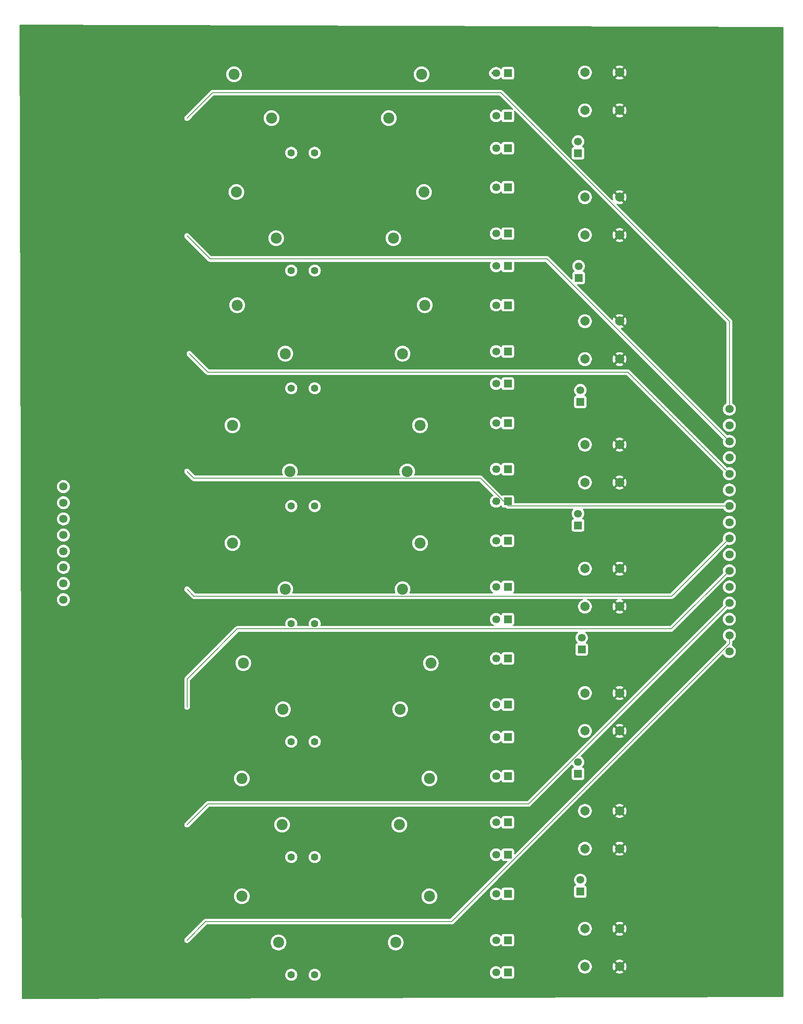
<source format=gbr>
%TF.GenerationSoftware,KiCad,Pcbnew,9.0.5*%
%TF.CreationDate,2025-11-16T19:12:02-08:00*%
%TF.ProjectId,measurementcircuit,6d656173-7572-4656-9d65-6e7463697263,rev?*%
%TF.SameCoordinates,Original*%
%TF.FileFunction,Copper,L2,Bot*%
%TF.FilePolarity,Positive*%
%FSLAX46Y46*%
G04 Gerber Fmt 4.6, Leading zero omitted, Abs format (unit mm)*
G04 Created by KiCad (PCBNEW 9.0.5) date 2025-11-16 19:12:02*
%MOMM*%
%LPD*%
G01*
G04 APERTURE LIST*
%TA.AperFunction,ComponentPad*%
%ADD10C,1.700000*%
%TD*%
%TA.AperFunction,ComponentPad*%
%ADD11R,1.700000X1.700000*%
%TD*%
%TA.AperFunction,ComponentPad*%
%ADD12C,2.400000*%
%TD*%
%TA.AperFunction,ComponentPad*%
%ADD13C,2.000000*%
%TD*%
%TA.AperFunction,ComponentPad*%
%ADD14C,1.600000*%
%TD*%
%TA.AperFunction,ComponentPad*%
%ADD15C,1.800000*%
%TD*%
%TA.AperFunction,ViaPad*%
%ADD16C,0.600000*%
%TD*%
%TA.AperFunction,Conductor*%
%ADD17C,0.200000*%
%TD*%
G04 APERTURE END LIST*
D10*
%TO.P,J21,2,Pin_2*%
%TO.N,Net-(J21-Pin_2)*%
X-88040000Y48000000D03*
D11*
%TO.P,J21,1,Pin_1*%
%TO.N,Net-(J1-Pin_1)*%
X-85500000Y48000000D03*
%TD*%
%TO.P,J30,1,Pin_1*%
%TO.N,Net-(J10-Pin_1)*%
X-85500000Y-28500000D03*
D10*
%TO.P,J30,2,Pin_2*%
%TO.N,Net-(J30-Pin_2)*%
X-88040000Y-28500000D03*
%TD*%
D11*
%TO.P,J22,1,Pin_1*%
%TO.N,Net-(J22-Pin_1)*%
X-85500000Y39500000D03*
D10*
%TO.P,J22,2,Pin_2*%
%TO.N,Net-(J22-Pin_2)*%
X-88040000Y39500000D03*
%TD*%
D11*
%TO.P,J33,1,Pin_1*%
%TO.N,Net-(J11-Pin_1)*%
X-85500000Y-54000000D03*
D10*
%TO.P,J33,2,Pin_2*%
%TO.N,Net-(J33-Pin_2)*%
X-88040000Y-54000000D03*
%TD*%
D11*
%TO.P,J16,1,Pin_1*%
%TO.N,Net-(J16-Pin_1)*%
X-69784999Y-112990000D03*
D10*
%TO.P,J16,2,Pin_2*%
%TO.N,Net-(J15-Pin_1)*%
X-69784999Y-110450000D03*
%TD*%
D12*
%TO.P,R14,1*%
%TO.N,Net-(J32-Pin_2)*%
X-108300000Y-47500000D03*
%TO.P,R14,2*%
%TO.N,Net-(C5-Pad1)*%
X-133700000Y-47500000D03*
%TD*%
D11*
%TO.P,J35,1,Pin_1*%
%TO.N,Net-(J12-Pin_1)*%
X-85500000Y-72500000D03*
D10*
%TO.P,J35,2,Pin_2*%
%TO.N,Net-(J35-Pin_2)*%
X-88040000Y-72500000D03*
%TD*%
D13*
%TO.P,J7,1,1_1*%
%TO.N,Net-(J11-Pin_1)*%
X-68789999Y-43057961D03*
%TO.P,J7,2,1_2*%
X-68789999Y-51257960D03*
%TO.P,J7,3,2_1*%
%TO.N,GND*%
X-61289999Y-43057961D03*
%TO.P,J7,4,2_2*%
X-61289999Y-51257960D03*
%TD*%
D11*
%TO.P,J42,1,Pin_1*%
%TO.N,Net-(J16-Pin_1)*%
X-85500000Y-130500000D03*
D10*
%TO.P,J42,2,Pin_2*%
%TO.N,Net-(J42-Pin_2)*%
X-88040000Y-130500000D03*
%TD*%
D11*
%TO.P,J9,1,Pin_1*%
%TO.N,Net-(J10-Pin_2)*%
X-70154999Y19907761D03*
D10*
%TO.P,J9,2,Pin_2*%
%TO.N,Net-(J22-Pin_1)*%
X-70154999Y22447761D03*
%TD*%
D12*
%TO.P,R19,1*%
%TO.N,Net-(J37-Pin_2)*%
X-102500000Y-88500000D03*
%TO.P,R19,2*%
%TO.N,Net-(C7-Pad1)*%
X-143140000Y-88500000D03*
%TD*%
D11*
%TO.P,J1,1,Pin_1*%
%TO.N,Net-(J1-Pin_1)*%
X-85500000Y64222761D03*
D10*
%TO.P,J1,2,Pin_2*%
%TO.N,Net-(J1-Pin_2)*%
X-88040000Y64222761D03*
%TD*%
D12*
%TO.P,R22,1*%
%TO.N,Net-(J40-Pin_2)*%
X-102500000Y-114000000D03*
%TO.P,R22,2*%
%TO.N,Net-(C8-Pad1)*%
X-143140000Y-114000000D03*
%TD*%
D14*
%TO.P,R9,1*%
%TO.N,Net-(J27-Pin_2)*%
X-127335651Y-4000000D03*
%TO.P,R9,2*%
%TO.N,Net-(C3-Pad1)*%
X-132415651Y-4000000D03*
%TD*%
D12*
%TO.P,R1,1*%
%TO.N,Net-(J1-Pin_2)*%
X-104180000Y64000000D03*
%TO.P,R1,2*%
%TO.N,Net-(C2-Pad1)*%
X-144820000Y64000000D03*
%TD*%
D11*
%TO.P,J25,1,Pin_1*%
%TO.N,Net-(J10-Pin_2)*%
X-85500000Y14000000D03*
D10*
%TO.P,J25,2,Pin_2*%
%TO.N,Net-(J25-Pin_2)*%
X-88040000Y14000000D03*
%TD*%
D12*
%TO.P,R5,1*%
%TO.N,Net-(J23-Pin_2)*%
X-110300000Y28500000D03*
%TO.P,R5,2*%
%TO.N,Net-(J22-Pin_1)*%
X-135700000Y28500000D03*
%TD*%
D11*
%TO.P,J27,1,Pin_1*%
%TO.N,Net-(J10-Pin_2)*%
X-85500000Y-3000000D03*
D10*
%TO.P,J27,2,Pin_2*%
%TO.N,Net-(J27-Pin_2)*%
X-88040000Y-3000000D03*
%TD*%
D11*
%TO.P,J26,1,Pin_1*%
%TO.N,Net-(J10-Pin_2)*%
X-85500000Y4000000D03*
D10*
%TO.P,J26,2,Pin_2*%
%TO.N,Net-(J26-Pin_2)*%
X-88040000Y4000000D03*
%TD*%
D14*
%TO.P,R18,1*%
%TO.N,Net-(J36-Pin_2)*%
X-127335651Y-80500000D03*
%TO.P,R18,2*%
%TO.N,Net-(C6-Pad1)*%
X-132415651Y-80500000D03*
%TD*%
D12*
%TO.P,R17,1*%
%TO.N,Net-(J35-Pin_2)*%
X-108800000Y-73500000D03*
%TO.P,R17,2*%
%TO.N,Net-(C6-Pad1)*%
X-134200000Y-73500000D03*
%TD*%
D11*
%TO.P,J28,1,Pin_1*%
%TO.N,Net-(J10-Pin_1)*%
X-85500000Y-11500000D03*
D10*
%TO.P,J28,2,Pin_2*%
%TO.N,Net-(J28-Pin_2)*%
X-88040000Y-11500000D03*
%TD*%
D13*
%TO.P,J18,1,1_1*%
%TO.N,Net-(J12-Pin_1)*%
X-68789999Y-69993882D03*
%TO.P,J18,2,1_2*%
X-68789999Y-78193881D03*
%TO.P,J18,3,2_1*%
%TO.N,GND*%
X-61289999Y-69993882D03*
%TO.P,J18,4,2_2*%
X-61289999Y-78193881D03*
%TD*%
D11*
%TO.P,J12,1,Pin_1*%
%TO.N,Net-(J12-Pin_1)*%
X-69500000Y-60540000D03*
D10*
%TO.P,J12,2,Pin_2*%
%TO.N,Net-(J11-Pin_1)*%
X-69500000Y-58000000D03*
%TD*%
D14*
%TO.P,R21,1*%
%TO.N,Net-(J39-Pin_2)*%
X-127335651Y-105500000D03*
%TO.P,R21,2*%
%TO.N,Net-(C7-Pad1)*%
X-132415651Y-105500000D03*
%TD*%
D12*
%TO.P,R2,1*%
%TO.N,Net-(J2-Pin_2)*%
X-111300000Y54500000D03*
%TO.P,R2,2*%
%TO.N,Net-(C2-Pad1)*%
X-136700000Y54500000D03*
%TD*%
D14*
%TO.P,R6,1*%
%TO.N,Net-(J24-Pin_2)*%
X-127335651Y21500000D03*
%TO.P,R6,2*%
%TO.N,Net-(J22-Pin_1)*%
X-132415651Y21500000D03*
%TD*%
D12*
%TO.P,R23,1*%
%TO.N,Net-(J41-Pin_2)*%
X-109800000Y-124000000D03*
%TO.P,R23,2*%
%TO.N,Net-(C8-Pad1)*%
X-135200000Y-124000000D03*
%TD*%
D11*
%TO.P,J15,1,Pin_1*%
%TO.N,Net-(J15-Pin_1)*%
X-70284999Y-87475921D03*
D10*
%TO.P,J15,2,Pin_2*%
%TO.N,Net-(J12-Pin_1)*%
X-70284999Y-84935921D03*
%TD*%
D11*
%TO.P,J2,1,Pin_1*%
%TO.N,Net-(J1-Pin_1)*%
X-85500000Y55000000D03*
D10*
%TO.P,J2,2,Pin_2*%
%TO.N,Net-(J2-Pin_2)*%
X-88040000Y55000000D03*
%TD*%
D11*
%TO.P,J10,1,Pin_1*%
%TO.N,Net-(J10-Pin_1)*%
X-69789999Y-6948160D03*
D10*
%TO.P,J10,2,Pin_2*%
%TO.N,Net-(J10-Pin_2)*%
X-69789999Y-4408160D03*
%TD*%
D14*
%TO.P,R24,1*%
%TO.N,Net-(J42-Pin_2)*%
X-127335651Y-131000000D03*
%TO.P,R24,2*%
%TO.N,Net-(C8-Pad1)*%
X-132415651Y-131000000D03*
%TD*%
%TO.P,R15,1*%
%TO.N,Net-(J33-Pin_2)*%
X-127335651Y-55000000D03*
%TO.P,R15,2*%
%TO.N,Net-(C5-Pad1)*%
X-132415651Y-55000000D03*
%TD*%
D11*
%TO.P,J32,1,Pin_1*%
%TO.N,Net-(J11-Pin_1)*%
X-85500000Y-47000000D03*
D10*
%TO.P,J32,2,Pin_2*%
%TO.N,Net-(J32-Pin_2)*%
X-88040000Y-47000000D03*
%TD*%
D12*
%TO.P,R10,1*%
%TO.N,Net-(J28-Pin_2)*%
X-104500000Y-12000000D03*
%TO.P,R10,2*%
%TO.N,Net-(J10-Pin_1)*%
X-145140000Y-12000000D03*
%TD*%
D11*
%TO.P,J11,1,Pin_1*%
%TO.N,Net-(J11-Pin_1)*%
X-70289999Y-33674080D03*
D10*
%TO.P,J11,2,Pin_2*%
%TO.N,Net-(J10-Pin_1)*%
X-70289999Y-31134080D03*
%TD*%
D11*
%TO.P,J8,1,Pin_1*%
%TO.N,Net-(J22-Pin_1)*%
X-70289999Y46903681D03*
D10*
%TO.P,J8,2,Pin_2*%
%TO.N,Net-(J1-Pin_1)*%
X-70289999Y49443681D03*
%TD*%
D11*
%TO.P,J39,1,Pin_1*%
%TO.N,Net-(J15-Pin_1)*%
X-85500000Y-105000000D03*
D10*
%TO.P,J39,2,Pin_2*%
%TO.N,Net-(J39-Pin_2)*%
X-88040000Y-105000000D03*
%TD*%
D12*
%TO.P,R7,1*%
%TO.N,Net-(J25-Pin_2)*%
X-103500000Y14000000D03*
%TO.P,R7,2*%
%TO.N,Net-(C3-Pad1)*%
X-144140000Y14000000D03*
%TD*%
D13*
%TO.P,J3,1,1_1*%
%TO.N,Net-(J1-Pin_1)*%
X-68789999Y64385720D03*
%TO.P,J3,2,1_2*%
X-68789999Y56185721D03*
%TO.P,J3,3,2_1*%
%TO.N,GND*%
X-61289999Y64385720D03*
%TO.P,J3,4,2_2*%
X-61289999Y56185721D03*
%TD*%
D12*
%TO.P,R20,1*%
%TO.N,Net-(J38-Pin_2)*%
X-109000000Y-98500000D03*
%TO.P,R20,2*%
%TO.N,Net-(C7-Pad1)*%
X-134400000Y-98500000D03*
%TD*%
D13*
%TO.P,J5,1,1_1*%
%TO.N,Net-(J10-Pin_2)*%
X-68789999Y10533879D03*
%TO.P,J5,2,1_2*%
X-68789999Y2333880D03*
%TO.P,J5,3,2_1*%
%TO.N,GND*%
X-61289999Y10533879D03*
%TO.P,J5,4,2_2*%
X-61289999Y2333880D03*
%TD*%
%TO.P,J6,1,1_1*%
%TO.N,Net-(J10-Pin_1)*%
X-68789999Y-16192041D03*
%TO.P,J6,2,1_2*%
X-68789999Y-24392040D03*
%TO.P,J6,3,2_1*%
%TO.N,GND*%
X-61289999Y-16192041D03*
%TO.P,J6,4,2_2*%
X-61289999Y-24392040D03*
%TD*%
D11*
%TO.P,J23,1,Pin_1*%
%TO.N,Net-(J22-Pin_1)*%
X-85500000Y29500000D03*
D10*
%TO.P,J23,2,Pin_2*%
%TO.N,Net-(J23-Pin_2)*%
X-88040000Y29500000D03*
%TD*%
D11*
%TO.P,J40,1,Pin_1*%
%TO.N,Net-(J16-Pin_1)*%
X-85500000Y-113500000D03*
D10*
%TO.P,J40,2,Pin_2*%
%TO.N,Net-(J40-Pin_2)*%
X-88040000Y-113500000D03*
%TD*%
D11*
%TO.P,J36,1,Pin_1*%
%TO.N,Net-(J12-Pin_1)*%
X-85500000Y-79500000D03*
D10*
%TO.P,J36,2,Pin_2*%
%TO.N,Net-(J36-Pin_2)*%
X-88040000Y-79500000D03*
%TD*%
D13*
%TO.P,J19,1,1_1*%
%TO.N,Net-(J15-Pin_1)*%
X-68789999Y-95507961D03*
%TO.P,J19,2,1_2*%
X-68789999Y-103707960D03*
%TO.P,J19,3,2_1*%
%TO.N,GND*%
X-61289999Y-95507961D03*
%TO.P,J19,4,2_2*%
X-61289999Y-103707960D03*
%TD*%
D14*
%TO.P,R12,1*%
%TO.N,Net-(J30-Pin_2)*%
X-127335651Y-29500000D03*
%TO.P,R12,2*%
%TO.N,Net-(J10-Pin_1)*%
X-132415651Y-29500000D03*
%TD*%
D12*
%TO.P,R4,1*%
%TO.N,Net-(J22-Pin_2)*%
X-103680000Y38500000D03*
%TO.P,R4,2*%
%TO.N,Net-(J22-Pin_1)*%
X-144320000Y38500000D03*
%TD*%
D15*
%TO.P,J13,1,1*%
%TO.N,Net-(J13-Pad1)*%
X-181789999Y-25277238D03*
%TO.P,J13,2,2*%
%TO.N,Net-(J13-Pad2)*%
X-181789999Y-28777238D03*
%TO.P,J13,3,3*%
%TO.N,Net-(J13-Pad3)*%
X-181789999Y-32277239D03*
%TO.P,J13,4,4*%
%TO.N,Net-(J13-Pad4)*%
X-181789999Y-35777240D03*
%TO.P,J13,5,5*%
%TO.N,Net-(J13-Pad5)*%
X-181789999Y-39277240D03*
%TO.P,J13,6,6*%
%TO.N,Net-(J13-Pad6)*%
X-181789999Y-42777241D03*
%TO.P,J13,7,7*%
%TO.N,Net-(J13-Pad7)*%
X-181789999Y-46277241D03*
%TO.P,J13,8,8*%
%TO.N,Net-(J13-Pad8)*%
X-181789999Y-49777242D03*
%TD*%
D14*
%TO.P,R3,1*%
%TO.N,Net-(J21-Pin_2)*%
X-127335651Y47000000D03*
%TO.P,R3,2*%
%TO.N,Net-(C2-Pad1)*%
X-132415651Y47000000D03*
%TD*%
D11*
%TO.P,J31,1,Pin_1*%
%TO.N,Net-(J11-Pin_1)*%
X-85500000Y-37000000D03*
D10*
%TO.P,J31,2,Pin_2*%
%TO.N,Net-(J31-Pin_2)*%
X-88040000Y-37000000D03*
%TD*%
D12*
%TO.P,R16,1*%
%TO.N,Net-(J34-Pin_2)*%
X-102180000Y-63500000D03*
%TO.P,R16,2*%
%TO.N,Net-(C6-Pad1)*%
X-142820000Y-63500000D03*
%TD*%
D11*
%TO.P,J41,1,Pin_1*%
%TO.N,Net-(J16-Pin_1)*%
X-85500000Y-123500000D03*
D10*
%TO.P,J41,2,Pin_2*%
%TO.N,Net-(J41-Pin_2)*%
X-88040000Y-123500000D03*
%TD*%
D11*
%TO.P,J34,1,Pin_1*%
%TO.N,Net-(J12-Pin_1)*%
X-85500000Y-62500000D03*
D10*
%TO.P,J34,2,Pin_2*%
%TO.N,Net-(J34-Pin_2)*%
X-88040000Y-62500000D03*
%TD*%
D12*
%TO.P,R8,1*%
%TO.N,Net-(J26-Pin_2)*%
X-108300000Y3500000D03*
%TO.P,R8,2*%
%TO.N,Net-(C3-Pad1)*%
X-133700000Y3500000D03*
%TD*%
D13*
%TO.P,J20,1,1_1*%
%TO.N,Net-(J16-Pin_1)*%
X-68789999Y-121022040D03*
%TO.P,J20,2,1_2*%
X-68789999Y-129222039D03*
%TO.P,J20,3,2_1*%
%TO.N,GND*%
X-61289999Y-121022040D03*
%TO.P,J20,4,2_2*%
X-61289999Y-129222039D03*
%TD*%
D11*
%TO.P,J24,1,Pin_1*%
%TO.N,Net-(J22-Pin_1)*%
X-85500000Y22500000D03*
D10*
%TO.P,J24,2,Pin_2*%
%TO.N,Net-(J24-Pin_2)*%
X-88040000Y22500000D03*
%TD*%
D12*
%TO.P,R11,1*%
%TO.N,Net-(J29-Pin_2)*%
X-107300000Y-22000000D03*
%TO.P,R11,2*%
%TO.N,Net-(J10-Pin_1)*%
X-132700000Y-22000000D03*
%TD*%
D11*
%TO.P,J29,1,Pin_1*%
%TO.N,Net-(J10-Pin_1)*%
X-85500000Y-21500000D03*
D10*
%TO.P,J29,2,Pin_2*%
%TO.N,Net-(J29-Pin_2)*%
X-88040000Y-21500000D03*
%TD*%
D11*
%TO.P,J38,1,Pin_1*%
%TO.N,Net-(J15-Pin_1)*%
X-85500000Y-98000000D03*
D10*
%TO.P,J38,2,Pin_2*%
%TO.N,Net-(J38-Pin_2)*%
X-88040000Y-98000000D03*
%TD*%
D11*
%TO.P,J37,1,Pin_1*%
%TO.N,Net-(J15-Pin_1)*%
X-85500000Y-88000000D03*
D10*
%TO.P,J37,2,Pin_2*%
%TO.N,Net-(J37-Pin_2)*%
X-88040000Y-88000000D03*
%TD*%
D13*
%TO.P,J4,1,1_1*%
%TO.N,Net-(J22-Pin_1)*%
X-68789999Y37389800D03*
%TO.P,J4,2,1_2*%
X-68789999Y29189801D03*
%TO.P,J4,3,2_1*%
%TO.N,GND*%
X-61289999Y37389800D03*
%TO.P,J4,4,2_2*%
X-61289999Y29189801D03*
%TD*%
D12*
%TO.P,R13,1*%
%TO.N,Net-(J31-Pin_2)*%
X-104500000Y-37500000D03*
%TO.P,R13,2*%
%TO.N,Net-(C5-Pad1)*%
X-145140000Y-37500000D03*
%TD*%
D15*
%TO.P,J17,1,1*%
%TO.N,Net-(C2-Pad1)*%
X-37500000Y-8499991D03*
%TO.P,J17,2,2*%
%TO.N,Net-(J1-Pin_1)*%
X-37500000Y-11999999D03*
%TO.P,J17,3,3*%
%TO.N,Net-(J22-Pin_1)*%
X-37500000Y-15500000D03*
%TO.P,J17,4,4*%
X-37500000Y-19000001D03*
%TO.P,J17,5,5*%
%TO.N,Net-(C3-Pad1)*%
X-37500000Y-22500001D03*
%TO.P,J17,6,6*%
%TO.N,Net-(J10-Pin_2)*%
X-37500000Y-26000002D03*
%TO.P,J17,7,7*%
%TO.N,Net-(J10-Pin_1)*%
X-37500000Y-29500003D03*
%TO.P,J17,8,8*%
X-37500000Y-33000003D03*
%TO.P,J17,9,9*%
%TO.N,Net-(C5-Pad1)*%
X-37500000Y-36500004D03*
%TO.P,J17,10,10*%
%TO.N,Net-(J11-Pin_1)*%
X-37500000Y-40000004D03*
%TO.P,J17,11,11*%
%TO.N,Net-(C6-Pad1)*%
X-37500000Y-43500005D03*
%TO.P,J17,12,12*%
%TO.N,Net-(J12-Pin_1)*%
X-37500000Y-47000006D03*
%TO.P,J17,13,13*%
%TO.N,Net-(C7-Pad1)*%
X-37500000Y-50500006D03*
%TO.P,J17,14,14*%
%TO.N,Net-(J15-Pin_1)*%
X-37500000Y-54000007D03*
%TO.P,J17,15,15*%
%TO.N,Net-(C8-Pad1)*%
X-37500000Y-57500007D03*
%TO.P,J17,16,16*%
%TO.N,Net-(J16-Pin_1)*%
X-37500000Y-61000008D03*
%TD*%
D16*
%TO.N,GND*%
X-154766407Y-125839455D03*
X-154789999Y-100764739D03*
X-154965165Y-75259877D03*
X-154836700Y-49760106D03*
X-154789999Y-24264739D03*
X-154289999Y1235261D03*
X-154789999Y26835261D03*
X-154789999Y52335261D03*
X-61289999Y10533879D03*
X-61289999Y29189801D03*
X-61289999Y37389800D03*
X-61289999Y56185721D03*
X-61289999Y2333880D03*
X-61289999Y-16192041D03*
X-61289999Y-24392040D03*
X-61289999Y-43057961D03*
X-61289999Y-51257960D03*
X-61289999Y-129222039D03*
X-61289999Y-121022040D03*
X-61289999Y-95507961D03*
X-61289999Y-103707960D03*
X-61289999Y-78193881D03*
X-61289999Y-69993882D03*
%TO.N,Net-(J1-Pin_2)*%
X-88789999Y64222761D03*
%TO.N,GND*%
X-61289999Y64385720D03*
%TD*%
D17*
%TO.N,Net-(C8-Pad1)*%
X-151000000Y-119500000D02*
X-155000000Y-123500000D01*
X-149000000Y-119500000D02*
X-151000000Y-119500000D01*
X-37500000Y-57500007D02*
X-37500000Y-59302000D01*
X-37500000Y-59302000D02*
X-97698000Y-119500000D01*
X-97698000Y-119500000D02*
X-149000000Y-119500000D01*
%TO.N,Net-(C7-Pad1)*%
X-150500000Y-94000000D02*
X-155000000Y-98500000D01*
X-37500000Y-50500006D02*
X-80999994Y-94000000D01*
X-144500000Y-94000000D02*
X-150500000Y-94000000D01*
X-80999994Y-94000000D02*
X-144500000Y-94000000D01*
%TO.N,Net-(C6-Pad1)*%
X-155000000Y-67000000D02*
X-155000000Y-73000000D01*
X-151000000Y-63000000D02*
X-155000000Y-67000000D01*
X-37500000Y-43500005D02*
X-50100995Y-56101000D01*
X-50100995Y-56101000D02*
X-144101000Y-56101000D01*
X-144101000Y-56101000D02*
X-151000000Y-63000000D01*
%TO.N,Net-(C5-Pad1)*%
X-153500000Y-49000000D02*
X-155000000Y-47500000D01*
X-49999996Y-49000000D02*
X-153500000Y-49000000D01*
X-37500000Y-36500004D02*
X-49999996Y-49000000D01*
%TO.N,Net-(J10-Pin_1)*%
X-37500000Y-29500003D02*
X-85412237Y-29500003D01*
X-85412237Y-29500003D02*
X-91411240Y-23501000D01*
X-91411240Y-23501000D02*
X-153499000Y-23501000D01*
X-153499000Y-23501000D02*
X-155000000Y-22000000D01*
%TO.N,Net-(C3-Pad1)*%
X-150500000Y-500000D02*
X-154500000Y3500000D01*
X-59500001Y-500000D02*
X-150500000Y-500000D01*
X-37500000Y-22500001D02*
X-59500001Y-500000D01*
%TO.N,Net-(J22-Pin_1)*%
X-150000000Y24000000D02*
X-155000000Y29000000D01*
X-77000000Y24000000D02*
X-150000000Y24000000D01*
X-37500000Y-15500000D02*
X-77000000Y24000000D01*
%TO.N,Net-(C2-Pad1)*%
X-149500000Y60000000D02*
X-155000000Y54500000D01*
X-138500000Y60000000D02*
X-149500000Y60000000D01*
X-37500000Y-8499991D02*
X-37500000Y10500000D01*
X-37500000Y10500000D02*
X-87000000Y60000000D01*
X-87000000Y60000000D02*
X-138500000Y60000000D01*
%TD*%
%TA.AperFunction,Conductor*%
%TO.N,GND*%
G36*
X-25913624Y74223134D02*
G01*
X-25846645Y74203247D01*
X-25801050Y74150305D01*
X-25789999Y74099135D01*
X-25789999Y-135653617D01*
X-25809683Y-135720653D01*
X-25862487Y-135766408D01*
X-25913622Y-135777613D01*
X-190665917Y-136276862D01*
X-190733016Y-136257381D01*
X-190778931Y-136204716D01*
X-190790293Y-136153157D01*
X-190799423Y-132300500D01*
X-190802747Y-130897648D01*
X-133716151Y-130897648D01*
X-133716151Y-131102352D01*
X-133684128Y-131304534D01*
X-133620871Y-131499219D01*
X-133527938Y-131681610D01*
X-133477120Y-131751555D01*
X-133407622Y-131847213D01*
X-133407619Y-131847215D01*
X-133407617Y-131847219D01*
X-133262870Y-131991966D01*
X-133262866Y-131991968D01*
X-133262864Y-131991971D01*
X-133190241Y-132044732D01*
X-133097261Y-132112287D01*
X-132914870Y-132205220D01*
X-132720185Y-132268477D01*
X-132518003Y-132300500D01*
X-132518002Y-132300500D01*
X-132313300Y-132300500D01*
X-132313299Y-132300500D01*
X-132212208Y-132284488D01*
X-132111116Y-132268477D01*
X-132020788Y-132239127D01*
X-131916432Y-132205220D01*
X-131916429Y-132205218D01*
X-131916427Y-132205218D01*
X-131850258Y-132171503D01*
X-131734041Y-132112287D01*
X-131723400Y-132104556D01*
X-131568437Y-131991971D01*
X-131423679Y-131847213D01*
X-131303366Y-131681613D01*
X-131289831Y-131655051D01*
X-131257872Y-131592328D01*
X-131210432Y-131499223D01*
X-131147173Y-131304534D01*
X-131115151Y-131102351D01*
X-131115151Y-130897648D01*
X-128636151Y-130897648D01*
X-128636151Y-131102352D01*
X-128604128Y-131304534D01*
X-128540871Y-131499219D01*
X-128447938Y-131681610D01*
X-128397120Y-131751555D01*
X-128327622Y-131847213D01*
X-128327619Y-131847215D01*
X-128327617Y-131847219D01*
X-128182870Y-131991966D01*
X-128182866Y-131991968D01*
X-128182864Y-131991971D01*
X-128110241Y-132044732D01*
X-128017261Y-132112287D01*
X-127834870Y-132205220D01*
X-127640185Y-132268477D01*
X-127438003Y-132300500D01*
X-127438002Y-132300500D01*
X-127233300Y-132300500D01*
X-127233299Y-132300500D01*
X-127132208Y-132284488D01*
X-127031116Y-132268477D01*
X-126940788Y-132239127D01*
X-126836432Y-132205220D01*
X-126836429Y-132205218D01*
X-126836427Y-132205218D01*
X-126770258Y-132171503D01*
X-126654041Y-132112287D01*
X-126643400Y-132104556D01*
X-126488437Y-131991971D01*
X-126343679Y-131847213D01*
X-126223366Y-131681613D01*
X-126209831Y-131655051D01*
X-126177872Y-131592328D01*
X-126130432Y-131499223D01*
X-126067173Y-131304534D01*
X-126035151Y-131102351D01*
X-126035151Y-130897648D01*
X-126067173Y-130695465D01*
X-126130433Y-130500774D01*
X-126158783Y-130445137D01*
X-126158784Y-130445136D01*
X-126159008Y-130444697D01*
X-126184985Y-130393713D01*
X-89390500Y-130393713D01*
X-89390500Y-130606287D01*
X-89357246Y-130816243D01*
X-89291557Y-131018412D01*
X-89195051Y-131207816D01*
X-89195048Y-131207820D01*
X-89070109Y-131379786D01*
X-89070106Y-131379788D01*
X-89070104Y-131379792D01*
X-88919792Y-131530104D01*
X-88919788Y-131530106D01*
X-88919786Y-131530109D01*
X-88834138Y-131592335D01*
X-88747816Y-131655051D01*
X-88558412Y-131751557D01*
X-88356243Y-131817246D01*
X-88146287Y-131850500D01*
X-88146286Y-131850500D01*
X-87933714Y-131850500D01*
X-87933713Y-131850500D01*
X-87723757Y-131817246D01*
X-87521588Y-131751557D01*
X-87332184Y-131655051D01*
X-87332181Y-131655049D01*
X-87332179Y-131655048D01*
X-87160213Y-131530109D01*
X-87046673Y-131416569D01*
X-86985350Y-131383084D01*
X-86915658Y-131388068D01*
X-86859725Y-131429940D01*
X-86842810Y-131460915D01*
X-86793796Y-131592331D01*
X-86707546Y-131707546D01*
X-86592331Y-131793796D01*
X-86457483Y-131844091D01*
X-86397873Y-131850500D01*
X-84602128Y-131850499D01*
X-84553757Y-131845299D01*
X-84542516Y-131844091D01*
X-84407671Y-131793797D01*
X-84407664Y-131793793D01*
X-84292455Y-131707547D01*
X-84292452Y-131707544D01*
X-84206206Y-131592335D01*
X-84206202Y-131592328D01*
X-84155908Y-131457482D01*
X-84149501Y-131397883D01*
X-84149500Y-131397864D01*
X-84149500Y-129602129D01*
X-84149501Y-129602123D01*
X-84155908Y-129542516D01*
X-84206202Y-129407671D01*
X-84206206Y-129407664D01*
X-84292452Y-129292455D01*
X-84292455Y-129292452D01*
X-84407667Y-129206204D01*
X-84542517Y-129155908D01*
X-84542516Y-129155908D01*
X-84602116Y-129149501D01*
X-84602119Y-129149500D01*
X-84602127Y-129149500D01*
X-84602134Y-129149500D01*
X-84602135Y-129149500D01*
X-86397870Y-129149500D01*
X-86397876Y-129149501D01*
X-86457483Y-129155908D01*
X-86592328Y-129206202D01*
X-86592335Y-129206206D01*
X-86707544Y-129292452D01*
X-86707547Y-129292455D01*
X-86793793Y-129407664D01*
X-86793797Y-129407671D01*
X-86842810Y-129539082D01*
X-86884681Y-129595016D01*
X-86950145Y-129619433D01*
X-87018418Y-129604582D01*
X-87046673Y-129583431D01*
X-87160215Y-129469889D01*
X-87332179Y-129344951D01*
X-87521585Y-129248444D01*
X-87723760Y-129182753D01*
X-87723759Y-129182753D01*
X-87894202Y-129155757D01*
X-87933713Y-129149500D01*
X-88146287Y-129149500D01*
X-88200080Y-129158020D01*
X-88356239Y-129182753D01*
X-88356241Y-129182753D01*
X-88356243Y-129182754D01*
X-88558412Y-129248443D01*
X-88558413Y-129248443D01*
X-88558414Y-129248444D01*
X-88747820Y-129344951D01*
X-88919786Y-129469890D01*
X-89070109Y-129620213D01*
X-89195048Y-129792179D01*
X-89195049Y-129792181D01*
X-89195051Y-129792184D01*
X-89291557Y-129981588D01*
X-89357246Y-130183757D01*
X-89390500Y-130393713D01*
X-126184985Y-130393713D01*
X-126198824Y-130366553D01*
X-126223366Y-130318385D01*
X-126343679Y-130152786D01*
X-126488437Y-130008028D01*
X-126654037Y-129887715D01*
X-126836427Y-129794781D01*
X-127031116Y-129731522D01*
X-127208980Y-129703351D01*
X-127233299Y-129699500D01*
X-127438003Y-129699500D01*
X-127465646Y-129703878D01*
X-127640185Y-129731522D01*
X-127834874Y-129794781D01*
X-127937475Y-129847060D01*
X-128017261Y-129887713D01*
X-128017263Y-129887714D01*
X-128017264Y-129887715D01*
X-128182864Y-130008028D01*
X-128327622Y-130152786D01*
X-128440207Y-130307749D01*
X-128447938Y-130318390D01*
X-128486317Y-130393713D01*
X-128540869Y-130500776D01*
X-128540869Y-130500778D01*
X-128540871Y-130500781D01*
X-128542366Y-130505382D01*
X-128577205Y-130612607D01*
X-128604128Y-130695466D01*
X-128636151Y-130897648D01*
X-131115151Y-130897648D01*
X-131147173Y-130695465D01*
X-131210432Y-130500776D01*
X-131303366Y-130318386D01*
X-131423679Y-130152786D01*
X-131568437Y-130008028D01*
X-131734037Y-129887715D01*
X-131916427Y-129794781D01*
X-132111116Y-129731522D01*
X-132288980Y-129703351D01*
X-132313299Y-129699500D01*
X-132518003Y-129699500D01*
X-132545646Y-129703878D01*
X-132720185Y-129731522D01*
X-132914874Y-129794781D01*
X-133017475Y-129847060D01*
X-133097261Y-129887713D01*
X-133097263Y-129887714D01*
X-133097264Y-129887715D01*
X-133262864Y-130008028D01*
X-133407622Y-130152786D01*
X-133520207Y-130307749D01*
X-133527938Y-130318390D01*
X-133566317Y-130393713D01*
X-133620869Y-130500776D01*
X-133620869Y-130500778D01*
X-133620871Y-130500781D01*
X-133622366Y-130505382D01*
X-133657205Y-130612607D01*
X-133684128Y-130695466D01*
X-133716151Y-130897648D01*
X-190802747Y-130897648D01*
X-190806997Y-129103941D01*
X-70290499Y-129103941D01*
X-70290499Y-129340136D01*
X-70253571Y-129573286D01*
X-70253552Y-129573407D01*
X-70180567Y-129798031D01*
X-70073342Y-130008472D01*
X-69934516Y-130199549D01*
X-69767509Y-130366556D01*
X-69576432Y-130505382D01*
X-69365991Y-130612607D01*
X-69142869Y-130685104D01*
X-69141367Y-130685592D01*
X-68908096Y-130722539D01*
X-68908091Y-130722539D01*
X-68671902Y-130722539D01*
X-68438630Y-130685592D01*
X-68334411Y-130651728D01*
X-68214007Y-130612607D01*
X-68214004Y-130612605D01*
X-68214002Y-130612605D01*
X-68102990Y-130556041D01*
X-68003566Y-130505382D01*
X-67812489Y-130366556D01*
X-67645482Y-130199549D01*
X-67506656Y-130008472D01*
X-67445126Y-129887713D01*
X-67399432Y-129798035D01*
X-67326445Y-129573407D01*
X-67289499Y-129340136D01*
X-67289499Y-129103986D01*
X-62789999Y-129103986D01*
X-62789999Y-129340091D01*
X-62753064Y-129573286D01*
X-62680101Y-129797841D01*
X-62572917Y-130008202D01*
X-62572913Y-130008208D01*
X-62512657Y-130091143D01*
X-62512657Y-130091144D01*
X-61891040Y-129469527D01*
X-61866021Y-129529929D01*
X-61794887Y-129636390D01*
X-61704350Y-129726927D01*
X-61597889Y-129798061D01*
X-61537487Y-129823080D01*
X-62159104Y-130444697D01*
X-62076168Y-130504953D01*
X-62076162Y-130504957D01*
X-61865801Y-130612141D01*
X-61641246Y-130685104D01*
X-61641247Y-130685104D01*
X-61408051Y-130722039D01*
X-61171947Y-130722039D01*
X-60938751Y-130685104D01*
X-60714196Y-130612141D01*
X-60503827Y-130504953D01*
X-60420893Y-130444697D01*
X-60420892Y-130444697D01*
X-61042510Y-129823080D01*
X-60982109Y-129798061D01*
X-60875648Y-129726927D01*
X-60785111Y-129636390D01*
X-60713977Y-129529929D01*
X-60688957Y-129469526D01*
X-60067339Y-130091144D01*
X-60067337Y-130091143D01*
X-60007086Y-130008213D01*
X-59899896Y-129797841D01*
X-59826933Y-129573286D01*
X-59789999Y-129340091D01*
X-59789999Y-129103986D01*
X-59826933Y-128870791D01*
X-59899896Y-128646236D01*
X-60007083Y-128435869D01*
X-60067339Y-128352933D01*
X-60688957Y-128974551D01*
X-60713977Y-128914149D01*
X-60785111Y-128807688D01*
X-60875648Y-128717151D01*
X-60982109Y-128646017D01*
X-61042511Y-128620997D01*
X-60420893Y-127999379D01*
X-60503829Y-127939123D01*
X-60714196Y-127831936D01*
X-60938751Y-127758973D01*
X-60938750Y-127758973D01*
X-61171947Y-127722039D01*
X-61408051Y-127722039D01*
X-61641246Y-127758973D01*
X-61865801Y-127831936D01*
X-62076173Y-127939126D01*
X-62159103Y-127999377D01*
X-62159104Y-127999379D01*
X-61537487Y-128620997D01*
X-61597889Y-128646017D01*
X-61704350Y-128717151D01*
X-61794887Y-128807688D01*
X-61866021Y-128914149D01*
X-61891040Y-128974550D01*
X-62512657Y-128352932D01*
X-62512657Y-128352933D01*
X-62572913Y-128435867D01*
X-62680101Y-128646236D01*
X-62753064Y-128870791D01*
X-62789999Y-129103986D01*
X-67289499Y-129103986D01*
X-67289499Y-129103941D01*
X-67326445Y-128870670D01*
X-67399432Y-128646042D01*
X-67506656Y-128435605D01*
X-67585861Y-128326589D01*
X-67645482Y-128244529D01*
X-67645484Y-128244527D01*
X-67645484Y-128244526D01*
X-67755691Y-128134320D01*
X-67812486Y-128077524D01*
X-68003565Y-127938696D01*
X-68214002Y-127831472D01*
X-68438630Y-127758485D01*
X-68671902Y-127721539D01*
X-68671907Y-127721539D01*
X-68908091Y-127721539D01*
X-68908096Y-127721539D01*
X-69141367Y-127758485D01*
X-69365995Y-127831472D01*
X-69576432Y-127938696D01*
X-69767509Y-128077522D01*
X-69934516Y-128244529D01*
X-70073342Y-128435606D01*
X-70073476Y-128435869D01*
X-70180565Y-128646042D01*
X-70253552Y-128870670D01*
X-70290499Y-129103941D01*
X-190806997Y-129103941D01*
X-190820464Y-123420943D01*
X-155600501Y-123420943D01*
X-155600501Y-123579057D01*
X-155559577Y-123731785D01*
X-155480519Y-123868716D01*
X-155368716Y-123980519D01*
X-155231785Y-124059577D01*
X-155079057Y-124100501D01*
X-155079054Y-124100501D01*
X-154920946Y-124100501D01*
X-154920943Y-124100501D01*
X-154768215Y-124059577D01*
X-154631284Y-123980519D01*
X-154539308Y-123888543D01*
X-136900500Y-123888543D01*
X-136900500Y-124111457D01*
X-136871404Y-124332463D01*
X-136813710Y-124547781D01*
X-136728405Y-124753726D01*
X-136616948Y-124946774D01*
X-136481247Y-125123624D01*
X-136323624Y-125281247D01*
X-136146774Y-125416948D01*
X-135953726Y-125528405D01*
X-135747781Y-125613710D01*
X-135532463Y-125671404D01*
X-135311457Y-125700500D01*
X-135311450Y-125700500D01*
X-135088550Y-125700500D01*
X-135088543Y-125700500D01*
X-134867537Y-125671404D01*
X-134652219Y-125613710D01*
X-134446274Y-125528405D01*
X-134253226Y-125416948D01*
X-134076376Y-125281247D01*
X-134076370Y-125281242D01*
X-133918757Y-125123629D01*
X-133918751Y-125123622D01*
X-133783058Y-124946782D01*
X-133783057Y-124946780D01*
X-133783052Y-124946774D01*
X-133671595Y-124753726D01*
X-133671593Y-124753722D01*
X-133586293Y-124547790D01*
X-133586290Y-124547780D01*
X-133581555Y-124530109D01*
X-133528596Y-124332463D01*
X-133528595Y-124332457D01*
X-133528594Y-124332452D01*
X-133499501Y-124111466D01*
X-133499500Y-124111450D01*
X-133499500Y-123888549D01*
X-133499500Y-123888543D01*
X-111500500Y-123888543D01*
X-111500500Y-124111457D01*
X-111471404Y-124332463D01*
X-111413710Y-124547781D01*
X-111328405Y-124753726D01*
X-111216948Y-124946774D01*
X-111081247Y-125123624D01*
X-110923624Y-125281247D01*
X-110746774Y-125416948D01*
X-110553726Y-125528405D01*
X-110347781Y-125613710D01*
X-110132463Y-125671404D01*
X-109911457Y-125700500D01*
X-109911450Y-125700500D01*
X-109688550Y-125700500D01*
X-109688543Y-125700500D01*
X-109467537Y-125671404D01*
X-109252219Y-125613710D01*
X-109046274Y-125528405D01*
X-108853226Y-125416948D01*
X-108676376Y-125281247D01*
X-108676370Y-125281242D01*
X-108518757Y-125123629D01*
X-108518751Y-125123622D01*
X-108383058Y-124946782D01*
X-108383057Y-124946780D01*
X-108383052Y-124946774D01*
X-108271595Y-124753726D01*
X-108271593Y-124753722D01*
X-108186293Y-124547790D01*
X-108186290Y-124547780D01*
X-108181555Y-124530109D01*
X-108128596Y-124332463D01*
X-108128595Y-124332457D01*
X-108128594Y-124332452D01*
X-108099501Y-124111466D01*
X-108099500Y-124111450D01*
X-108099500Y-123888549D01*
X-108099501Y-123888533D01*
X-108128594Y-123667547D01*
X-108128597Y-123667534D01*
X-108186290Y-123452219D01*
X-108186295Y-123452203D01*
X-108192886Y-123436293D01*
X-108210523Y-123393713D01*
X-89390500Y-123393713D01*
X-89390500Y-123606287D01*
X-89357246Y-123816243D01*
X-89291557Y-124018412D01*
X-89195051Y-124207816D01*
X-89195048Y-124207820D01*
X-89070109Y-124379786D01*
X-89070106Y-124379788D01*
X-89070104Y-124379792D01*
X-88919792Y-124530104D01*
X-88919788Y-124530106D01*
X-88919786Y-124530109D01*
X-88834138Y-124592335D01*
X-88747816Y-124655051D01*
X-88558412Y-124751557D01*
X-88356243Y-124817246D01*
X-88146287Y-124850500D01*
X-88146286Y-124850500D01*
X-87933714Y-124850500D01*
X-87933713Y-124850500D01*
X-87723757Y-124817246D01*
X-87521588Y-124751557D01*
X-87332184Y-124655051D01*
X-87332181Y-124655049D01*
X-87332179Y-124655048D01*
X-87160213Y-124530109D01*
X-87046673Y-124416569D01*
X-86985350Y-124383084D01*
X-86915658Y-124388068D01*
X-86859725Y-124429940D01*
X-86842810Y-124460915D01*
X-86793796Y-124592331D01*
X-86707546Y-124707546D01*
X-86592331Y-124793796D01*
X-86457483Y-124844091D01*
X-86397873Y-124850500D01*
X-84602128Y-124850499D01*
X-84553757Y-124845299D01*
X-84542516Y-124844091D01*
X-84407671Y-124793797D01*
X-84407664Y-124793793D01*
X-84292455Y-124707547D01*
X-84292452Y-124707544D01*
X-84206206Y-124592335D01*
X-84206202Y-124592328D01*
X-84155908Y-124457482D01*
X-84149501Y-124397883D01*
X-84149500Y-124397864D01*
X-84149500Y-122602129D01*
X-84149501Y-122602123D01*
X-84155908Y-122542516D01*
X-84206202Y-122407671D01*
X-84206206Y-122407664D01*
X-84292452Y-122292455D01*
X-84292455Y-122292452D01*
X-84407664Y-122206206D01*
X-84407671Y-122206202D01*
X-84542517Y-122155908D01*
X-84542516Y-122155908D01*
X-84602116Y-122149501D01*
X-84602119Y-122149500D01*
X-84602127Y-122149500D01*
X-84602134Y-122149500D01*
X-84602135Y-122149500D01*
X-86397870Y-122149500D01*
X-86397876Y-122149501D01*
X-86457483Y-122155908D01*
X-86592328Y-122206202D01*
X-86592335Y-122206206D01*
X-86707544Y-122292452D01*
X-86707547Y-122292455D01*
X-86793793Y-122407664D01*
X-86793797Y-122407671D01*
X-86842810Y-122539082D01*
X-86884681Y-122595016D01*
X-86950145Y-122619433D01*
X-87018418Y-122604582D01*
X-87046673Y-122583431D01*
X-87160215Y-122469889D01*
X-87332179Y-122344951D01*
X-87521585Y-122248444D01*
X-87723760Y-122182753D01*
X-87723759Y-122182753D01*
X-87894202Y-122155757D01*
X-87933713Y-122149500D01*
X-88146287Y-122149500D01*
X-88209644Y-122159534D01*
X-88356239Y-122182753D01*
X-88356241Y-122182753D01*
X-88356243Y-122182754D01*
X-88558412Y-122248443D01*
X-88558413Y-122248443D01*
X-88558414Y-122248444D01*
X-88747820Y-122344951D01*
X-88919786Y-122469890D01*
X-89070109Y-122620213D01*
X-89195048Y-122792179D01*
X-89195049Y-122792181D01*
X-89195051Y-122792184D01*
X-89291557Y-122981588D01*
X-89357246Y-123183757D01*
X-89390500Y-123393713D01*
X-108210523Y-123393713D01*
X-108271593Y-123246277D01*
X-108271595Y-123246273D01*
X-108383052Y-123053226D01*
X-108383058Y-123053217D01*
X-108518751Y-122876377D01*
X-108518757Y-122876370D01*
X-108676370Y-122718757D01*
X-108676377Y-122718751D01*
X-108853217Y-122583058D01*
X-108853226Y-122583052D01*
X-109046273Y-122471595D01*
X-109046277Y-122471593D01*
X-109252209Y-122386293D01*
X-109252219Y-122386290D01*
X-109467537Y-122328596D01*
X-109467540Y-122328595D01*
X-109467547Y-122328594D01*
X-109688533Y-122299501D01*
X-109688537Y-122299500D01*
X-109688543Y-122299500D01*
X-109911457Y-122299500D01*
X-109911463Y-122299500D01*
X-109911466Y-122299501D01*
X-110132452Y-122328594D01*
X-110132457Y-122328595D01*
X-110132463Y-122328596D01*
X-110347781Y-122386290D01*
X-110347783Y-122386291D01*
X-110347790Y-122386293D01*
X-110553722Y-122471593D01*
X-110553726Y-122471595D01*
X-110746774Y-122583052D01*
X-110746780Y-122583057D01*
X-110746782Y-122583058D01*
X-110923622Y-122718751D01*
X-110923629Y-122718757D01*
X-111081242Y-122876370D01*
X-111081247Y-122876376D01*
X-111216948Y-123053226D01*
X-111328405Y-123246274D01*
X-111328406Y-123246277D01*
X-111413703Y-123452203D01*
X-111413710Y-123452219D01*
X-111471404Y-123667537D01*
X-111500500Y-123888543D01*
X-133499500Y-123888543D01*
X-133499501Y-123888533D01*
X-133528594Y-123667547D01*
X-133528597Y-123667534D01*
X-133586290Y-123452219D01*
X-133586293Y-123452209D01*
X-133671593Y-123246277D01*
X-133671595Y-123246273D01*
X-133783052Y-123053226D01*
X-133783058Y-123053217D01*
X-133918751Y-122876377D01*
X-133918757Y-122876370D01*
X-134076370Y-122718757D01*
X-134076377Y-122718751D01*
X-134253217Y-122583058D01*
X-134253226Y-122583052D01*
X-134446273Y-122471595D01*
X-134446277Y-122471593D01*
X-134652209Y-122386293D01*
X-134652219Y-122386290D01*
X-134867537Y-122328596D01*
X-134867540Y-122328595D01*
X-134867547Y-122328594D01*
X-135088533Y-122299501D01*
X-135088537Y-122299500D01*
X-135088543Y-122299500D01*
X-135311457Y-122299500D01*
X-135311463Y-122299500D01*
X-135311466Y-122299501D01*
X-135532452Y-122328594D01*
X-135532457Y-122328595D01*
X-135532463Y-122328596D01*
X-135747781Y-122386290D01*
X-135747783Y-122386291D01*
X-135747790Y-122386293D01*
X-135953722Y-122471593D01*
X-135953726Y-122471595D01*
X-136146774Y-122583052D01*
X-136146780Y-122583057D01*
X-136146782Y-122583058D01*
X-136323622Y-122718751D01*
X-136323629Y-122718757D01*
X-136481242Y-122876370D01*
X-136481247Y-122876376D01*
X-136616948Y-123053226D01*
X-136728405Y-123246274D01*
X-136728406Y-123246277D01*
X-136813703Y-123452203D01*
X-136813710Y-123452219D01*
X-136871404Y-123667537D01*
X-136900500Y-123888543D01*
X-154539308Y-123888543D01*
X-151554707Y-120903942D01*
X-70290499Y-120903942D01*
X-70290499Y-121140137D01*
X-70279174Y-121211638D01*
X-70253552Y-121373408D01*
X-70180567Y-121598032D01*
X-70073342Y-121808473D01*
X-69934516Y-121999550D01*
X-69767509Y-122166557D01*
X-69576432Y-122305383D01*
X-69365991Y-122412608D01*
X-69189677Y-122469896D01*
X-69141367Y-122485593D01*
X-68908096Y-122522540D01*
X-68908091Y-122522540D01*
X-68671902Y-122522540D01*
X-68438630Y-122485593D01*
X-68334411Y-122451729D01*
X-68214007Y-122412608D01*
X-68214004Y-122412606D01*
X-68214002Y-122412606D01*
X-68081219Y-122344949D01*
X-68003566Y-122305383D01*
X-67812489Y-122166557D01*
X-67645482Y-121999550D01*
X-67506656Y-121808473D01*
X-67506518Y-121808203D01*
X-67399432Y-121598036D01*
X-67326445Y-121373408D01*
X-67289499Y-121140137D01*
X-67289499Y-120903987D01*
X-62789999Y-120903987D01*
X-62789999Y-121140092D01*
X-62753064Y-121373287D01*
X-62680101Y-121597842D01*
X-62572917Y-121808203D01*
X-62572913Y-121808209D01*
X-62512657Y-121891144D01*
X-62512657Y-121891145D01*
X-61891040Y-121269528D01*
X-61866021Y-121329930D01*
X-61794887Y-121436391D01*
X-61704350Y-121526928D01*
X-61597889Y-121598062D01*
X-61537487Y-121623081D01*
X-62159104Y-122244698D01*
X-62076168Y-122304954D01*
X-62076162Y-122304958D01*
X-61865801Y-122412142D01*
X-61641246Y-122485105D01*
X-61641247Y-122485105D01*
X-61408051Y-122522040D01*
X-61171947Y-122522040D01*
X-60938751Y-122485105D01*
X-60714196Y-122412142D01*
X-60503827Y-122304954D01*
X-60420893Y-122244698D01*
X-60420892Y-122244698D01*
X-61042510Y-121623081D01*
X-60982109Y-121598062D01*
X-60875648Y-121526928D01*
X-60785111Y-121436391D01*
X-60713977Y-121329930D01*
X-60688957Y-121269527D01*
X-60067339Y-121891145D01*
X-60067337Y-121891144D01*
X-60007086Y-121808214D01*
X-59899896Y-121597842D01*
X-59826933Y-121373287D01*
X-59789999Y-121140092D01*
X-59789999Y-120903987D01*
X-59826933Y-120670792D01*
X-59899896Y-120446237D01*
X-60007083Y-120235870D01*
X-60067339Y-120152934D01*
X-60688957Y-120774552D01*
X-60713977Y-120714150D01*
X-60785111Y-120607689D01*
X-60875648Y-120517152D01*
X-60982109Y-120446018D01*
X-61042511Y-120420998D01*
X-60420893Y-119799380D01*
X-60503829Y-119739124D01*
X-60714196Y-119631937D01*
X-60938751Y-119558974D01*
X-60938750Y-119558974D01*
X-61171947Y-119522040D01*
X-61408051Y-119522040D01*
X-61641246Y-119558974D01*
X-61865801Y-119631937D01*
X-62076173Y-119739127D01*
X-62159103Y-119799378D01*
X-62159104Y-119799380D01*
X-61537487Y-120420998D01*
X-61597889Y-120446018D01*
X-61704350Y-120517152D01*
X-61794887Y-120607689D01*
X-61866021Y-120714150D01*
X-61891040Y-120774551D01*
X-62512657Y-120152933D01*
X-62512657Y-120152934D01*
X-62572913Y-120235868D01*
X-62680101Y-120446237D01*
X-62753064Y-120670792D01*
X-62789999Y-120903987D01*
X-67289499Y-120903987D01*
X-67289499Y-120903942D01*
X-67326445Y-120670671D01*
X-67399432Y-120446043D01*
X-67506656Y-120235606D01*
X-67634550Y-120059577D01*
X-67645482Y-120044530D01*
X-67645484Y-120044528D01*
X-67645484Y-120044527D01*
X-67755691Y-119934321D01*
X-67812486Y-119877525D01*
X-68003565Y-119738697D01*
X-68214002Y-119631473D01*
X-68438630Y-119558486D01*
X-68671902Y-119521540D01*
X-68671907Y-119521540D01*
X-68908091Y-119521540D01*
X-68908096Y-119521540D01*
X-69141367Y-119558486D01*
X-69365995Y-119631473D01*
X-69576432Y-119738697D01*
X-69767509Y-119877523D01*
X-69934516Y-120044530D01*
X-70073342Y-120235607D01*
X-70073476Y-120235870D01*
X-70180565Y-120446043D01*
X-70253552Y-120670671D01*
X-70290499Y-120903942D01*
X-151554707Y-120903942D01*
X-150787584Y-120136819D01*
X-150726261Y-120103334D01*
X-150699903Y-120100500D01*
X-149079057Y-120100500D01*
X-97784669Y-120100500D01*
X-97784653Y-120100501D01*
X-97777057Y-120100501D01*
X-97618946Y-120100501D01*
X-97618943Y-120100501D01*
X-97466215Y-120059577D01*
X-97454151Y-120052611D01*
X-97416097Y-120030641D01*
X-97416095Y-120030639D01*
X-97329284Y-119980520D01*
X-97217480Y-119868716D01*
X-97217479Y-119868715D01*
X-97213149Y-119864385D01*
X-97213139Y-119864374D01*
X-90742478Y-113393713D01*
X-89390500Y-113393713D01*
X-89390500Y-113606287D01*
X-89357246Y-113816243D01*
X-89291557Y-114018412D01*
X-89195051Y-114207816D01*
X-89195048Y-114207820D01*
X-89070109Y-114379786D01*
X-89070106Y-114379788D01*
X-89070104Y-114379792D01*
X-88919792Y-114530104D01*
X-88919788Y-114530106D01*
X-88919786Y-114530109D01*
X-88834138Y-114592335D01*
X-88747816Y-114655051D01*
X-88558412Y-114751557D01*
X-88356243Y-114817246D01*
X-88146287Y-114850500D01*
X-88146286Y-114850500D01*
X-87933714Y-114850500D01*
X-87933713Y-114850500D01*
X-87723757Y-114817246D01*
X-87521588Y-114751557D01*
X-87332184Y-114655051D01*
X-87332181Y-114655049D01*
X-87332179Y-114655048D01*
X-87160213Y-114530109D01*
X-87046673Y-114416569D01*
X-86985350Y-114383084D01*
X-86915658Y-114388068D01*
X-86859725Y-114429940D01*
X-86842810Y-114460915D01*
X-86793796Y-114592331D01*
X-86707546Y-114707546D01*
X-86592331Y-114793796D01*
X-86457483Y-114844091D01*
X-86397873Y-114850500D01*
X-84602128Y-114850499D01*
X-84553757Y-114845299D01*
X-84542516Y-114844091D01*
X-84407671Y-114793797D01*
X-84407664Y-114793793D01*
X-84292455Y-114707547D01*
X-84292452Y-114707544D01*
X-84206206Y-114592335D01*
X-84206202Y-114592328D01*
X-84155908Y-114457482D01*
X-84149501Y-114397883D01*
X-84149500Y-114397864D01*
X-84149500Y-112602129D01*
X-84149501Y-112602123D01*
X-84155908Y-112542516D01*
X-84206202Y-112407671D01*
X-84206206Y-112407664D01*
X-84292452Y-112292455D01*
X-84292455Y-112292452D01*
X-84407664Y-112206206D01*
X-84407671Y-112206202D01*
X-84542517Y-112155908D01*
X-84542516Y-112155908D01*
X-84602116Y-112149501D01*
X-84602119Y-112149500D01*
X-84602127Y-112149500D01*
X-84602134Y-112149500D01*
X-84602135Y-112149500D01*
X-86397870Y-112149500D01*
X-86397876Y-112149501D01*
X-86457483Y-112155908D01*
X-86592328Y-112206202D01*
X-86592335Y-112206206D01*
X-86707544Y-112292452D01*
X-86707547Y-112292455D01*
X-86793793Y-112407664D01*
X-86793797Y-112407671D01*
X-86842810Y-112539082D01*
X-86884681Y-112595016D01*
X-86950145Y-112619433D01*
X-87018418Y-112604582D01*
X-87046673Y-112583431D01*
X-87160215Y-112469889D01*
X-87332179Y-112344951D01*
X-87521585Y-112248444D01*
X-87723760Y-112182753D01*
X-87723759Y-112182753D01*
X-87894202Y-112155757D01*
X-87933713Y-112149500D01*
X-88146287Y-112149500D01*
X-88209644Y-112159534D01*
X-88356239Y-112182753D01*
X-88356241Y-112182753D01*
X-88356243Y-112182754D01*
X-88558412Y-112248443D01*
X-88558413Y-112248443D01*
X-88558414Y-112248444D01*
X-88747820Y-112344951D01*
X-88919786Y-112469890D01*
X-89070109Y-112620213D01*
X-89195048Y-112792179D01*
X-89195049Y-112792181D01*
X-89195051Y-112792184D01*
X-89291557Y-112981588D01*
X-89357246Y-113183757D01*
X-89390500Y-113393713D01*
X-90742478Y-113393713D01*
X-87692478Y-110343713D01*
X-71135499Y-110343713D01*
X-71135499Y-110556287D01*
X-71102245Y-110766243D01*
X-71036556Y-110968412D01*
X-70940050Y-111157816D01*
X-70815103Y-111329792D01*
X-70701565Y-111443329D01*
X-70668083Y-111504648D01*
X-70673067Y-111574340D01*
X-70714938Y-111630274D01*
X-70745916Y-111647189D01*
X-70877327Y-111696202D01*
X-70877334Y-111696206D01*
X-70992543Y-111782452D01*
X-70992546Y-111782455D01*
X-71078792Y-111897664D01*
X-71078794Y-111897668D01*
X-71078795Y-111897669D01*
X-71129090Y-112032517D01*
X-71135499Y-112092127D01*
X-71135498Y-113887872D01*
X-71129090Y-113947483D01*
X-71078795Y-114082331D01*
X-70992545Y-114197546D01*
X-70877330Y-114283796D01*
X-70742482Y-114334091D01*
X-70682872Y-114340500D01*
X-68887127Y-114340499D01*
X-68838756Y-114335299D01*
X-68827515Y-114334091D01*
X-68692670Y-114283797D01*
X-68692663Y-114283793D01*
X-68577454Y-114197547D01*
X-68577451Y-114197544D01*
X-68491205Y-114082335D01*
X-68491201Y-114082328D01*
X-68440907Y-113947482D01*
X-68434500Y-113887883D01*
X-68434499Y-113887881D01*
X-68434499Y-113887873D01*
X-68434499Y-113053217D01*
X-68434499Y-112092129D01*
X-68434500Y-112092123D01*
X-68440907Y-112032516D01*
X-68491201Y-111897671D01*
X-68491205Y-111897664D01*
X-68577451Y-111782455D01*
X-68577454Y-111782452D01*
X-68692663Y-111696206D01*
X-68692668Y-111696203D01*
X-68824082Y-111647189D01*
X-68880015Y-111605317D01*
X-68904432Y-111539853D01*
X-68889580Y-111471580D01*
X-68868429Y-111443326D01*
X-68754889Y-111329786D01*
X-68629950Y-111157820D01*
X-68533443Y-110968414D01*
X-68467752Y-110766239D01*
X-68434499Y-110556286D01*
X-68434499Y-110343713D01*
X-68467752Y-110133760D01*
X-68533443Y-109931585D01*
X-68629950Y-109742179D01*
X-68754889Y-109570213D01*
X-68905212Y-109419890D01*
X-69077178Y-109294951D01*
X-69266584Y-109198444D01*
X-69468759Y-109132753D01*
X-69468758Y-109132753D01*
X-69639201Y-109105757D01*
X-69678712Y-109099500D01*
X-69891286Y-109099500D01*
X-69954643Y-109109534D01*
X-70101238Y-109132753D01*
X-70101240Y-109132753D01*
X-70101242Y-109132754D01*
X-70303411Y-109198443D01*
X-70303412Y-109198443D01*
X-70303413Y-109198444D01*
X-70492819Y-109294951D01*
X-70664785Y-109419890D01*
X-70815108Y-109570213D01*
X-70940047Y-109742179D01*
X-70940048Y-109742181D01*
X-70940050Y-109742184D01*
X-71036556Y-109931588D01*
X-71102245Y-110133757D01*
X-71135499Y-110343713D01*
X-87692478Y-110343713D01*
X-80938627Y-103589862D01*
X-70290499Y-103589862D01*
X-70290499Y-103826057D01*
X-70267717Y-103969896D01*
X-70253552Y-104059328D01*
X-70180567Y-104283952D01*
X-70073342Y-104494393D01*
X-69934516Y-104685470D01*
X-69767509Y-104852477D01*
X-69576432Y-104991303D01*
X-69365991Y-105098528D01*
X-69142869Y-105171025D01*
X-69141367Y-105171513D01*
X-68908096Y-105208460D01*
X-68908091Y-105208460D01*
X-68671902Y-105208460D01*
X-68438630Y-105171513D01*
X-68334411Y-105137649D01*
X-68214007Y-105098528D01*
X-68214004Y-105098526D01*
X-68214002Y-105098526D01*
X-68022168Y-105000781D01*
X-68003566Y-104991303D01*
X-67812489Y-104852477D01*
X-67645482Y-104685470D01*
X-67506656Y-104494393D01*
X-67506518Y-104494123D01*
X-67399432Y-104283956D01*
X-67326445Y-104059328D01*
X-67289499Y-103826057D01*
X-67289499Y-103589907D01*
X-62789999Y-103589907D01*
X-62789999Y-103826012D01*
X-62753064Y-104059207D01*
X-62680101Y-104283762D01*
X-62572917Y-104494123D01*
X-62572913Y-104494129D01*
X-62512657Y-104577064D01*
X-62512657Y-104577065D01*
X-61891040Y-103955448D01*
X-61866021Y-104015850D01*
X-61794887Y-104122311D01*
X-61704350Y-104212848D01*
X-61597889Y-104283982D01*
X-61537487Y-104309001D01*
X-62159104Y-104930618D01*
X-62076168Y-104990874D01*
X-62076162Y-104990878D01*
X-61865801Y-105098062D01*
X-61641246Y-105171025D01*
X-61641247Y-105171025D01*
X-61408051Y-105207960D01*
X-61171947Y-105207960D01*
X-60938751Y-105171025D01*
X-60714196Y-105098062D01*
X-60503827Y-104990874D01*
X-60420893Y-104930618D01*
X-60420892Y-104930618D01*
X-61042510Y-104309001D01*
X-60982109Y-104283982D01*
X-60875648Y-104212848D01*
X-60785111Y-104122311D01*
X-60713977Y-104015850D01*
X-60688957Y-103955447D01*
X-60067339Y-104577065D01*
X-60067337Y-104577064D01*
X-60007086Y-104494134D01*
X-59899896Y-104283762D01*
X-59826933Y-104059207D01*
X-59789999Y-103826012D01*
X-59789999Y-103589907D01*
X-59826933Y-103356712D01*
X-59899896Y-103132157D01*
X-60007083Y-102921790D01*
X-60067339Y-102838854D01*
X-60688957Y-103460472D01*
X-60713977Y-103400070D01*
X-60785111Y-103293609D01*
X-60875648Y-103203072D01*
X-60982109Y-103131938D01*
X-61042511Y-103106918D01*
X-60420893Y-102485300D01*
X-60503829Y-102425044D01*
X-60714196Y-102317857D01*
X-60938751Y-102244894D01*
X-60938750Y-102244894D01*
X-61171947Y-102207960D01*
X-61408051Y-102207960D01*
X-61641246Y-102244894D01*
X-61865801Y-102317857D01*
X-62076173Y-102425047D01*
X-62159103Y-102485298D01*
X-62159104Y-102485300D01*
X-61537487Y-103106918D01*
X-61597889Y-103131938D01*
X-61704350Y-103203072D01*
X-61794887Y-103293609D01*
X-61866021Y-103400070D01*
X-61891040Y-103460471D01*
X-62512657Y-102838853D01*
X-62512657Y-102838854D01*
X-62572913Y-102921788D01*
X-62680101Y-103132157D01*
X-62753064Y-103356712D01*
X-62789999Y-103589907D01*
X-67289499Y-103589907D01*
X-67289499Y-103589862D01*
X-67326445Y-103356591D01*
X-67399432Y-103131963D01*
X-67506656Y-102921526D01*
X-67585861Y-102812510D01*
X-67645482Y-102730450D01*
X-67645484Y-102730448D01*
X-67645484Y-102730447D01*
X-67755691Y-102620241D01*
X-67812486Y-102563445D01*
X-68003565Y-102424617D01*
X-68214002Y-102317393D01*
X-68438630Y-102244406D01*
X-68671902Y-102207460D01*
X-68671907Y-102207460D01*
X-68908091Y-102207460D01*
X-68908096Y-102207460D01*
X-69141367Y-102244406D01*
X-69365995Y-102317393D01*
X-69576432Y-102424617D01*
X-69767509Y-102563443D01*
X-69934516Y-102730450D01*
X-70073342Y-102921527D01*
X-70073476Y-102921790D01*
X-70180565Y-103131963D01*
X-70253552Y-103356591D01*
X-70290499Y-103589862D01*
X-80938627Y-103589862D01*
X-72738628Y-95389863D01*
X-70290499Y-95389863D01*
X-70290499Y-95626058D01*
X-70279174Y-95697559D01*
X-70253552Y-95859329D01*
X-70180567Y-96083953D01*
X-70073342Y-96294394D01*
X-69934516Y-96485471D01*
X-69767509Y-96652478D01*
X-69576432Y-96791304D01*
X-69365991Y-96898529D01*
X-69146368Y-96969889D01*
X-69141367Y-96971514D01*
X-68908096Y-97008461D01*
X-68908091Y-97008461D01*
X-68671902Y-97008461D01*
X-68438630Y-96971514D01*
X-68334411Y-96937650D01*
X-68214007Y-96898529D01*
X-68214004Y-96898527D01*
X-68214002Y-96898527D01*
X-68019652Y-96799500D01*
X-68003566Y-96791304D01*
X-67812489Y-96652478D01*
X-67645482Y-96485471D01*
X-67506656Y-96294394D01*
X-67506518Y-96294124D01*
X-67399432Y-96083957D01*
X-67326445Y-95859329D01*
X-67289499Y-95626058D01*
X-67289499Y-95389908D01*
X-62789999Y-95389908D01*
X-62789999Y-95626013D01*
X-62753064Y-95859208D01*
X-62680101Y-96083763D01*
X-62572917Y-96294124D01*
X-62572913Y-96294130D01*
X-62512657Y-96377065D01*
X-62512657Y-96377066D01*
X-61891040Y-95755449D01*
X-61866021Y-95815851D01*
X-61794887Y-95922312D01*
X-61704350Y-96012849D01*
X-61597889Y-96083983D01*
X-61537487Y-96109002D01*
X-62159104Y-96730619D01*
X-62076168Y-96790875D01*
X-62076162Y-96790879D01*
X-61865801Y-96898063D01*
X-61641246Y-96971026D01*
X-61641247Y-96971026D01*
X-61408051Y-97007961D01*
X-61171947Y-97007961D01*
X-60938751Y-96971026D01*
X-60714196Y-96898063D01*
X-60503827Y-96790875D01*
X-60420893Y-96730619D01*
X-60420892Y-96730619D01*
X-61042510Y-96109002D01*
X-60982109Y-96083983D01*
X-60875648Y-96012849D01*
X-60785111Y-95922312D01*
X-60713977Y-95815851D01*
X-60688957Y-95755448D01*
X-60067339Y-96377066D01*
X-60067337Y-96377065D01*
X-60007086Y-96294135D01*
X-59899896Y-96083763D01*
X-59826933Y-95859208D01*
X-59789999Y-95626013D01*
X-59789999Y-95389908D01*
X-59826933Y-95156713D01*
X-59899896Y-94932158D01*
X-60007083Y-94721791D01*
X-60067339Y-94638855D01*
X-60688957Y-95260473D01*
X-60713977Y-95200071D01*
X-60785111Y-95093610D01*
X-60875648Y-95003073D01*
X-60982109Y-94931939D01*
X-61042511Y-94906919D01*
X-60420893Y-94285301D01*
X-60503829Y-94225045D01*
X-60714196Y-94117858D01*
X-60938751Y-94044895D01*
X-60938750Y-94044895D01*
X-61171947Y-94007961D01*
X-61408051Y-94007961D01*
X-61641246Y-94044895D01*
X-61865801Y-94117858D01*
X-62076173Y-94225048D01*
X-62159103Y-94285299D01*
X-62159104Y-94285301D01*
X-61537487Y-94906919D01*
X-61597889Y-94931939D01*
X-61704350Y-95003073D01*
X-61794887Y-95093610D01*
X-61866021Y-95200071D01*
X-61891040Y-95260472D01*
X-62512657Y-94638854D01*
X-62512657Y-94638855D01*
X-62572913Y-94721789D01*
X-62680101Y-94932158D01*
X-62753064Y-95156713D01*
X-62789999Y-95389908D01*
X-67289499Y-95389908D01*
X-67289499Y-95389863D01*
X-67326445Y-95156592D01*
X-67399432Y-94931964D01*
X-67506656Y-94721527D01*
X-67624321Y-94559577D01*
X-67645482Y-94530451D01*
X-67645484Y-94530449D01*
X-67645484Y-94530448D01*
X-67755691Y-94420242D01*
X-67812486Y-94363446D01*
X-68003565Y-94224618D01*
X-68214002Y-94117394D01*
X-68438630Y-94044407D01*
X-68671902Y-94007461D01*
X-68671907Y-94007461D01*
X-68908091Y-94007461D01*
X-68908096Y-94007461D01*
X-69141367Y-94044407D01*
X-69365995Y-94117394D01*
X-69576432Y-94224618D01*
X-69767509Y-94363444D01*
X-69934516Y-94530451D01*
X-70073342Y-94721528D01*
X-70073476Y-94721791D01*
X-70180565Y-94931964D01*
X-70253552Y-95156592D01*
X-70290499Y-95389863D01*
X-72738628Y-95389863D01*
X-38948444Y-61599679D01*
X-38887121Y-61566194D01*
X-38817429Y-61571178D01*
X-38761496Y-61613050D01*
X-38750282Y-61631057D01*
X-38697815Y-61734030D01*
X-38568242Y-61912373D01*
X-38412365Y-62068250D01*
X-38234022Y-62197823D01*
X-38037606Y-62297903D01*
X-37827951Y-62366023D01*
X-37610222Y-62400508D01*
X-37610221Y-62400508D01*
X-37389779Y-62400508D01*
X-37389778Y-62400508D01*
X-37172049Y-62366023D01*
X-37067221Y-62331963D01*
X-36962396Y-62297904D01*
X-36962393Y-62297903D01*
X-36894375Y-62263245D01*
X-36765978Y-62197823D01*
X-36743192Y-62181268D01*
X-36587641Y-62068255D01*
X-36587636Y-62068251D01*
X-36431756Y-61912371D01*
X-36431752Y-61912366D01*
X-36302187Y-61734033D01*
X-36202104Y-61537614D01*
X-36202103Y-61537611D01*
X-36133985Y-61327960D01*
X-36099500Y-61110229D01*
X-36099500Y-60889786D01*
X-36133985Y-60672055D01*
X-36202103Y-60462404D01*
X-36202104Y-60462401D01*
X-36302187Y-60265982D01*
X-36431752Y-60087649D01*
X-36431756Y-60087644D01*
X-36587636Y-59931764D01*
X-36587641Y-59931760D01*
X-36765976Y-59802193D01*
X-36904085Y-59731822D01*
X-36954880Y-59683847D01*
X-36971675Y-59616026D01*
X-36955176Y-59559338D01*
X-36943726Y-59539506D01*
X-36942253Y-59536954D01*
X-36940423Y-59533785D01*
X-36899499Y-59381057D01*
X-36899499Y-59222943D01*
X-36899499Y-59215348D01*
X-36899500Y-59215330D01*
X-36899500Y-58841842D01*
X-36879815Y-58774803D01*
X-36831794Y-58731357D01*
X-36765976Y-58697821D01*
X-36587641Y-58568254D01*
X-36587636Y-58568250D01*
X-36431756Y-58412370D01*
X-36431752Y-58412365D01*
X-36302187Y-58234032D01*
X-36202104Y-58037613D01*
X-36202103Y-58037610D01*
X-36133985Y-57827959D01*
X-36099500Y-57610228D01*
X-36099500Y-57389785D01*
X-36133985Y-57172054D01*
X-36202103Y-56962403D01*
X-36202104Y-56962400D01*
X-36302187Y-56765981D01*
X-36431752Y-56587648D01*
X-36431756Y-56587643D01*
X-36587636Y-56431763D01*
X-36587641Y-56431759D01*
X-36765974Y-56302194D01*
X-36962393Y-56202111D01*
X-36962396Y-56202110D01*
X-37172047Y-56133992D01*
X-37317201Y-56111002D01*
X-37389778Y-56099507D01*
X-37610222Y-56099507D01*
X-37719086Y-56116749D01*
X-37827952Y-56133992D01*
X-38037603Y-56202110D01*
X-38037606Y-56202111D01*
X-38171096Y-56270129D01*
X-38234022Y-56302192D01*
X-38234024Y-56302193D01*
X-38234025Y-56302194D01*
X-38412358Y-56431759D01*
X-38412363Y-56431763D01*
X-38568243Y-56587643D01*
X-38568247Y-56587648D01*
X-38681260Y-56743199D01*
X-38697815Y-56765985D01*
X-38751062Y-56870488D01*
X-38797895Y-56962400D01*
X-38797896Y-56962403D01*
X-38831955Y-57067228D01*
X-38866015Y-57172056D01*
X-38900500Y-57389785D01*
X-38900500Y-57610229D01*
X-38866015Y-57827958D01*
X-38797895Y-58037613D01*
X-38697815Y-58234029D01*
X-38568242Y-58412372D01*
X-38412365Y-58568249D01*
X-38234022Y-58697822D01*
X-38168547Y-58731182D01*
X-38168206Y-58731357D01*
X-38157141Y-58741806D01*
X-38143297Y-58748129D01*
X-38132256Y-58765308D01*
X-38117409Y-58779331D01*
X-38113167Y-58795012D01*
X-38105523Y-58806907D01*
X-38100500Y-58841842D01*
X-38100500Y-59001903D01*
X-38120185Y-59068942D01*
X-38136819Y-59089584D01*
X-83937819Y-104890584D01*
X-83999142Y-104924069D01*
X-84068834Y-104919085D01*
X-84124767Y-104877213D01*
X-84149184Y-104811749D01*
X-84149500Y-104802903D01*
X-84149500Y-104102129D01*
X-84149501Y-104102123D01*
X-84155908Y-104042516D01*
X-84206202Y-103907671D01*
X-84206206Y-103907664D01*
X-84292452Y-103792455D01*
X-84292455Y-103792452D01*
X-84407664Y-103706206D01*
X-84407671Y-103706202D01*
X-84542517Y-103655908D01*
X-84542516Y-103655908D01*
X-84602116Y-103649501D01*
X-84602119Y-103649500D01*
X-84602127Y-103649500D01*
X-84602134Y-103649500D01*
X-84602135Y-103649500D01*
X-86397870Y-103649500D01*
X-86397876Y-103649501D01*
X-86457483Y-103655908D01*
X-86592328Y-103706202D01*
X-86592335Y-103706206D01*
X-86707544Y-103792452D01*
X-86707547Y-103792455D01*
X-86793793Y-103907664D01*
X-86793797Y-103907671D01*
X-86842810Y-104039082D01*
X-86884681Y-104095016D01*
X-86950145Y-104119433D01*
X-87018418Y-104104582D01*
X-87046673Y-104083431D01*
X-87160215Y-103969889D01*
X-87332179Y-103844951D01*
X-87521585Y-103748444D01*
X-87723760Y-103682753D01*
X-87723759Y-103682753D01*
X-87894202Y-103655757D01*
X-87933713Y-103649500D01*
X-88146287Y-103649500D01*
X-88209644Y-103659534D01*
X-88356239Y-103682753D01*
X-88356241Y-103682753D01*
X-88356243Y-103682754D01*
X-88558412Y-103748443D01*
X-88558413Y-103748443D01*
X-88558414Y-103748444D01*
X-88747820Y-103844951D01*
X-88919786Y-103969890D01*
X-89070109Y-104120213D01*
X-89195048Y-104292179D01*
X-89195049Y-104292181D01*
X-89195051Y-104292184D01*
X-89291557Y-104481588D01*
X-89357246Y-104683757D01*
X-89390500Y-104893713D01*
X-89390500Y-105106287D01*
X-89357246Y-105316243D01*
X-89291557Y-105518412D01*
X-89195051Y-105707816D01*
X-89195048Y-105707820D01*
X-89070109Y-105879786D01*
X-89070106Y-105879788D01*
X-89070104Y-105879792D01*
X-88919792Y-106030104D01*
X-88919788Y-106030106D01*
X-88919786Y-106030109D01*
X-88834138Y-106092335D01*
X-88747816Y-106155051D01*
X-88558412Y-106251557D01*
X-88356243Y-106317246D01*
X-88146287Y-106350500D01*
X-88146286Y-106350500D01*
X-87933714Y-106350500D01*
X-87933713Y-106350500D01*
X-87723757Y-106317246D01*
X-87521588Y-106251557D01*
X-87332184Y-106155051D01*
X-87332181Y-106155049D01*
X-87332179Y-106155048D01*
X-87160213Y-106030109D01*
X-87046673Y-105916569D01*
X-86985350Y-105883084D01*
X-86915658Y-105888068D01*
X-86859725Y-105929940D01*
X-86842810Y-105960915D01*
X-86793796Y-106092331D01*
X-86707546Y-106207546D01*
X-86592331Y-106293796D01*
X-86457483Y-106344091D01*
X-86397873Y-106350500D01*
X-85697094Y-106350499D01*
X-85630057Y-106370183D01*
X-85584302Y-106422987D01*
X-85574358Y-106492146D01*
X-85603383Y-106555702D01*
X-85609415Y-106562180D01*
X-97910416Y-118863181D01*
X-97971739Y-118896666D01*
X-97998097Y-118899500D01*
X-148920943Y-118899500D01*
X-150920943Y-118899500D01*
X-151079058Y-118899500D01*
X-151167232Y-118923126D01*
X-151231782Y-118940422D01*
X-151231785Y-118940423D01*
X-151281902Y-118969359D01*
X-151281904Y-118969359D01*
X-151281904Y-118969360D01*
X-151368716Y-119019480D01*
X-151368717Y-119019481D01*
X-151487588Y-119138352D01*
X-151487590Y-119138355D01*
X-155480519Y-123131284D01*
X-155559577Y-123268215D01*
X-155600501Y-123420943D01*
X-190820464Y-123420943D01*
X-190843053Y-113888543D01*
X-144840500Y-113888543D01*
X-144840500Y-114111457D01*
X-144811404Y-114332463D01*
X-144753710Y-114547781D01*
X-144668405Y-114753726D01*
X-144556948Y-114946774D01*
X-144421247Y-115123624D01*
X-144263624Y-115281247D01*
X-144086774Y-115416948D01*
X-143893726Y-115528405D01*
X-143687781Y-115613710D01*
X-143472463Y-115671404D01*
X-143251457Y-115700500D01*
X-143251450Y-115700500D01*
X-143028550Y-115700500D01*
X-143028543Y-115700500D01*
X-142807537Y-115671404D01*
X-142592219Y-115613710D01*
X-142386274Y-115528405D01*
X-142193226Y-115416948D01*
X-142016376Y-115281247D01*
X-142016370Y-115281242D01*
X-141858757Y-115123629D01*
X-141858751Y-115123622D01*
X-141723058Y-114946782D01*
X-141723057Y-114946780D01*
X-141723052Y-114946774D01*
X-141611595Y-114753726D01*
X-141611593Y-114753722D01*
X-141526293Y-114547790D01*
X-141526290Y-114547780D01*
X-141521555Y-114530109D01*
X-141468596Y-114332463D01*
X-141468595Y-114332457D01*
X-141468594Y-114332452D01*
X-141439501Y-114111466D01*
X-141439500Y-114111450D01*
X-141439500Y-113888549D01*
X-141439500Y-113888543D01*
X-104200500Y-113888543D01*
X-104200500Y-114111457D01*
X-104171404Y-114332463D01*
X-104113710Y-114547781D01*
X-104028405Y-114753726D01*
X-103916948Y-114946774D01*
X-103781247Y-115123624D01*
X-103623624Y-115281247D01*
X-103446774Y-115416948D01*
X-103253726Y-115528405D01*
X-103047781Y-115613710D01*
X-102832463Y-115671404D01*
X-102611457Y-115700500D01*
X-102611450Y-115700500D01*
X-102388550Y-115700500D01*
X-102388543Y-115700500D01*
X-102167537Y-115671404D01*
X-101952219Y-115613710D01*
X-101746274Y-115528405D01*
X-101553226Y-115416948D01*
X-101376376Y-115281247D01*
X-101376370Y-115281242D01*
X-101218757Y-115123629D01*
X-101218751Y-115123622D01*
X-101083058Y-114946782D01*
X-101083057Y-114946780D01*
X-101083052Y-114946774D01*
X-100971595Y-114753726D01*
X-100971593Y-114753722D01*
X-100886293Y-114547790D01*
X-100886290Y-114547780D01*
X-100881555Y-114530109D01*
X-100828596Y-114332463D01*
X-100828595Y-114332457D01*
X-100828594Y-114332452D01*
X-100799501Y-114111466D01*
X-100799500Y-114111450D01*
X-100799500Y-113888549D01*
X-100799501Y-113888533D01*
X-100828594Y-113667547D01*
X-100828597Y-113667534D01*
X-100886290Y-113452219D01*
X-100886293Y-113452209D01*
X-100971593Y-113246277D01*
X-100971595Y-113246273D01*
X-101083052Y-113053226D01*
X-101083058Y-113053217D01*
X-101218751Y-112876377D01*
X-101218757Y-112876370D01*
X-101376370Y-112718757D01*
X-101376377Y-112718751D01*
X-101553217Y-112583058D01*
X-101553226Y-112583052D01*
X-101746273Y-112471595D01*
X-101746277Y-112471593D01*
X-101952209Y-112386293D01*
X-101952219Y-112386290D01*
X-102167537Y-112328596D01*
X-102167540Y-112328595D01*
X-102167547Y-112328594D01*
X-102388533Y-112299501D01*
X-102388537Y-112299500D01*
X-102388543Y-112299500D01*
X-102611457Y-112299500D01*
X-102611463Y-112299500D01*
X-102611466Y-112299501D01*
X-102832452Y-112328594D01*
X-102832457Y-112328595D01*
X-102832463Y-112328596D01*
X-103047781Y-112386290D01*
X-103047783Y-112386291D01*
X-103047790Y-112386293D01*
X-103253722Y-112471593D01*
X-103253726Y-112471595D01*
X-103446774Y-112583052D01*
X-103446780Y-112583057D01*
X-103446782Y-112583058D01*
X-103623622Y-112718751D01*
X-103623629Y-112718757D01*
X-103781242Y-112876370D01*
X-103781247Y-112876376D01*
X-103916948Y-113053226D01*
X-104028405Y-113246274D01*
X-104113710Y-113452219D01*
X-104171404Y-113667537D01*
X-104200500Y-113888543D01*
X-141439500Y-113888543D01*
X-141439501Y-113888533D01*
X-141468594Y-113667547D01*
X-141468597Y-113667534D01*
X-141526290Y-113452219D01*
X-141526293Y-113452209D01*
X-141611593Y-113246277D01*
X-141611595Y-113246273D01*
X-141723052Y-113053226D01*
X-141723058Y-113053217D01*
X-141858751Y-112876377D01*
X-141858757Y-112876370D01*
X-142016370Y-112718757D01*
X-142016377Y-112718751D01*
X-142193217Y-112583058D01*
X-142193226Y-112583052D01*
X-142386273Y-112471595D01*
X-142386277Y-112471593D01*
X-142592209Y-112386293D01*
X-142592219Y-112386290D01*
X-142807537Y-112328596D01*
X-142807540Y-112328595D01*
X-142807547Y-112328594D01*
X-143028533Y-112299501D01*
X-143028537Y-112299500D01*
X-143028543Y-112299500D01*
X-143251457Y-112299500D01*
X-143251463Y-112299500D01*
X-143251466Y-112299501D01*
X-143472452Y-112328594D01*
X-143472457Y-112328595D01*
X-143472463Y-112328596D01*
X-143687781Y-112386290D01*
X-143687783Y-112386291D01*
X-143687790Y-112386293D01*
X-143893722Y-112471593D01*
X-143893726Y-112471595D01*
X-144086774Y-112583052D01*
X-144086780Y-112583057D01*
X-144086782Y-112583058D01*
X-144263622Y-112718751D01*
X-144263629Y-112718757D01*
X-144421242Y-112876370D01*
X-144421247Y-112876376D01*
X-144556948Y-113053226D01*
X-144668405Y-113246274D01*
X-144753710Y-113452219D01*
X-144811404Y-113667537D01*
X-144840500Y-113888543D01*
X-190843053Y-113888543D01*
X-190860923Y-106347213D01*
X-190863173Y-105397648D01*
X-133716151Y-105397648D01*
X-133716151Y-105602352D01*
X-133684128Y-105804534D01*
X-133620871Y-105999219D01*
X-133527938Y-106181610D01*
X-133477120Y-106251555D01*
X-133407622Y-106347213D01*
X-133407619Y-106347215D01*
X-133407617Y-106347219D01*
X-133262870Y-106491966D01*
X-133262866Y-106491968D01*
X-133262864Y-106491971D01*
X-133190241Y-106544732D01*
X-133097261Y-106612287D01*
X-132914870Y-106705220D01*
X-132720185Y-106768477D01*
X-132518003Y-106800500D01*
X-132518002Y-106800500D01*
X-132313300Y-106800500D01*
X-132313299Y-106800500D01*
X-132212208Y-106784488D01*
X-132111116Y-106768477D01*
X-132020788Y-106739127D01*
X-131916432Y-106705220D01*
X-131916429Y-106705218D01*
X-131916427Y-106705218D01*
X-131850258Y-106671503D01*
X-131734041Y-106612287D01*
X-131723400Y-106604556D01*
X-131568437Y-106491971D01*
X-131423679Y-106347213D01*
X-131303366Y-106181613D01*
X-131289831Y-106155051D01*
X-131257872Y-106092328D01*
X-131210432Y-105999223D01*
X-131147173Y-105804534D01*
X-131115151Y-105602351D01*
X-131115151Y-105397648D01*
X-128636151Y-105397648D01*
X-128636151Y-105602352D01*
X-128604128Y-105804534D01*
X-128540871Y-105999219D01*
X-128447938Y-106181610D01*
X-128397120Y-106251555D01*
X-128327622Y-106347213D01*
X-128327619Y-106347215D01*
X-128327617Y-106347219D01*
X-128182870Y-106491966D01*
X-128182866Y-106491968D01*
X-128182864Y-106491971D01*
X-128110241Y-106544732D01*
X-128017261Y-106612287D01*
X-127834870Y-106705220D01*
X-127640185Y-106768477D01*
X-127438003Y-106800500D01*
X-127438002Y-106800500D01*
X-127233300Y-106800500D01*
X-127233299Y-106800500D01*
X-127132208Y-106784488D01*
X-127031116Y-106768477D01*
X-126940788Y-106739127D01*
X-126836432Y-106705220D01*
X-126836429Y-106705218D01*
X-126836427Y-106705218D01*
X-126770258Y-106671503D01*
X-126654041Y-106612287D01*
X-126643400Y-106604556D01*
X-126488437Y-106491971D01*
X-126343679Y-106347213D01*
X-126223366Y-106181613D01*
X-126209831Y-106155051D01*
X-126177872Y-106092328D01*
X-126130432Y-105999223D01*
X-126067173Y-105804534D01*
X-126035151Y-105602351D01*
X-126035151Y-105397648D01*
X-126067173Y-105195465D01*
X-126130432Y-105000776D01*
X-126223366Y-104818386D01*
X-126343679Y-104652786D01*
X-126488437Y-104508028D01*
X-126654037Y-104387715D01*
X-126836427Y-104294781D01*
X-127031116Y-104231522D01*
X-127208980Y-104203351D01*
X-127233299Y-104199500D01*
X-127438003Y-104199500D01*
X-127465646Y-104203878D01*
X-127640185Y-104231522D01*
X-127834874Y-104294781D01*
X-127909844Y-104332981D01*
X-128017261Y-104387713D01*
X-128017263Y-104387714D01*
X-128017264Y-104387715D01*
X-128182864Y-104508028D01*
X-128327622Y-104652786D01*
X-128436686Y-104802903D01*
X-128447938Y-104818390D01*
X-128486317Y-104893713D01*
X-128540869Y-105000776D01*
X-128540869Y-105000778D01*
X-128540871Y-105000781D01*
X-128604128Y-105195466D01*
X-128636151Y-105397648D01*
X-131115151Y-105397648D01*
X-131147173Y-105195465D01*
X-131210432Y-105000776D01*
X-131303366Y-104818386D01*
X-131423679Y-104652786D01*
X-131568437Y-104508028D01*
X-131734037Y-104387715D01*
X-131916427Y-104294781D01*
X-132111116Y-104231522D01*
X-132288980Y-104203351D01*
X-132313299Y-104199500D01*
X-132518003Y-104199500D01*
X-132545646Y-104203878D01*
X-132720185Y-104231522D01*
X-132914874Y-104294781D01*
X-132989844Y-104332981D01*
X-133097261Y-104387713D01*
X-133097263Y-104387714D01*
X-133097264Y-104387715D01*
X-133262864Y-104508028D01*
X-133407622Y-104652786D01*
X-133516686Y-104802903D01*
X-133527938Y-104818390D01*
X-133566317Y-104893713D01*
X-133620869Y-105000776D01*
X-133620869Y-105000778D01*
X-133620871Y-105000781D01*
X-133684128Y-105195466D01*
X-133716151Y-105397648D01*
X-190863173Y-105397648D01*
X-190863184Y-105393070D01*
X-190879705Y-98420943D01*
X-155600501Y-98420943D01*
X-155600501Y-98579057D01*
X-155559577Y-98731785D01*
X-155480519Y-98868716D01*
X-155368716Y-98980519D01*
X-155231785Y-99059577D01*
X-155079057Y-99100501D01*
X-155079054Y-99100501D01*
X-154920946Y-99100501D01*
X-154920943Y-99100501D01*
X-154768215Y-99059577D01*
X-154631284Y-98980519D01*
X-154039308Y-98388543D01*
X-136100500Y-98388543D01*
X-136100500Y-98611457D01*
X-136071404Y-98832463D01*
X-136013710Y-99047781D01*
X-135928405Y-99253726D01*
X-135816948Y-99446774D01*
X-135681247Y-99623624D01*
X-135523624Y-99781247D01*
X-135346774Y-99916948D01*
X-135153726Y-100028405D01*
X-134947781Y-100113710D01*
X-134732463Y-100171404D01*
X-134511457Y-100200500D01*
X-134511450Y-100200500D01*
X-134288550Y-100200500D01*
X-134288543Y-100200500D01*
X-134067537Y-100171404D01*
X-133852219Y-100113710D01*
X-133646274Y-100028405D01*
X-133453226Y-99916948D01*
X-133276376Y-99781247D01*
X-133276370Y-99781242D01*
X-133118757Y-99623629D01*
X-133118751Y-99623622D01*
X-132983058Y-99446782D01*
X-132983057Y-99446780D01*
X-132983052Y-99446774D01*
X-132871595Y-99253726D01*
X-132871593Y-99253722D01*
X-132786293Y-99047790D01*
X-132786290Y-99047780D01*
X-132781555Y-99030109D01*
X-132728596Y-98832463D01*
X-132728595Y-98832457D01*
X-132728594Y-98832452D01*
X-132699501Y-98611466D01*
X-132699500Y-98611450D01*
X-132699500Y-98388549D01*
X-132699500Y-98388543D01*
X-110700500Y-98388543D01*
X-110700500Y-98611457D01*
X-110671404Y-98832463D01*
X-110613710Y-99047781D01*
X-110528405Y-99253726D01*
X-110416948Y-99446774D01*
X-110281247Y-99623624D01*
X-110123624Y-99781247D01*
X-109946774Y-99916948D01*
X-109753726Y-100028405D01*
X-109547781Y-100113710D01*
X-109332463Y-100171404D01*
X-109111457Y-100200500D01*
X-109111450Y-100200500D01*
X-108888550Y-100200500D01*
X-108888543Y-100200500D01*
X-108667537Y-100171404D01*
X-108452219Y-100113710D01*
X-108246274Y-100028405D01*
X-108053226Y-99916948D01*
X-107876376Y-99781247D01*
X-107876370Y-99781242D01*
X-107718757Y-99623629D01*
X-107718751Y-99623622D01*
X-107583058Y-99446782D01*
X-107583057Y-99446780D01*
X-107583052Y-99446774D01*
X-107471595Y-99253726D01*
X-107471593Y-99253722D01*
X-107386293Y-99047790D01*
X-107386290Y-99047780D01*
X-107381555Y-99030109D01*
X-107328596Y-98832463D01*
X-107328595Y-98832457D01*
X-107328594Y-98832452D01*
X-107299501Y-98611466D01*
X-107299500Y-98611450D01*
X-107299500Y-98388549D01*
X-107299501Y-98388533D01*
X-107328594Y-98167547D01*
X-107328597Y-98167534D01*
X-107386290Y-97952219D01*
X-107386295Y-97952203D01*
X-107392886Y-97936293D01*
X-107410523Y-97893713D01*
X-89390500Y-97893713D01*
X-89390500Y-98106287D01*
X-89357246Y-98316243D01*
X-89291557Y-98518412D01*
X-89195051Y-98707816D01*
X-89195048Y-98707820D01*
X-89070109Y-98879786D01*
X-89070106Y-98879788D01*
X-89070104Y-98879792D01*
X-88919792Y-99030104D01*
X-88919788Y-99030106D01*
X-88919786Y-99030109D01*
X-88834138Y-99092335D01*
X-88747816Y-99155051D01*
X-88558412Y-99251557D01*
X-88356243Y-99317246D01*
X-88146287Y-99350500D01*
X-88146286Y-99350500D01*
X-87933714Y-99350500D01*
X-87933713Y-99350500D01*
X-87723757Y-99317246D01*
X-87521588Y-99251557D01*
X-87332184Y-99155051D01*
X-87332181Y-99155049D01*
X-87332179Y-99155048D01*
X-87160213Y-99030109D01*
X-87046673Y-98916569D01*
X-86985350Y-98883084D01*
X-86915658Y-98888068D01*
X-86859725Y-98929940D01*
X-86842810Y-98960915D01*
X-86793796Y-99092331D01*
X-86707546Y-99207546D01*
X-86592331Y-99293796D01*
X-86457483Y-99344091D01*
X-86397873Y-99350500D01*
X-84602128Y-99350499D01*
X-84553757Y-99345299D01*
X-84542516Y-99344091D01*
X-84407671Y-99293797D01*
X-84407664Y-99293793D01*
X-84292455Y-99207547D01*
X-84292452Y-99207544D01*
X-84206206Y-99092335D01*
X-84206202Y-99092328D01*
X-84155908Y-98957482D01*
X-84149501Y-98897883D01*
X-84149500Y-98897864D01*
X-84149500Y-97102129D01*
X-84149501Y-97102123D01*
X-84155908Y-97042516D01*
X-84206202Y-96907671D01*
X-84206206Y-96907664D01*
X-84292452Y-96792455D01*
X-84292455Y-96792452D01*
X-84407664Y-96706206D01*
X-84407671Y-96706202D01*
X-84542517Y-96655908D01*
X-84542516Y-96655908D01*
X-84602116Y-96649501D01*
X-84602119Y-96649500D01*
X-84602127Y-96649500D01*
X-84602134Y-96649500D01*
X-84602135Y-96649500D01*
X-86397870Y-96649500D01*
X-86397876Y-96649501D01*
X-86457483Y-96655908D01*
X-86592328Y-96706202D01*
X-86592335Y-96706206D01*
X-86707544Y-96792452D01*
X-86707547Y-96792455D01*
X-86793793Y-96907664D01*
X-86793797Y-96907671D01*
X-86842810Y-97039082D01*
X-86884681Y-97095016D01*
X-86950145Y-97119433D01*
X-87018418Y-97104582D01*
X-87046673Y-97083431D01*
X-87160215Y-96969889D01*
X-87332179Y-96844951D01*
X-87521585Y-96748444D01*
X-87723760Y-96682753D01*
X-87723759Y-96682753D01*
X-87914930Y-96652475D01*
X-87933713Y-96649500D01*
X-88146287Y-96649500D01*
X-88209644Y-96659534D01*
X-88356239Y-96682753D01*
X-88356241Y-96682753D01*
X-88356243Y-96682754D01*
X-88558412Y-96748443D01*
X-88558413Y-96748443D01*
X-88558414Y-96748444D01*
X-88747820Y-96844951D01*
X-88919784Y-96969889D01*
X-88919790Y-96969894D01*
X-89070109Y-97120213D01*
X-89195048Y-97292179D01*
X-89195049Y-97292181D01*
X-89195051Y-97292184D01*
X-89291557Y-97481588D01*
X-89357246Y-97683757D01*
X-89390500Y-97893713D01*
X-107410523Y-97893713D01*
X-107471593Y-97746277D01*
X-107471595Y-97746273D01*
X-107583052Y-97553226D01*
X-107583058Y-97553217D01*
X-107718751Y-97376377D01*
X-107718757Y-97376370D01*
X-107876370Y-97218757D01*
X-107876377Y-97218751D01*
X-108053217Y-97083058D01*
X-108053226Y-97083052D01*
X-108246273Y-96971595D01*
X-108246277Y-96971593D01*
X-108452209Y-96886293D01*
X-108452219Y-96886290D01*
X-108667537Y-96828596D01*
X-108667540Y-96828595D01*
X-108667547Y-96828594D01*
X-108888533Y-96799501D01*
X-108888537Y-96799500D01*
X-108888543Y-96799500D01*
X-109111457Y-96799500D01*
X-109111463Y-96799500D01*
X-109111466Y-96799501D01*
X-109332452Y-96828594D01*
X-109332457Y-96828595D01*
X-109332463Y-96828596D01*
X-109547781Y-96886290D01*
X-109547783Y-96886291D01*
X-109547790Y-96886293D01*
X-109753722Y-96971593D01*
X-109753726Y-96971595D01*
X-109946774Y-97083052D01*
X-109946780Y-97083057D01*
X-109946782Y-97083058D01*
X-110123622Y-97218751D01*
X-110123629Y-97218757D01*
X-110281242Y-97376370D01*
X-110281247Y-97376376D01*
X-110416948Y-97553226D01*
X-110528405Y-97746274D01*
X-110528406Y-97746277D01*
X-110613703Y-97952203D01*
X-110613710Y-97952219D01*
X-110671404Y-98167537D01*
X-110700500Y-98388543D01*
X-132699500Y-98388543D01*
X-132699501Y-98388533D01*
X-132728594Y-98167547D01*
X-132728597Y-98167534D01*
X-132786290Y-97952219D01*
X-132786293Y-97952209D01*
X-132871593Y-97746277D01*
X-132871595Y-97746273D01*
X-132983052Y-97553226D01*
X-132983058Y-97553217D01*
X-133118751Y-97376377D01*
X-133118757Y-97376370D01*
X-133276370Y-97218757D01*
X-133276377Y-97218751D01*
X-133453217Y-97083058D01*
X-133453226Y-97083052D01*
X-133646273Y-96971595D01*
X-133646277Y-96971593D01*
X-133852209Y-96886293D01*
X-133852219Y-96886290D01*
X-134067537Y-96828596D01*
X-134067540Y-96828595D01*
X-134067547Y-96828594D01*
X-134288533Y-96799501D01*
X-134288537Y-96799500D01*
X-134288543Y-96799500D01*
X-134511457Y-96799500D01*
X-134511463Y-96799500D01*
X-134511466Y-96799501D01*
X-134732452Y-96828594D01*
X-134732457Y-96828595D01*
X-134732463Y-96828596D01*
X-134947781Y-96886290D01*
X-134947783Y-96886291D01*
X-134947790Y-96886293D01*
X-135153722Y-96971593D01*
X-135153726Y-96971595D01*
X-135346774Y-97083052D01*
X-135346780Y-97083057D01*
X-135346782Y-97083058D01*
X-135523622Y-97218751D01*
X-135523629Y-97218757D01*
X-135681242Y-97376370D01*
X-135681247Y-97376376D01*
X-135816948Y-97553226D01*
X-135928405Y-97746274D01*
X-135928406Y-97746277D01*
X-136013703Y-97952203D01*
X-136013710Y-97952219D01*
X-136071404Y-98167537D01*
X-136100500Y-98388543D01*
X-154039308Y-98388543D01*
X-150287584Y-94636819D01*
X-150226261Y-94603334D01*
X-150199903Y-94600500D01*
X-144579057Y-94600500D01*
X-81086663Y-94600500D01*
X-81086647Y-94600501D01*
X-81079051Y-94600501D01*
X-80920940Y-94600501D01*
X-80920937Y-94600501D01*
X-80768209Y-94559577D01*
X-80706528Y-94523965D01*
X-80631278Y-94480520D01*
X-80519474Y-94368716D01*
X-80519473Y-94368715D01*
X-80515143Y-94364385D01*
X-80515133Y-94364374D01*
X-71680372Y-85529613D01*
X-71619049Y-85496128D01*
X-71549357Y-85501112D01*
X-71493424Y-85542984D01*
X-71482208Y-85560995D01*
X-71440050Y-85643737D01*
X-71315103Y-85815713D01*
X-71201565Y-85929250D01*
X-71168083Y-85990569D01*
X-71173067Y-86060261D01*
X-71214938Y-86116195D01*
X-71245916Y-86133110D01*
X-71377327Y-86182123D01*
X-71377334Y-86182127D01*
X-71492543Y-86268373D01*
X-71492546Y-86268376D01*
X-71578792Y-86383585D01*
X-71578794Y-86383589D01*
X-71578795Y-86383590D01*
X-71629090Y-86518438D01*
X-71635499Y-86578048D01*
X-71635498Y-88373793D01*
X-71629090Y-88433404D01*
X-71578795Y-88568252D01*
X-71492545Y-88683467D01*
X-71377330Y-88769717D01*
X-71242482Y-88820012D01*
X-71182872Y-88826421D01*
X-69387127Y-88826420D01*
X-69338756Y-88821220D01*
X-69327515Y-88820012D01*
X-69192670Y-88769718D01*
X-69192663Y-88769714D01*
X-69077454Y-88683468D01*
X-69077451Y-88683465D01*
X-68991205Y-88568256D01*
X-68991201Y-88568249D01*
X-68940907Y-88433403D01*
X-68934500Y-88373804D01*
X-68934499Y-88373802D01*
X-68934499Y-88373794D01*
X-68934499Y-87481585D01*
X-68934499Y-86578050D01*
X-68934500Y-86578044D01*
X-68940907Y-86518437D01*
X-68991201Y-86383592D01*
X-68991205Y-86383585D01*
X-69077451Y-86268376D01*
X-69077454Y-86268373D01*
X-69192663Y-86182127D01*
X-69192668Y-86182124D01*
X-69324082Y-86133110D01*
X-69380015Y-86091238D01*
X-69404432Y-86025774D01*
X-69389580Y-85957501D01*
X-69368429Y-85929247D01*
X-69254889Y-85815707D01*
X-69129950Y-85643741D01*
X-69033443Y-85454335D01*
X-68967752Y-85252160D01*
X-68934499Y-85042207D01*
X-68934499Y-84829634D01*
X-68967752Y-84619681D01*
X-69033443Y-84417506D01*
X-69129950Y-84228100D01*
X-69254889Y-84056134D01*
X-69405212Y-83905811D01*
X-69577179Y-83780872D01*
X-69659920Y-83738713D01*
X-69710716Y-83690738D01*
X-69727511Y-83622917D01*
X-69704973Y-83556782D01*
X-69691306Y-83540547D01*
X-64226587Y-78075828D01*
X-62789999Y-78075828D01*
X-62789999Y-78311933D01*
X-62753064Y-78545128D01*
X-62680101Y-78769683D01*
X-62572917Y-78980044D01*
X-62572913Y-78980050D01*
X-62512657Y-79062985D01*
X-62512657Y-79062986D01*
X-61891040Y-78441369D01*
X-61866021Y-78501771D01*
X-61794887Y-78608232D01*
X-61704350Y-78698769D01*
X-61597889Y-78769903D01*
X-61537487Y-78794922D01*
X-62159104Y-79416539D01*
X-62076168Y-79476795D01*
X-62076162Y-79476799D01*
X-61865801Y-79583983D01*
X-61641246Y-79656946D01*
X-61641247Y-79656946D01*
X-61408051Y-79693881D01*
X-61171947Y-79693881D01*
X-60938751Y-79656946D01*
X-60714196Y-79583983D01*
X-60503827Y-79476795D01*
X-60420893Y-79416539D01*
X-60420892Y-79416539D01*
X-61042510Y-78794922D01*
X-60982109Y-78769903D01*
X-60875648Y-78698769D01*
X-60785111Y-78608232D01*
X-60713977Y-78501771D01*
X-60688957Y-78441368D01*
X-60067339Y-79062986D01*
X-60067337Y-79062985D01*
X-60007086Y-78980055D01*
X-59899896Y-78769683D01*
X-59826933Y-78545128D01*
X-59789999Y-78311933D01*
X-59789999Y-78075828D01*
X-59826933Y-77842633D01*
X-59899896Y-77618078D01*
X-60007083Y-77407711D01*
X-60067339Y-77324775D01*
X-60688957Y-77946393D01*
X-60713977Y-77885991D01*
X-60785111Y-77779530D01*
X-60875648Y-77688993D01*
X-60982109Y-77617859D01*
X-61042511Y-77592839D01*
X-60420893Y-76971221D01*
X-60503829Y-76910965D01*
X-60714196Y-76803778D01*
X-60938751Y-76730815D01*
X-60938750Y-76730815D01*
X-61171947Y-76693881D01*
X-61408051Y-76693881D01*
X-61641246Y-76730815D01*
X-61865801Y-76803778D01*
X-62076173Y-76910968D01*
X-62159103Y-76971219D01*
X-62159104Y-76971221D01*
X-61537487Y-77592839D01*
X-61597889Y-77617859D01*
X-61704350Y-77688993D01*
X-61794887Y-77779530D01*
X-61866021Y-77885991D01*
X-61891040Y-77946392D01*
X-62512657Y-77324774D01*
X-62512657Y-77324775D01*
X-62572913Y-77407709D01*
X-62680101Y-77618078D01*
X-62753064Y-77842633D01*
X-62789999Y-78075828D01*
X-64226587Y-78075828D01*
X-40040544Y-53889785D01*
X-38900500Y-53889785D01*
X-38900500Y-54110229D01*
X-38866015Y-54327958D01*
X-38797895Y-54537613D01*
X-38697815Y-54734029D01*
X-38568242Y-54912372D01*
X-38412365Y-55068249D01*
X-38234022Y-55197822D01*
X-38037606Y-55297902D01*
X-37827951Y-55366022D01*
X-37610222Y-55400507D01*
X-37610221Y-55400507D01*
X-37389779Y-55400507D01*
X-37389778Y-55400507D01*
X-37172049Y-55366022D01*
X-37067221Y-55331962D01*
X-36962396Y-55297903D01*
X-36962393Y-55297902D01*
X-36894375Y-55263244D01*
X-36765978Y-55197822D01*
X-36707104Y-55155048D01*
X-36587641Y-55068254D01*
X-36587636Y-55068250D01*
X-36431756Y-54912370D01*
X-36431752Y-54912365D01*
X-36302187Y-54734032D01*
X-36282535Y-54695465D01*
X-36254378Y-54640204D01*
X-36202104Y-54537613D01*
X-36202103Y-54537610D01*
X-36133985Y-54327959D01*
X-36099500Y-54110228D01*
X-36099500Y-53889785D01*
X-36133985Y-53672054D01*
X-36202103Y-53462403D01*
X-36202104Y-53462400D01*
X-36302187Y-53265981D01*
X-36431752Y-53087648D01*
X-36431756Y-53087643D01*
X-36587636Y-52931763D01*
X-36587641Y-52931759D01*
X-36765974Y-52802194D01*
X-36962393Y-52702111D01*
X-36962396Y-52702110D01*
X-37172047Y-52633992D01*
X-37317201Y-52611002D01*
X-37389778Y-52599507D01*
X-37610222Y-52599507D01*
X-37719086Y-52616749D01*
X-37827952Y-52633992D01*
X-38037603Y-52702110D01*
X-38037606Y-52702111D01*
X-38128535Y-52748443D01*
X-38234022Y-52802192D01*
X-38234024Y-52802193D01*
X-38234025Y-52802194D01*
X-38412358Y-52931759D01*
X-38412363Y-52931763D01*
X-38568243Y-53087643D01*
X-38568247Y-53087648D01*
X-38681260Y-53243199D01*
X-38697815Y-53265985D01*
X-38763237Y-53394382D01*
X-38797895Y-53462400D01*
X-38797895Y-53462401D01*
X-38866015Y-53672056D01*
X-38900500Y-53889785D01*
X-40040544Y-53889785D01*
X-38024203Y-51873444D01*
X-37962880Y-51839959D01*
X-37898205Y-51843193D01*
X-37827951Y-51866021D01*
X-37610222Y-51900506D01*
X-37610221Y-51900506D01*
X-37389779Y-51900506D01*
X-37389778Y-51900506D01*
X-37172049Y-51866021D01*
X-37029525Y-51819713D01*
X-36962396Y-51797902D01*
X-36962393Y-51797901D01*
X-36893599Y-51762848D01*
X-36765978Y-51697821D01*
X-36730866Y-51672311D01*
X-36587641Y-51568253D01*
X-36587636Y-51568249D01*
X-36431756Y-51412369D01*
X-36431752Y-51412364D01*
X-36302187Y-51234031D01*
X-36281759Y-51193941D01*
X-36254227Y-51139907D01*
X-36202104Y-51037612D01*
X-36202103Y-51037609D01*
X-36133985Y-50827958D01*
X-36112071Y-50689600D01*
X-36099500Y-50610228D01*
X-36099500Y-50389784D01*
X-36133985Y-50172055D01*
X-36133985Y-50172053D01*
X-36202103Y-49962402D01*
X-36202104Y-49962399D01*
X-36302187Y-49765980D01*
X-36431752Y-49587647D01*
X-36431756Y-49587642D01*
X-36587636Y-49431762D01*
X-36587641Y-49431758D01*
X-36765974Y-49302193D01*
X-36962393Y-49202110D01*
X-36962396Y-49202109D01*
X-37172047Y-49133991D01*
X-37317201Y-49111001D01*
X-37389778Y-49099506D01*
X-37610222Y-49099506D01*
X-37719086Y-49116748D01*
X-37827952Y-49133991D01*
X-38037603Y-49202109D01*
X-38037606Y-49202110D01*
X-38171096Y-49270128D01*
X-38234022Y-49302191D01*
X-38234024Y-49302192D01*
X-38234025Y-49302193D01*
X-38412358Y-49431758D01*
X-38412363Y-49431762D01*
X-38568243Y-49587642D01*
X-38568247Y-49587647D01*
X-38622588Y-49662442D01*
X-38697815Y-49765984D01*
X-38736767Y-49842431D01*
X-38797895Y-49962399D01*
X-38797896Y-49962402D01*
X-38821581Y-50035298D01*
X-38866015Y-50172055D01*
X-38900500Y-50389784D01*
X-38900500Y-50610228D01*
X-38866015Y-50827957D01*
X-38843187Y-50898211D01*
X-38841192Y-50968050D01*
X-38873438Y-51024209D01*
X-81212410Y-93363181D01*
X-81273733Y-93396666D01*
X-81300091Y-93399500D01*
X-150413331Y-93399500D01*
X-150413347Y-93399499D01*
X-150420943Y-93399499D01*
X-150579057Y-93399499D01*
X-150731785Y-93440423D01*
X-150781900Y-93469358D01*
X-150781904Y-93469359D01*
X-150781904Y-93469360D01*
X-150868716Y-93519480D01*
X-150868717Y-93519481D01*
X-150987588Y-93638352D01*
X-150987590Y-93638355D01*
X-155480519Y-98131284D01*
X-155559577Y-98268215D01*
X-155600501Y-98420943D01*
X-190879705Y-98420943D01*
X-190879724Y-98413109D01*
X-190903479Y-88388543D01*
X-144840500Y-88388543D01*
X-144840500Y-88611457D01*
X-144811404Y-88832463D01*
X-144753710Y-89047781D01*
X-144668405Y-89253726D01*
X-144556948Y-89446774D01*
X-144421247Y-89623624D01*
X-144263624Y-89781247D01*
X-144086774Y-89916948D01*
X-143893726Y-90028405D01*
X-143687781Y-90113710D01*
X-143472463Y-90171404D01*
X-143251457Y-90200500D01*
X-143251450Y-90200500D01*
X-143028550Y-90200500D01*
X-143028543Y-90200500D01*
X-142807537Y-90171404D01*
X-142592219Y-90113710D01*
X-142386274Y-90028405D01*
X-142193226Y-89916948D01*
X-142016376Y-89781247D01*
X-142016370Y-89781242D01*
X-141858757Y-89623629D01*
X-141858751Y-89623622D01*
X-141723058Y-89446782D01*
X-141723057Y-89446780D01*
X-141723052Y-89446774D01*
X-141611595Y-89253726D01*
X-141611593Y-89253722D01*
X-141526293Y-89047790D01*
X-141526290Y-89047780D01*
X-141521555Y-89030109D01*
X-141468596Y-88832463D01*
X-141468595Y-88832457D01*
X-141468594Y-88832452D01*
X-141439501Y-88611466D01*
X-141439500Y-88611450D01*
X-141439500Y-88388549D01*
X-141439500Y-88388543D01*
X-104200500Y-88388543D01*
X-104200500Y-88611457D01*
X-104171404Y-88832463D01*
X-104113710Y-89047781D01*
X-104028405Y-89253726D01*
X-103916948Y-89446774D01*
X-103781247Y-89623624D01*
X-103623624Y-89781247D01*
X-103446774Y-89916948D01*
X-103253726Y-90028405D01*
X-103047781Y-90113710D01*
X-102832463Y-90171404D01*
X-102611457Y-90200500D01*
X-102611450Y-90200500D01*
X-102388550Y-90200500D01*
X-102388543Y-90200500D01*
X-102167537Y-90171404D01*
X-101952219Y-90113710D01*
X-101746274Y-90028405D01*
X-101553226Y-89916948D01*
X-101376376Y-89781247D01*
X-101376370Y-89781242D01*
X-101218757Y-89623629D01*
X-101218751Y-89623622D01*
X-101083058Y-89446782D01*
X-101083057Y-89446780D01*
X-101083052Y-89446774D01*
X-100971595Y-89253726D01*
X-100971593Y-89253722D01*
X-100886293Y-89047790D01*
X-100886290Y-89047780D01*
X-100881555Y-89030109D01*
X-100828596Y-88832463D01*
X-100828595Y-88832457D01*
X-100828594Y-88832452D01*
X-100799501Y-88611466D01*
X-100799500Y-88611450D01*
X-100799500Y-88388549D01*
X-100799501Y-88388533D01*
X-100828594Y-88167547D01*
X-100828597Y-88167534D01*
X-100886290Y-87952219D01*
X-100886295Y-87952203D01*
X-100892886Y-87936293D01*
X-100910523Y-87893713D01*
X-89390500Y-87893713D01*
X-89390500Y-88106287D01*
X-89357246Y-88316243D01*
X-89291557Y-88518412D01*
X-89195051Y-88707816D01*
X-89195048Y-88707820D01*
X-89070109Y-88879786D01*
X-89070106Y-88879788D01*
X-89070104Y-88879792D01*
X-88919792Y-89030104D01*
X-88919788Y-89030106D01*
X-88919786Y-89030109D01*
X-88834138Y-89092335D01*
X-88747816Y-89155051D01*
X-88558412Y-89251557D01*
X-88356243Y-89317246D01*
X-88146287Y-89350500D01*
X-88146286Y-89350500D01*
X-87933714Y-89350500D01*
X-87933713Y-89350500D01*
X-87723757Y-89317246D01*
X-87521588Y-89251557D01*
X-87332184Y-89155051D01*
X-87332181Y-89155049D01*
X-87332179Y-89155048D01*
X-87160213Y-89030109D01*
X-87046673Y-88916569D01*
X-86985350Y-88883084D01*
X-86915658Y-88888068D01*
X-86859725Y-88929940D01*
X-86842810Y-88960915D01*
X-86793796Y-89092331D01*
X-86707546Y-89207546D01*
X-86592331Y-89293796D01*
X-86457483Y-89344091D01*
X-86397873Y-89350500D01*
X-84602128Y-89350499D01*
X-84553757Y-89345299D01*
X-84542516Y-89344091D01*
X-84407671Y-89293797D01*
X-84407664Y-89293793D01*
X-84292455Y-89207547D01*
X-84292452Y-89207544D01*
X-84206206Y-89092335D01*
X-84206202Y-89092328D01*
X-84155908Y-88957482D01*
X-84149501Y-88897883D01*
X-84149500Y-88897864D01*
X-84149500Y-87102129D01*
X-84149501Y-87102123D01*
X-84155908Y-87042516D01*
X-84206202Y-86907671D01*
X-84206206Y-86907664D01*
X-84292452Y-86792455D01*
X-84292455Y-86792452D01*
X-84407664Y-86706206D01*
X-84407671Y-86706202D01*
X-84542517Y-86655908D01*
X-84542516Y-86655908D01*
X-84602116Y-86649501D01*
X-84602119Y-86649500D01*
X-84602127Y-86649500D01*
X-84602134Y-86649500D01*
X-84602135Y-86649500D01*
X-86397870Y-86649500D01*
X-86397876Y-86649501D01*
X-86457483Y-86655908D01*
X-86592328Y-86706202D01*
X-86592335Y-86706206D01*
X-86707544Y-86792452D01*
X-86707547Y-86792455D01*
X-86793793Y-86907664D01*
X-86793797Y-86907671D01*
X-86842810Y-87039082D01*
X-86884681Y-87095016D01*
X-86950145Y-87119433D01*
X-87018418Y-87104582D01*
X-87046673Y-87083431D01*
X-87160215Y-86969889D01*
X-87332179Y-86844951D01*
X-87521585Y-86748444D01*
X-87723760Y-86682753D01*
X-87723759Y-86682753D01*
X-87894202Y-86655757D01*
X-87933713Y-86649500D01*
X-88146287Y-86649500D01*
X-88209644Y-86659534D01*
X-88356239Y-86682753D01*
X-88356241Y-86682753D01*
X-88356243Y-86682754D01*
X-88558412Y-86748443D01*
X-88558413Y-86748443D01*
X-88558414Y-86748444D01*
X-88747820Y-86844951D01*
X-88919786Y-86969890D01*
X-89070109Y-87120213D01*
X-89195048Y-87292179D01*
X-89195049Y-87292181D01*
X-89195051Y-87292184D01*
X-89291557Y-87481588D01*
X-89357246Y-87683757D01*
X-89390500Y-87893713D01*
X-100910523Y-87893713D01*
X-100971593Y-87746277D01*
X-100971595Y-87746273D01*
X-101083052Y-87553226D01*
X-101083058Y-87553217D01*
X-101218751Y-87376377D01*
X-101218757Y-87376370D01*
X-101376370Y-87218757D01*
X-101376377Y-87218751D01*
X-101553217Y-87083058D01*
X-101553226Y-87083052D01*
X-101746273Y-86971595D01*
X-101746277Y-86971593D01*
X-101952209Y-86886293D01*
X-101952219Y-86886290D01*
X-102167537Y-86828596D01*
X-102167540Y-86828595D01*
X-102167547Y-86828594D01*
X-102388533Y-86799501D01*
X-102388537Y-86799500D01*
X-102388543Y-86799500D01*
X-102611457Y-86799500D01*
X-102611463Y-86799500D01*
X-102611466Y-86799501D01*
X-102832452Y-86828594D01*
X-102832457Y-86828595D01*
X-102832463Y-86828596D01*
X-103047781Y-86886290D01*
X-103047783Y-86886291D01*
X-103047790Y-86886293D01*
X-103253722Y-86971593D01*
X-103253726Y-86971595D01*
X-103446774Y-87083052D01*
X-103446780Y-87083057D01*
X-103446782Y-87083058D01*
X-103623622Y-87218751D01*
X-103623629Y-87218757D01*
X-103781242Y-87376370D01*
X-103781247Y-87376376D01*
X-103916948Y-87553226D01*
X-104028405Y-87746274D01*
X-104028406Y-87746277D01*
X-104113703Y-87952203D01*
X-104113710Y-87952219D01*
X-104171404Y-88167537D01*
X-104200500Y-88388543D01*
X-141439500Y-88388543D01*
X-141439501Y-88388533D01*
X-141468594Y-88167547D01*
X-141468597Y-88167534D01*
X-141526290Y-87952219D01*
X-141526293Y-87952209D01*
X-141611593Y-87746277D01*
X-141611595Y-87746273D01*
X-141723052Y-87553226D01*
X-141723058Y-87553217D01*
X-141858751Y-87376377D01*
X-141858757Y-87376370D01*
X-142016370Y-87218757D01*
X-142016377Y-87218751D01*
X-142193217Y-87083058D01*
X-142193226Y-87083052D01*
X-142386273Y-86971595D01*
X-142386277Y-86971593D01*
X-142592209Y-86886293D01*
X-142592219Y-86886290D01*
X-142807537Y-86828596D01*
X-142807540Y-86828595D01*
X-142807547Y-86828594D01*
X-143028533Y-86799501D01*
X-143028537Y-86799500D01*
X-143028543Y-86799500D01*
X-143251457Y-86799500D01*
X-143251463Y-86799500D01*
X-143251466Y-86799501D01*
X-143472452Y-86828594D01*
X-143472457Y-86828595D01*
X-143472463Y-86828596D01*
X-143687781Y-86886290D01*
X-143687783Y-86886291D01*
X-143687790Y-86886293D01*
X-143893722Y-86971593D01*
X-143893726Y-86971595D01*
X-144086774Y-87083052D01*
X-144086780Y-87083057D01*
X-144086782Y-87083058D01*
X-144263622Y-87218751D01*
X-144263629Y-87218757D01*
X-144421242Y-87376370D01*
X-144421247Y-87376376D01*
X-144556948Y-87553226D01*
X-144668405Y-87746274D01*
X-144668406Y-87746277D01*
X-144753703Y-87952203D01*
X-144753710Y-87952219D01*
X-144811404Y-88167537D01*
X-144840500Y-88388543D01*
X-190903479Y-88388543D01*
X-190903488Y-88384778D01*
X-190922414Y-80397648D01*
X-133716151Y-80397648D01*
X-133716151Y-80602352D01*
X-133684128Y-80804534D01*
X-133620871Y-80999219D01*
X-133527938Y-81181610D01*
X-133460383Y-81274590D01*
X-133407622Y-81347213D01*
X-133407619Y-81347215D01*
X-133407617Y-81347219D01*
X-133262870Y-81491966D01*
X-133262866Y-81491968D01*
X-133262864Y-81491971D01*
X-133190241Y-81544732D01*
X-133097261Y-81612287D01*
X-132914870Y-81705220D01*
X-132720185Y-81768477D01*
X-132518003Y-81800500D01*
X-132518002Y-81800500D01*
X-132313300Y-81800500D01*
X-132313299Y-81800500D01*
X-132212208Y-81784488D01*
X-132111116Y-81768477D01*
X-132020788Y-81739127D01*
X-131916432Y-81705220D01*
X-131916429Y-81705218D01*
X-131916427Y-81705218D01*
X-131850258Y-81671503D01*
X-131734041Y-81612287D01*
X-131723400Y-81604556D01*
X-131568437Y-81491971D01*
X-131423679Y-81347213D01*
X-131303366Y-81181613D01*
X-131210432Y-80999223D01*
X-131147173Y-80804534D01*
X-131115151Y-80602351D01*
X-131115151Y-80397648D01*
X-128636151Y-80397648D01*
X-128636151Y-80602352D01*
X-128604128Y-80804534D01*
X-128540871Y-80999219D01*
X-128447938Y-81181610D01*
X-128380383Y-81274590D01*
X-128327622Y-81347213D01*
X-128327619Y-81347215D01*
X-128327617Y-81347219D01*
X-128182870Y-81491966D01*
X-128182866Y-81491968D01*
X-128182864Y-81491971D01*
X-128110241Y-81544732D01*
X-128017261Y-81612287D01*
X-127834870Y-81705220D01*
X-127640185Y-81768477D01*
X-127438003Y-81800500D01*
X-127438002Y-81800500D01*
X-127233300Y-81800500D01*
X-127233299Y-81800500D01*
X-127132208Y-81784488D01*
X-127031116Y-81768477D01*
X-126940788Y-81739127D01*
X-126836432Y-81705220D01*
X-126836429Y-81705218D01*
X-126836427Y-81705218D01*
X-126770258Y-81671503D01*
X-126654041Y-81612287D01*
X-126643400Y-81604556D01*
X-126488437Y-81491971D01*
X-126343679Y-81347213D01*
X-126223366Y-81181613D01*
X-126130432Y-80999223D01*
X-126067173Y-80804534D01*
X-126035151Y-80602351D01*
X-126035151Y-80397648D01*
X-126067173Y-80195465D01*
X-126130432Y-80000776D01*
X-126223366Y-79818386D01*
X-126343679Y-79652786D01*
X-126488433Y-79508032D01*
X-126488438Y-79508028D01*
X-126514410Y-79489159D01*
X-126645781Y-79393713D01*
X-89390500Y-79393713D01*
X-89390500Y-79606287D01*
X-89357246Y-79816243D01*
X-89291557Y-80018412D01*
X-89195051Y-80207816D01*
X-89195048Y-80207820D01*
X-89070109Y-80379786D01*
X-89070106Y-80379788D01*
X-89070104Y-80379792D01*
X-88919792Y-80530104D01*
X-88919788Y-80530106D01*
X-88919786Y-80530109D01*
X-88769789Y-80639086D01*
X-88747816Y-80655051D01*
X-88558412Y-80751557D01*
X-88356243Y-80817246D01*
X-88146287Y-80850500D01*
X-88146286Y-80850500D01*
X-87933714Y-80850500D01*
X-87933713Y-80850500D01*
X-87723757Y-80817246D01*
X-87521588Y-80751557D01*
X-87332184Y-80655051D01*
X-87332181Y-80655049D01*
X-87332179Y-80655048D01*
X-87160213Y-80530109D01*
X-87046673Y-80416569D01*
X-86985350Y-80383084D01*
X-86915658Y-80388068D01*
X-86859725Y-80429940D01*
X-86842810Y-80460915D01*
X-86793796Y-80592331D01*
X-86707546Y-80707546D01*
X-86592331Y-80793796D01*
X-86457483Y-80844091D01*
X-86397873Y-80850500D01*
X-84602128Y-80850499D01*
X-84553757Y-80845299D01*
X-84542516Y-80844091D01*
X-84407671Y-80793797D01*
X-84407664Y-80793793D01*
X-84292455Y-80707547D01*
X-84292452Y-80707544D01*
X-84206206Y-80592335D01*
X-84206202Y-80592328D01*
X-84155908Y-80457482D01*
X-84149501Y-80397883D01*
X-84149500Y-80397864D01*
X-84149500Y-78602129D01*
X-84149501Y-78602123D01*
X-84155908Y-78542516D01*
X-84206202Y-78407671D01*
X-84206206Y-78407664D01*
X-84292452Y-78292455D01*
X-84292455Y-78292452D01*
X-84407664Y-78206206D01*
X-84407671Y-78206202D01*
X-84458891Y-78187099D01*
X-84542517Y-78155908D01*
X-84542516Y-78155908D01*
X-84602116Y-78149501D01*
X-84602119Y-78149500D01*
X-84602127Y-78149500D01*
X-84602134Y-78149500D01*
X-84602135Y-78149500D01*
X-86397870Y-78149500D01*
X-86397876Y-78149501D01*
X-86457483Y-78155908D01*
X-86592328Y-78206202D01*
X-86592335Y-78206206D01*
X-86707544Y-78292452D01*
X-86707547Y-78292455D01*
X-86793793Y-78407664D01*
X-86793797Y-78407671D01*
X-86842810Y-78539082D01*
X-86884681Y-78595016D01*
X-86950145Y-78619433D01*
X-87018418Y-78604582D01*
X-87046673Y-78583431D01*
X-87160215Y-78469889D01*
X-87332179Y-78344951D01*
X-87521585Y-78248444D01*
X-87723760Y-78182753D01*
X-87723759Y-78182753D01*
X-87894202Y-78155757D01*
X-87933713Y-78149500D01*
X-88146287Y-78149500D01*
X-88209644Y-78159534D01*
X-88356239Y-78182753D01*
X-88356241Y-78182753D01*
X-88356243Y-78182754D01*
X-88558412Y-78248443D01*
X-88558413Y-78248443D01*
X-88558414Y-78248444D01*
X-88747820Y-78344951D01*
X-88919786Y-78469890D01*
X-89070109Y-78620213D01*
X-89195048Y-78792179D01*
X-89195049Y-78792181D01*
X-89195051Y-78792184D01*
X-89291557Y-78981588D01*
X-89357246Y-79183757D01*
X-89390500Y-79393713D01*
X-126645781Y-79393713D01*
X-126654037Y-79387715D01*
X-126836427Y-79294781D01*
X-127031116Y-79231522D01*
X-127208980Y-79203351D01*
X-127233299Y-79199500D01*
X-127438003Y-79199500D01*
X-127465646Y-79203878D01*
X-127640185Y-79231522D01*
X-127834874Y-79294781D01*
X-127960304Y-79358691D01*
X-128017261Y-79387713D01*
X-128017263Y-79387714D01*
X-128017264Y-79387715D01*
X-128182864Y-79508028D01*
X-128327622Y-79652786D01*
X-128440207Y-79807749D01*
X-128447938Y-79818390D01*
X-128507154Y-79934607D01*
X-128540869Y-80000776D01*
X-128540869Y-80000778D01*
X-128540871Y-80000781D01*
X-128604128Y-80195466D01*
X-128636151Y-80397648D01*
X-131115151Y-80397648D01*
X-131147173Y-80195465D01*
X-131210432Y-80000776D01*
X-131303366Y-79818386D01*
X-131423679Y-79652786D01*
X-131568437Y-79508028D01*
X-131734037Y-79387715D01*
X-131916427Y-79294781D01*
X-132111116Y-79231522D01*
X-132288980Y-79203351D01*
X-132313299Y-79199500D01*
X-132518003Y-79199500D01*
X-132545646Y-79203878D01*
X-132720185Y-79231522D01*
X-132914874Y-79294781D01*
X-133040304Y-79358691D01*
X-133097261Y-79387713D01*
X-133097263Y-79387714D01*
X-133097264Y-79387715D01*
X-133262864Y-79508028D01*
X-133407622Y-79652786D01*
X-133520207Y-79807749D01*
X-133527938Y-79818390D01*
X-133587154Y-79934607D01*
X-133620869Y-80000776D01*
X-133620869Y-80000778D01*
X-133620871Y-80000781D01*
X-133684128Y-80195466D01*
X-133716151Y-80397648D01*
X-190922414Y-80397648D01*
X-190922425Y-80393070D01*
X-190927916Y-78075783D01*
X-70290499Y-78075783D01*
X-70290499Y-78311978D01*
X-70265488Y-78469889D01*
X-70253552Y-78545249D01*
X-70180567Y-78769873D01*
X-70073342Y-78980314D01*
X-69934516Y-79171391D01*
X-69767509Y-79338398D01*
X-69576432Y-79477224D01*
X-69365991Y-79584449D01*
X-69155687Y-79652781D01*
X-69141367Y-79657434D01*
X-68908096Y-79694381D01*
X-68908091Y-79694381D01*
X-68671902Y-79694381D01*
X-68438630Y-79657434D01*
X-68334411Y-79623570D01*
X-68214007Y-79584449D01*
X-68214004Y-79584447D01*
X-68214002Y-79584447D01*
X-68064034Y-79508034D01*
X-68003566Y-79477224D01*
X-67812489Y-79338398D01*
X-67645482Y-79171391D01*
X-67506656Y-78980314D01*
X-67506518Y-78980044D01*
X-67399432Y-78769877D01*
X-67326445Y-78545249D01*
X-67289499Y-78311978D01*
X-67289499Y-78075783D01*
X-67326445Y-77842512D01*
X-67399432Y-77617884D01*
X-67506656Y-77407447D01*
X-67585861Y-77298431D01*
X-67645482Y-77216371D01*
X-67645484Y-77216369D01*
X-67645484Y-77216368D01*
X-67812486Y-77049366D01*
X-68003565Y-76910538D01*
X-68214002Y-76803314D01*
X-68438630Y-76730327D01*
X-68671902Y-76693381D01*
X-68671907Y-76693381D01*
X-68908091Y-76693381D01*
X-68908096Y-76693381D01*
X-69141367Y-76730327D01*
X-69365995Y-76803314D01*
X-69576432Y-76910538D01*
X-69767509Y-77049364D01*
X-69934516Y-77216371D01*
X-70073342Y-77407448D01*
X-70073476Y-77407711D01*
X-70180565Y-77617884D01*
X-70253552Y-77842512D01*
X-70290499Y-78075783D01*
X-190927916Y-78075783D01*
X-190954349Y-66920943D01*
X-155600501Y-66920943D01*
X-155600501Y-67079057D01*
X-155600500Y-67079060D01*
X-155600500Y-73079057D01*
X-155559577Y-73231784D01*
X-155480520Y-73368716D01*
X-155368716Y-73480520D01*
X-155231784Y-73559577D01*
X-155079057Y-73600500D01*
X-155079055Y-73600500D01*
X-154920945Y-73600500D01*
X-154920943Y-73600500D01*
X-154768216Y-73559577D01*
X-154717175Y-73530109D01*
X-154631290Y-73480524D01*
X-154631286Y-73480521D01*
X-154631284Y-73480520D01*
X-154539307Y-73388543D01*
X-135900500Y-73388543D01*
X-135900500Y-73611457D01*
X-135871404Y-73832463D01*
X-135813710Y-74047781D01*
X-135728405Y-74253726D01*
X-135616948Y-74446774D01*
X-135481247Y-74623624D01*
X-135323624Y-74781247D01*
X-135146774Y-74916948D01*
X-134953726Y-75028405D01*
X-134747781Y-75113710D01*
X-134532463Y-75171404D01*
X-134311457Y-75200500D01*
X-134311450Y-75200500D01*
X-134088550Y-75200500D01*
X-134088543Y-75200500D01*
X-133867537Y-75171404D01*
X-133652219Y-75113710D01*
X-133446274Y-75028405D01*
X-133253226Y-74916948D01*
X-133076376Y-74781247D01*
X-133076370Y-74781242D01*
X-132918757Y-74623629D01*
X-132918751Y-74623622D01*
X-132783058Y-74446782D01*
X-132783057Y-74446780D01*
X-132783052Y-74446774D01*
X-132671595Y-74253726D01*
X-132671593Y-74253722D01*
X-132586293Y-74047790D01*
X-132586290Y-74047780D01*
X-132533429Y-73850499D01*
X-132528596Y-73832463D01*
X-132528595Y-73832457D01*
X-132528594Y-73832452D01*
X-132499501Y-73611466D01*
X-132499500Y-73611450D01*
X-132499500Y-73388549D01*
X-132499500Y-73388543D01*
X-110500500Y-73388543D01*
X-110500500Y-73611457D01*
X-110471404Y-73832463D01*
X-110413710Y-74047781D01*
X-110328405Y-74253726D01*
X-110216948Y-74446774D01*
X-110081247Y-74623624D01*
X-109923624Y-74781247D01*
X-109746774Y-74916948D01*
X-109553726Y-75028405D01*
X-109347781Y-75113710D01*
X-109132463Y-75171404D01*
X-108911457Y-75200500D01*
X-108911450Y-75200500D01*
X-108688550Y-75200500D01*
X-108688543Y-75200500D01*
X-108467537Y-75171404D01*
X-108252219Y-75113710D01*
X-108046274Y-75028405D01*
X-107853226Y-74916948D01*
X-107676376Y-74781247D01*
X-107676370Y-74781242D01*
X-107518757Y-74623629D01*
X-107518751Y-74623622D01*
X-107383058Y-74446782D01*
X-107383057Y-74446780D01*
X-107383052Y-74446774D01*
X-107271595Y-74253726D01*
X-107271593Y-74253722D01*
X-107186293Y-74047790D01*
X-107186290Y-74047780D01*
X-107133429Y-73850499D01*
X-107128596Y-73832463D01*
X-107128595Y-73832457D01*
X-107128594Y-73832452D01*
X-107099501Y-73611466D01*
X-107099500Y-73611450D01*
X-107099500Y-73388549D01*
X-107099501Y-73388533D01*
X-107128594Y-73167547D01*
X-107128597Y-73167534D01*
X-107186290Y-72952219D01*
X-107186293Y-72952209D01*
X-107271593Y-72746277D01*
X-107271595Y-72746273D01*
X-107383052Y-72553226D01*
X-107383058Y-72553217D01*
X-107451266Y-72464327D01*
X-107505449Y-72393713D01*
X-89390500Y-72393713D01*
X-89390500Y-72606287D01*
X-89357246Y-72816243D01*
X-89291557Y-73018412D01*
X-89195051Y-73207816D01*
X-89195048Y-73207820D01*
X-89070109Y-73379786D01*
X-89070106Y-73379788D01*
X-89070104Y-73379792D01*
X-88919792Y-73530104D01*
X-88919788Y-73530106D01*
X-88919786Y-73530109D01*
X-88807806Y-73611466D01*
X-88747816Y-73655051D01*
X-88558412Y-73751557D01*
X-88356243Y-73817246D01*
X-88146287Y-73850500D01*
X-88146286Y-73850500D01*
X-87933714Y-73850500D01*
X-87933713Y-73850500D01*
X-87723757Y-73817246D01*
X-87521588Y-73751557D01*
X-87332184Y-73655051D01*
X-87332181Y-73655049D01*
X-87332179Y-73655048D01*
X-87160213Y-73530109D01*
X-87046673Y-73416569D01*
X-86985350Y-73383084D01*
X-86915658Y-73388068D01*
X-86859725Y-73429940D01*
X-86842810Y-73460915D01*
X-86793796Y-73592331D01*
X-86707546Y-73707546D01*
X-86592331Y-73793796D01*
X-86457483Y-73844091D01*
X-86397873Y-73850500D01*
X-84602128Y-73850499D01*
X-84553757Y-73845299D01*
X-84542516Y-73844091D01*
X-84407671Y-73793797D01*
X-84407664Y-73793793D01*
X-84292455Y-73707547D01*
X-84292452Y-73707544D01*
X-84206206Y-73592335D01*
X-84206202Y-73592328D01*
X-84155908Y-73457482D01*
X-84149501Y-73397883D01*
X-84149500Y-73397864D01*
X-84149500Y-71602129D01*
X-84149501Y-71602123D01*
X-84155908Y-71542516D01*
X-84206202Y-71407671D01*
X-84206206Y-71407664D01*
X-84292452Y-71292455D01*
X-84292455Y-71292452D01*
X-84407664Y-71206206D01*
X-84407671Y-71206202D01*
X-84542517Y-71155908D01*
X-84542516Y-71155908D01*
X-84602116Y-71149501D01*
X-84602119Y-71149500D01*
X-84602127Y-71149500D01*
X-84602134Y-71149500D01*
X-84602135Y-71149500D01*
X-86397870Y-71149500D01*
X-86397876Y-71149501D01*
X-86457483Y-71155908D01*
X-86592328Y-71206202D01*
X-86592335Y-71206206D01*
X-86707544Y-71292452D01*
X-86707547Y-71292455D01*
X-86793793Y-71407664D01*
X-86793797Y-71407671D01*
X-86842810Y-71539082D01*
X-86884681Y-71595016D01*
X-86950145Y-71619433D01*
X-87018418Y-71604582D01*
X-87046673Y-71583431D01*
X-87160215Y-71469889D01*
X-87332179Y-71344951D01*
X-87521585Y-71248444D01*
X-87723760Y-71182753D01*
X-87723759Y-71182753D01*
X-87894202Y-71155757D01*
X-87933713Y-71149500D01*
X-88146287Y-71149500D01*
X-88209644Y-71159534D01*
X-88356239Y-71182753D01*
X-88356241Y-71182753D01*
X-88356243Y-71182754D01*
X-88558412Y-71248443D01*
X-88558413Y-71248443D01*
X-88558414Y-71248444D01*
X-88747820Y-71344951D01*
X-88919786Y-71469890D01*
X-89070109Y-71620213D01*
X-89195048Y-71792179D01*
X-89195049Y-71792181D01*
X-89195051Y-71792184D01*
X-89291557Y-71981588D01*
X-89357246Y-72183757D01*
X-89390500Y-72393713D01*
X-107505449Y-72393713D01*
X-107518751Y-72376377D01*
X-107518757Y-72376370D01*
X-107676370Y-72218757D01*
X-107676377Y-72218751D01*
X-107853217Y-72083058D01*
X-107853226Y-72083052D01*
X-108046273Y-71971595D01*
X-108046277Y-71971593D01*
X-108252209Y-71886293D01*
X-108252219Y-71886290D01*
X-108351104Y-71859794D01*
X-108467537Y-71828596D01*
X-108467540Y-71828595D01*
X-108467547Y-71828594D01*
X-108688533Y-71799501D01*
X-108688537Y-71799500D01*
X-108688543Y-71799500D01*
X-108911457Y-71799500D01*
X-108911463Y-71799500D01*
X-108911466Y-71799501D01*
X-109132452Y-71828594D01*
X-109132457Y-71828595D01*
X-109132463Y-71828596D01*
X-109347781Y-71886290D01*
X-109347783Y-71886291D01*
X-109347790Y-71886293D01*
X-109553722Y-71971593D01*
X-109553726Y-71971595D01*
X-109746774Y-72083052D01*
X-109746780Y-72083057D01*
X-109746782Y-72083058D01*
X-109923622Y-72218751D01*
X-109923629Y-72218757D01*
X-110081242Y-72376370D01*
X-110081247Y-72376376D01*
X-110216948Y-72553226D01*
X-110328405Y-72746274D01*
X-110413710Y-72952219D01*
X-110471404Y-73167537D01*
X-110500500Y-73388543D01*
X-132499500Y-73388543D01*
X-132499501Y-73388533D01*
X-132528594Y-73167547D01*
X-132528597Y-73167534D01*
X-132586290Y-72952219D01*
X-132586293Y-72952209D01*
X-132671593Y-72746277D01*
X-132671595Y-72746273D01*
X-132783052Y-72553226D01*
X-132783058Y-72553217D01*
X-132918751Y-72376377D01*
X-132918757Y-72376370D01*
X-133076370Y-72218757D01*
X-133076377Y-72218751D01*
X-133253217Y-72083058D01*
X-133253226Y-72083052D01*
X-133446273Y-71971595D01*
X-133446277Y-71971593D01*
X-133652209Y-71886293D01*
X-133652219Y-71886290D01*
X-133751104Y-71859794D01*
X-133867537Y-71828596D01*
X-133867540Y-71828595D01*
X-133867547Y-71828594D01*
X-134088533Y-71799501D01*
X-134088537Y-71799500D01*
X-134088543Y-71799500D01*
X-134311457Y-71799500D01*
X-134311463Y-71799500D01*
X-134311466Y-71799501D01*
X-134532452Y-71828594D01*
X-134532457Y-71828595D01*
X-134532463Y-71828596D01*
X-134747781Y-71886290D01*
X-134747783Y-71886291D01*
X-134747790Y-71886293D01*
X-134953722Y-71971593D01*
X-134953726Y-71971595D01*
X-135146774Y-72083052D01*
X-135146780Y-72083057D01*
X-135146782Y-72083058D01*
X-135323622Y-72218751D01*
X-135323629Y-72218757D01*
X-135481242Y-72376370D01*
X-135481247Y-72376376D01*
X-135616948Y-72553226D01*
X-135728405Y-72746274D01*
X-135813710Y-72952219D01*
X-135871404Y-73167537D01*
X-135900500Y-73388543D01*
X-154539307Y-73388543D01*
X-154519480Y-73368716D01*
X-154492788Y-73322484D01*
X-154492786Y-73322482D01*
X-154440426Y-73231790D01*
X-154440423Y-73231783D01*
X-154423207Y-73167534D01*
X-154399500Y-73079057D01*
X-154399500Y-69875784D01*
X-70290499Y-69875784D01*
X-70290499Y-70111979D01*
X-70279174Y-70183480D01*
X-70253552Y-70345250D01*
X-70180567Y-70569874D01*
X-70073342Y-70780315D01*
X-69934516Y-70971392D01*
X-69767509Y-71138399D01*
X-69576432Y-71277225D01*
X-69365991Y-71384450D01*
X-69142869Y-71456947D01*
X-69141367Y-71457435D01*
X-68908096Y-71494382D01*
X-68908091Y-71494382D01*
X-68671902Y-71494382D01*
X-68438630Y-71457435D01*
X-68285468Y-71407669D01*
X-68214007Y-71384450D01*
X-68214004Y-71384448D01*
X-68214002Y-71384448D01*
X-68033451Y-71292452D01*
X-68003566Y-71277225D01*
X-67812489Y-71138399D01*
X-67645482Y-70971392D01*
X-67506656Y-70780315D01*
X-67506518Y-70780045D01*
X-67399432Y-70569878D01*
X-67326445Y-70345250D01*
X-67289499Y-70111979D01*
X-67289499Y-69875829D01*
X-62789999Y-69875829D01*
X-62789999Y-70111934D01*
X-62753064Y-70345129D01*
X-62680101Y-70569684D01*
X-62572917Y-70780045D01*
X-62572913Y-70780051D01*
X-62512657Y-70862986D01*
X-62512657Y-70862987D01*
X-61891040Y-70241370D01*
X-61866021Y-70301772D01*
X-61794887Y-70408233D01*
X-61704350Y-70498770D01*
X-61597889Y-70569904D01*
X-61537487Y-70594923D01*
X-62159104Y-71216540D01*
X-62076168Y-71276796D01*
X-62076162Y-71276800D01*
X-61865801Y-71383984D01*
X-61641246Y-71456947D01*
X-61641247Y-71456947D01*
X-61408051Y-71493882D01*
X-61171947Y-71493882D01*
X-60938751Y-71456947D01*
X-60714196Y-71383984D01*
X-60503827Y-71276796D01*
X-60420893Y-71216540D01*
X-60420892Y-71216540D01*
X-61042510Y-70594923D01*
X-60982109Y-70569904D01*
X-60875648Y-70498770D01*
X-60785111Y-70408233D01*
X-60713977Y-70301772D01*
X-60688957Y-70241369D01*
X-60067339Y-70862987D01*
X-60067337Y-70862986D01*
X-60007086Y-70780056D01*
X-59899896Y-70569684D01*
X-59826933Y-70345129D01*
X-59789999Y-70111934D01*
X-59789999Y-69875829D01*
X-59826933Y-69642634D01*
X-59899896Y-69418079D01*
X-60007083Y-69207712D01*
X-60067339Y-69124776D01*
X-60688957Y-69746394D01*
X-60713977Y-69685992D01*
X-60785111Y-69579531D01*
X-60875648Y-69488994D01*
X-60982109Y-69417860D01*
X-61042511Y-69392840D01*
X-60420893Y-68771222D01*
X-60503829Y-68710966D01*
X-60714196Y-68603779D01*
X-60938751Y-68530816D01*
X-60938750Y-68530816D01*
X-61171947Y-68493882D01*
X-61408051Y-68493882D01*
X-61641246Y-68530816D01*
X-61865801Y-68603779D01*
X-62076173Y-68710969D01*
X-62159103Y-68771220D01*
X-62159104Y-68771222D01*
X-61537487Y-69392840D01*
X-61597889Y-69417860D01*
X-61704350Y-69488994D01*
X-61794887Y-69579531D01*
X-61866021Y-69685992D01*
X-61891040Y-69746393D01*
X-62512657Y-69124775D01*
X-62512657Y-69124776D01*
X-62572913Y-69207710D01*
X-62680101Y-69418079D01*
X-62753064Y-69642634D01*
X-62789999Y-69875829D01*
X-67289499Y-69875829D01*
X-67289499Y-69875784D01*
X-67326445Y-69642513D01*
X-67399432Y-69417885D01*
X-67506656Y-69207448D01*
X-67585861Y-69098432D01*
X-67645482Y-69016372D01*
X-67645484Y-69016370D01*
X-67645484Y-69016369D01*
X-67755691Y-68906163D01*
X-67812486Y-68849367D01*
X-68003565Y-68710539D01*
X-68214002Y-68603315D01*
X-68438630Y-68530328D01*
X-68671902Y-68493382D01*
X-68671907Y-68493382D01*
X-68908091Y-68493382D01*
X-68908096Y-68493382D01*
X-69141367Y-68530328D01*
X-69365995Y-68603315D01*
X-69576432Y-68710539D01*
X-69767509Y-68849365D01*
X-69934516Y-69016372D01*
X-70073342Y-69207449D01*
X-70073476Y-69207712D01*
X-70180565Y-69417885D01*
X-70253552Y-69642513D01*
X-70290499Y-69875784D01*
X-154399500Y-69875784D01*
X-154399500Y-67300097D01*
X-154379815Y-67233058D01*
X-154363181Y-67212416D01*
X-150539308Y-63388543D01*
X-144520500Y-63388543D01*
X-144520500Y-63611457D01*
X-144491404Y-63832463D01*
X-144433710Y-64047781D01*
X-144348405Y-64253726D01*
X-144236948Y-64446774D01*
X-144101247Y-64623624D01*
X-143943624Y-64781247D01*
X-143766774Y-64916948D01*
X-143573726Y-65028405D01*
X-143367781Y-65113710D01*
X-143152463Y-65171404D01*
X-142931457Y-65200500D01*
X-142931450Y-65200500D01*
X-142708550Y-65200500D01*
X-142708543Y-65200500D01*
X-142487537Y-65171404D01*
X-142272219Y-65113710D01*
X-142066274Y-65028405D01*
X-141873226Y-64916948D01*
X-141696376Y-64781247D01*
X-141696370Y-64781242D01*
X-141538757Y-64623629D01*
X-141538751Y-64623622D01*
X-141403058Y-64446782D01*
X-141403057Y-64446780D01*
X-141403052Y-64446774D01*
X-141291595Y-64253726D01*
X-141291593Y-64253722D01*
X-141206293Y-64047790D01*
X-141206290Y-64047780D01*
X-141153429Y-63850499D01*
X-141148596Y-63832463D01*
X-141148595Y-63832457D01*
X-141148594Y-63832452D01*
X-141119501Y-63611466D01*
X-141119500Y-63611450D01*
X-141119500Y-63388549D01*
X-141119500Y-63388543D01*
X-103880500Y-63388543D01*
X-103880500Y-63611457D01*
X-103851404Y-63832463D01*
X-103793710Y-64047781D01*
X-103708405Y-64253726D01*
X-103596948Y-64446774D01*
X-103461247Y-64623624D01*
X-103303624Y-64781247D01*
X-103126774Y-64916948D01*
X-102933726Y-65028405D01*
X-102727781Y-65113710D01*
X-102512463Y-65171404D01*
X-102291457Y-65200500D01*
X-102291450Y-65200500D01*
X-102068550Y-65200500D01*
X-102068543Y-65200500D01*
X-101847537Y-65171404D01*
X-101632219Y-65113710D01*
X-101426274Y-65028405D01*
X-101233226Y-64916948D01*
X-101056376Y-64781247D01*
X-101056370Y-64781242D01*
X-100898757Y-64623629D01*
X-100898751Y-64623622D01*
X-100763058Y-64446782D01*
X-100763057Y-64446780D01*
X-100763052Y-64446774D01*
X-100651595Y-64253726D01*
X-100651593Y-64253722D01*
X-100566293Y-64047790D01*
X-100566290Y-64047780D01*
X-100513429Y-63850499D01*
X-100508596Y-63832463D01*
X-100508595Y-63832457D01*
X-100508594Y-63832452D01*
X-100479501Y-63611466D01*
X-100479500Y-63611450D01*
X-100479500Y-63388549D01*
X-100479501Y-63388533D01*
X-100508594Y-63167547D01*
X-100508597Y-63167534D01*
X-100566290Y-62952219D01*
X-100566293Y-62952209D01*
X-100651593Y-62746277D01*
X-100651595Y-62746273D01*
X-100763052Y-62553226D01*
X-100763058Y-62553217D01*
X-100831266Y-62464327D01*
X-100885449Y-62393713D01*
X-89390500Y-62393713D01*
X-89390500Y-62606287D01*
X-89357246Y-62816243D01*
X-89291557Y-63018412D01*
X-89195051Y-63207816D01*
X-89195048Y-63207820D01*
X-89070109Y-63379786D01*
X-89070106Y-63379788D01*
X-89070104Y-63379792D01*
X-88919792Y-63530104D01*
X-88919788Y-63530106D01*
X-88919786Y-63530109D01*
X-88807806Y-63611466D01*
X-88747816Y-63655051D01*
X-88558412Y-63751557D01*
X-88356243Y-63817246D01*
X-88146287Y-63850500D01*
X-88146286Y-63850500D01*
X-87933714Y-63850500D01*
X-87933713Y-63850500D01*
X-87723757Y-63817246D01*
X-87521588Y-63751557D01*
X-87332184Y-63655051D01*
X-87332181Y-63655049D01*
X-87332179Y-63655048D01*
X-87160213Y-63530109D01*
X-87046673Y-63416569D01*
X-86985350Y-63383084D01*
X-86915658Y-63388068D01*
X-86859725Y-63429940D01*
X-86842810Y-63460915D01*
X-86793796Y-63592331D01*
X-86707546Y-63707546D01*
X-86592331Y-63793796D01*
X-86457483Y-63844091D01*
X-86397873Y-63850500D01*
X-84602128Y-63850499D01*
X-84553757Y-63845299D01*
X-84542516Y-63844091D01*
X-84407671Y-63793797D01*
X-84407664Y-63793793D01*
X-84292455Y-63707547D01*
X-84292452Y-63707544D01*
X-84206206Y-63592335D01*
X-84206202Y-63592328D01*
X-84155908Y-63457482D01*
X-84149501Y-63397883D01*
X-84149500Y-63397864D01*
X-84149500Y-61602129D01*
X-84149501Y-61602123D01*
X-84155908Y-61542516D01*
X-84206202Y-61407671D01*
X-84206206Y-61407664D01*
X-84292452Y-61292455D01*
X-84292455Y-61292452D01*
X-84407664Y-61206206D01*
X-84407671Y-61206202D01*
X-84542517Y-61155908D01*
X-84542516Y-61155908D01*
X-84602116Y-61149501D01*
X-84602119Y-61149500D01*
X-84602127Y-61149500D01*
X-84602134Y-61149500D01*
X-84602135Y-61149500D01*
X-86397870Y-61149500D01*
X-86397876Y-61149501D01*
X-86457483Y-61155908D01*
X-86592328Y-61206202D01*
X-86592335Y-61206206D01*
X-86707544Y-61292452D01*
X-86707547Y-61292455D01*
X-86793793Y-61407664D01*
X-86793797Y-61407671D01*
X-86842810Y-61539082D01*
X-86884681Y-61595016D01*
X-86950145Y-61619433D01*
X-87018418Y-61604582D01*
X-87046673Y-61583431D01*
X-87160215Y-61469889D01*
X-87332179Y-61344951D01*
X-87521585Y-61248444D01*
X-87723760Y-61182753D01*
X-87723759Y-61182753D01*
X-87894202Y-61155757D01*
X-87933713Y-61149500D01*
X-88146287Y-61149500D01*
X-88209644Y-61159534D01*
X-88356239Y-61182753D01*
X-88356241Y-61182753D01*
X-88356243Y-61182754D01*
X-88558412Y-61248443D01*
X-88558413Y-61248443D01*
X-88558414Y-61248444D01*
X-88747820Y-61344951D01*
X-88919786Y-61469890D01*
X-89070109Y-61620213D01*
X-89195048Y-61792179D01*
X-89195049Y-61792181D01*
X-89195051Y-61792184D01*
X-89291557Y-61981588D01*
X-89357246Y-62183757D01*
X-89390500Y-62393713D01*
X-100885449Y-62393713D01*
X-100898751Y-62376377D01*
X-100898757Y-62376370D01*
X-101056370Y-62218757D01*
X-101056377Y-62218751D01*
X-101233217Y-62083058D01*
X-101233226Y-62083052D01*
X-101426273Y-61971595D01*
X-101426277Y-61971593D01*
X-101632209Y-61886293D01*
X-101632219Y-61886290D01*
X-101828127Y-61833797D01*
X-101847537Y-61828596D01*
X-101847540Y-61828595D01*
X-101847547Y-61828594D01*
X-102068533Y-61799501D01*
X-102068537Y-61799500D01*
X-102068543Y-61799500D01*
X-102291457Y-61799500D01*
X-102291463Y-61799500D01*
X-102291466Y-61799501D01*
X-102512452Y-61828594D01*
X-102512457Y-61828595D01*
X-102512463Y-61828596D01*
X-102727781Y-61886290D01*
X-102727783Y-61886291D01*
X-102727790Y-61886293D01*
X-102933722Y-61971593D01*
X-102933726Y-61971595D01*
X-103126774Y-62083052D01*
X-103126780Y-62083057D01*
X-103126782Y-62083058D01*
X-103303622Y-62218751D01*
X-103303629Y-62218757D01*
X-103461242Y-62376370D01*
X-103461247Y-62376376D01*
X-103596948Y-62553226D01*
X-103708405Y-62746274D01*
X-103793710Y-62952219D01*
X-103851404Y-63167537D01*
X-103880500Y-63388543D01*
X-141119500Y-63388543D01*
X-141119501Y-63388533D01*
X-141148594Y-63167547D01*
X-141148597Y-63167534D01*
X-141206290Y-62952219D01*
X-141206293Y-62952209D01*
X-141291593Y-62746277D01*
X-141291595Y-62746273D01*
X-141403052Y-62553226D01*
X-141403058Y-62553217D01*
X-141538751Y-62376377D01*
X-141538757Y-62376370D01*
X-141696370Y-62218757D01*
X-141696377Y-62218751D01*
X-141873217Y-62083058D01*
X-141873226Y-62083052D01*
X-142066273Y-61971595D01*
X-142066277Y-61971593D01*
X-142272209Y-61886293D01*
X-142272219Y-61886290D01*
X-142468127Y-61833797D01*
X-142487537Y-61828596D01*
X-142487540Y-61828595D01*
X-142487547Y-61828594D01*
X-142708533Y-61799501D01*
X-142708537Y-61799500D01*
X-142708543Y-61799500D01*
X-142931457Y-61799500D01*
X-142931463Y-61799500D01*
X-142931466Y-61799501D01*
X-143152452Y-61828594D01*
X-143152457Y-61828595D01*
X-143152463Y-61828596D01*
X-143367781Y-61886290D01*
X-143367783Y-61886291D01*
X-143367790Y-61886293D01*
X-143573722Y-61971593D01*
X-143573726Y-61971595D01*
X-143766774Y-62083052D01*
X-143766780Y-62083057D01*
X-143766782Y-62083058D01*
X-143943622Y-62218751D01*
X-143943629Y-62218757D01*
X-144101242Y-62376370D01*
X-144101247Y-62376376D01*
X-144236948Y-62553226D01*
X-144348405Y-62746274D01*
X-144433710Y-62952219D01*
X-144491404Y-63167537D01*
X-144520500Y-63388543D01*
X-150539308Y-63388543D01*
X-143888584Y-56737819D01*
X-143827261Y-56704334D01*
X-143800903Y-56701500D01*
X-70392010Y-56701500D01*
X-70324971Y-56721185D01*
X-70279216Y-56773989D01*
X-70269272Y-56843147D01*
X-70298297Y-56906703D01*
X-70319125Y-56925818D01*
X-70379785Y-56969890D01*
X-70379790Y-56969894D01*
X-70530109Y-57120213D01*
X-70655048Y-57292179D01*
X-70655049Y-57292181D01*
X-70655051Y-57292184D01*
X-70751557Y-57481588D01*
X-70817246Y-57683757D01*
X-70850500Y-57893713D01*
X-70850500Y-58106287D01*
X-70817246Y-58316243D01*
X-70751557Y-58518412D01*
X-70655051Y-58707816D01*
X-70530104Y-58879792D01*
X-70416566Y-58993329D01*
X-70383084Y-59054648D01*
X-70388068Y-59124340D01*
X-70429939Y-59180274D01*
X-70460917Y-59197189D01*
X-70592328Y-59246202D01*
X-70592335Y-59246206D01*
X-70707544Y-59332452D01*
X-70707547Y-59332455D01*
X-70793793Y-59447664D01*
X-70793795Y-59447668D01*
X-70793796Y-59447669D01*
X-70844091Y-59582517D01*
X-70850500Y-59642127D01*
X-70850499Y-61437872D01*
X-70844091Y-61497483D01*
X-70793796Y-61632331D01*
X-70707546Y-61747546D01*
X-70592331Y-61833796D01*
X-70457483Y-61884091D01*
X-70397873Y-61890500D01*
X-68602128Y-61890499D01*
X-68553757Y-61885299D01*
X-68542516Y-61884091D01*
X-68407671Y-61833797D01*
X-68407664Y-61833793D01*
X-68292455Y-61747547D01*
X-68292452Y-61747544D01*
X-68206206Y-61632335D01*
X-68206202Y-61632328D01*
X-68155908Y-61497482D01*
X-68149501Y-61437883D01*
X-68149500Y-61437881D01*
X-68149500Y-61437873D01*
X-68149500Y-60672055D01*
X-68149500Y-59642129D01*
X-68149501Y-59642123D01*
X-68155908Y-59582516D01*
X-68206202Y-59447671D01*
X-68206206Y-59447664D01*
X-68292452Y-59332455D01*
X-68292455Y-59332452D01*
X-68407664Y-59246206D01*
X-68407669Y-59246203D01*
X-68539083Y-59197189D01*
X-68595016Y-59155317D01*
X-68619433Y-59089853D01*
X-68604581Y-59021580D01*
X-68583430Y-58993326D01*
X-68469890Y-58879786D01*
X-68344951Y-58707820D01*
X-68248444Y-58518414D01*
X-68213988Y-58412372D01*
X-68182754Y-58316243D01*
X-68149500Y-58106287D01*
X-68149500Y-57893713D01*
X-68159914Y-57827959D01*
X-68182753Y-57683760D01*
X-68248444Y-57481585D01*
X-68344951Y-57292179D01*
X-68469890Y-57120213D01*
X-68620209Y-56969894D01*
X-68620214Y-56969890D01*
X-68680875Y-56925818D01*
X-68723541Y-56870488D01*
X-68729520Y-56800875D01*
X-68696915Y-56739080D01*
X-68636076Y-56704723D01*
X-68607990Y-56701500D01*
X-50187664Y-56701500D01*
X-50187648Y-56701501D01*
X-50180052Y-56701501D01*
X-50021941Y-56701501D01*
X-50021938Y-56701501D01*
X-49869210Y-56660577D01*
X-49857146Y-56653611D01*
X-49819092Y-56631641D01*
X-49819090Y-56631639D01*
X-49732279Y-56581520D01*
X-49620475Y-56469716D01*
X-49620474Y-56469715D01*
X-49616144Y-56465385D01*
X-49616134Y-56465374D01*
X-40040544Y-46889784D01*
X-38900500Y-46889784D01*
X-38900500Y-47110228D01*
X-38866015Y-47327957D01*
X-38797895Y-47537612D01*
X-38697815Y-47734028D01*
X-38568242Y-47912371D01*
X-38412365Y-48068248D01*
X-38234022Y-48197821D01*
X-38037606Y-48297901D01*
X-37827951Y-48366021D01*
X-37610222Y-48400506D01*
X-37610221Y-48400506D01*
X-37389779Y-48400506D01*
X-37389778Y-48400506D01*
X-37172049Y-48366021D01*
X-37051987Y-48327011D01*
X-36962396Y-48297902D01*
X-36962393Y-48297901D01*
X-36871440Y-48251557D01*
X-36765978Y-48197821D01*
X-36707108Y-48155050D01*
X-36587641Y-48068253D01*
X-36587636Y-48068249D01*
X-36431756Y-47912369D01*
X-36431752Y-47912364D01*
X-36302187Y-47734031D01*
X-36301042Y-47731785D01*
X-36254379Y-47640204D01*
X-36202104Y-47537612D01*
X-36202103Y-47537609D01*
X-36133985Y-47327958D01*
X-36112071Y-47189599D01*
X-36099500Y-47110228D01*
X-36099500Y-46889784D01*
X-36132131Y-46683760D01*
X-36133985Y-46672053D01*
X-36202103Y-46462402D01*
X-36202104Y-46462399D01*
X-36302187Y-46265980D01*
X-36431752Y-46087647D01*
X-36431756Y-46087642D01*
X-36587636Y-45931762D01*
X-36587641Y-45931758D01*
X-36765974Y-45802193D01*
X-36962393Y-45702110D01*
X-36962396Y-45702109D01*
X-37172047Y-45633991D01*
X-37317201Y-45611001D01*
X-37389778Y-45599506D01*
X-37610222Y-45599506D01*
X-37719086Y-45616748D01*
X-37827952Y-45633991D01*
X-38037603Y-45702109D01*
X-38037606Y-45702110D01*
X-38128537Y-45748443D01*
X-38234022Y-45802191D01*
X-38234024Y-45802192D01*
X-38234025Y-45802193D01*
X-38412358Y-45931758D01*
X-38412363Y-45931762D01*
X-38568243Y-46087642D01*
X-38568247Y-46087647D01*
X-38663500Y-46218753D01*
X-38697815Y-46265984D01*
X-38759712Y-46387462D01*
X-38797895Y-46462399D01*
X-38797896Y-46462402D01*
X-38827403Y-46553217D01*
X-38866015Y-46672055D01*
X-38900500Y-46889784D01*
X-40040544Y-46889784D01*
X-38024203Y-44873443D01*
X-37962880Y-44839958D01*
X-37898205Y-44843192D01*
X-37827951Y-44866020D01*
X-37610222Y-44900505D01*
X-37610221Y-44900505D01*
X-37389779Y-44900505D01*
X-37389778Y-44900505D01*
X-37172049Y-44866020D01*
X-37029525Y-44819712D01*
X-36962396Y-44797901D01*
X-36962393Y-44797900D01*
X-36894375Y-44763242D01*
X-36765978Y-44697820D01*
X-36743192Y-44681265D01*
X-36587641Y-44568252D01*
X-36587636Y-44568248D01*
X-36431756Y-44412368D01*
X-36431752Y-44412363D01*
X-36302187Y-44234030D01*
X-36286108Y-44202475D01*
X-36255934Y-44143255D01*
X-36202104Y-44037611D01*
X-36202103Y-44037608D01*
X-36133985Y-43827957D01*
X-36103263Y-43633983D01*
X-36099500Y-43610227D01*
X-36099500Y-43389783D01*
X-36133351Y-43176058D01*
X-36133985Y-43172052D01*
X-36202103Y-42962401D01*
X-36202104Y-42962398D01*
X-36302187Y-42765979D01*
X-36431752Y-42587646D01*
X-36431756Y-42587641D01*
X-36587636Y-42431761D01*
X-36587641Y-42431757D01*
X-36765974Y-42302192D01*
X-36962393Y-42202109D01*
X-36962396Y-42202108D01*
X-37172047Y-42133990D01*
X-37317201Y-42111000D01*
X-37389778Y-42099505D01*
X-37610222Y-42099505D01*
X-37719086Y-42116747D01*
X-37827952Y-42133990D01*
X-38037603Y-42202108D01*
X-38037606Y-42202109D01*
X-38171096Y-42270127D01*
X-38234022Y-42302190D01*
X-38234024Y-42302191D01*
X-38234025Y-42302192D01*
X-38412358Y-42431757D01*
X-38412363Y-42431761D01*
X-38568243Y-42587641D01*
X-38568247Y-42587646D01*
X-38622588Y-42662441D01*
X-38697815Y-42765983D01*
X-38749981Y-42868363D01*
X-38797895Y-42962398D01*
X-38797895Y-42962399D01*
X-38866015Y-43172054D01*
X-38900500Y-43389783D01*
X-38900500Y-43610227D01*
X-38866015Y-43827956D01*
X-38843187Y-43898210D01*
X-38841192Y-43968049D01*
X-38873438Y-44024208D01*
X-50313411Y-55464181D01*
X-50374734Y-55497666D01*
X-50401092Y-55500500D01*
X-84311233Y-55500500D01*
X-84378272Y-55480815D01*
X-84424027Y-55428011D01*
X-84433971Y-55358853D01*
X-84404946Y-55295297D01*
X-84385544Y-55277234D01*
X-84292455Y-55207547D01*
X-84292452Y-55207544D01*
X-84206206Y-55092335D01*
X-84206202Y-55092328D01*
X-84155908Y-54957482D01*
X-84149501Y-54897883D01*
X-84149500Y-54897864D01*
X-84149500Y-53102129D01*
X-84149501Y-53102123D01*
X-84155908Y-53042516D01*
X-84206202Y-52907671D01*
X-84206206Y-52907664D01*
X-84292452Y-52792455D01*
X-84292455Y-52792452D01*
X-84407664Y-52706206D01*
X-84407671Y-52706202D01*
X-84542517Y-52655908D01*
X-84542516Y-52655908D01*
X-84602116Y-52649501D01*
X-84602119Y-52649500D01*
X-84602127Y-52649500D01*
X-84602134Y-52649500D01*
X-84602135Y-52649500D01*
X-86397870Y-52649500D01*
X-86397876Y-52649501D01*
X-86457483Y-52655908D01*
X-86592328Y-52706202D01*
X-86592335Y-52706206D01*
X-86707544Y-52792452D01*
X-86707547Y-52792455D01*
X-86793793Y-52907664D01*
X-86793797Y-52907671D01*
X-86842810Y-53039082D01*
X-86884681Y-53095016D01*
X-86950145Y-53119433D01*
X-87018418Y-53104582D01*
X-87046673Y-53083431D01*
X-87160215Y-52969889D01*
X-87332179Y-52844951D01*
X-87521585Y-52748444D01*
X-87723760Y-52682753D01*
X-87723759Y-52682753D01*
X-87894202Y-52655757D01*
X-87933713Y-52649500D01*
X-88146287Y-52649500D01*
X-88209644Y-52659534D01*
X-88356239Y-52682753D01*
X-88356241Y-52682753D01*
X-88356243Y-52682754D01*
X-88558412Y-52748443D01*
X-88558413Y-52748443D01*
X-88558414Y-52748444D01*
X-88747820Y-52844951D01*
X-88919786Y-52969890D01*
X-89070109Y-53120213D01*
X-89195048Y-53292179D01*
X-89195049Y-53292181D01*
X-89195051Y-53292184D01*
X-89291557Y-53481588D01*
X-89357246Y-53683757D01*
X-89390500Y-53893713D01*
X-89390500Y-54106287D01*
X-89357246Y-54316243D01*
X-89291557Y-54518412D01*
X-89195051Y-54707816D01*
X-89195048Y-54707820D01*
X-89070109Y-54879786D01*
X-89070106Y-54879788D01*
X-89070104Y-54879792D01*
X-88919792Y-55030104D01*
X-88919788Y-55030106D01*
X-88919786Y-55030109D01*
X-88769789Y-55139086D01*
X-88747816Y-55155051D01*
X-88558412Y-55251557D01*
X-88536828Y-55258569D01*
X-88479155Y-55298006D01*
X-88451956Y-55362365D01*
X-88463870Y-55431211D01*
X-88511114Y-55482687D01*
X-88575148Y-55500500D01*
X-125960175Y-55500500D01*
X-126027214Y-55480815D01*
X-126072969Y-55428011D01*
X-126082913Y-55358853D01*
X-126078106Y-55338183D01*
X-126067175Y-55304542D01*
X-126067174Y-55304535D01*
X-126035151Y-55102351D01*
X-126035151Y-54897648D01*
X-126067173Y-54695465D01*
X-126130432Y-54500776D01*
X-126223366Y-54318386D01*
X-126343679Y-54152786D01*
X-126488437Y-54008028D01*
X-126654037Y-53887715D01*
X-126836427Y-53794781D01*
X-127031116Y-53731522D01*
X-127208980Y-53703351D01*
X-127233299Y-53699500D01*
X-127438003Y-53699500D01*
X-127465646Y-53703878D01*
X-127640185Y-53731522D01*
X-127834874Y-53794781D01*
X-127960304Y-53858691D01*
X-128017261Y-53887713D01*
X-128017263Y-53887714D01*
X-128017264Y-53887715D01*
X-128182864Y-54008028D01*
X-128327622Y-54152786D01*
X-128440207Y-54307749D01*
X-128447938Y-54318390D01*
X-128507154Y-54434607D01*
X-128540869Y-54500776D01*
X-128540869Y-54500778D01*
X-128540871Y-54500781D01*
X-128604128Y-54695466D01*
X-128636151Y-54897648D01*
X-128636151Y-55102352D01*
X-128604128Y-55304534D01*
X-128604126Y-55304538D01*
X-128604126Y-55304542D01*
X-128593196Y-55338183D01*
X-128591201Y-55408024D01*
X-128627282Y-55467856D01*
X-128689983Y-55498684D01*
X-128711127Y-55500500D01*
X-131040175Y-55500500D01*
X-131107214Y-55480815D01*
X-131152969Y-55428011D01*
X-131162913Y-55358853D01*
X-131158106Y-55338183D01*
X-131147175Y-55304542D01*
X-131147174Y-55304535D01*
X-131115151Y-55102351D01*
X-131115151Y-54897648D01*
X-131147173Y-54695465D01*
X-131210432Y-54500776D01*
X-131303366Y-54318386D01*
X-131423679Y-54152786D01*
X-131568437Y-54008028D01*
X-131734037Y-53887715D01*
X-131916427Y-53794781D01*
X-132111116Y-53731522D01*
X-132288980Y-53703351D01*
X-132313299Y-53699500D01*
X-132518003Y-53699500D01*
X-132545646Y-53703878D01*
X-132720185Y-53731522D01*
X-132914874Y-53794781D01*
X-133040304Y-53858691D01*
X-133097261Y-53887713D01*
X-133097263Y-53887714D01*
X-133097264Y-53887715D01*
X-133262864Y-54008028D01*
X-133407622Y-54152786D01*
X-133520207Y-54307749D01*
X-133527938Y-54318390D01*
X-133587154Y-54434607D01*
X-133620869Y-54500776D01*
X-133620869Y-54500778D01*
X-133620871Y-54500781D01*
X-133684128Y-54695466D01*
X-133716151Y-54897648D01*
X-133716151Y-55102352D01*
X-133684128Y-55304534D01*
X-133684126Y-55304538D01*
X-133684126Y-55304542D01*
X-133673196Y-55338183D01*
X-133671201Y-55408024D01*
X-133707282Y-55467856D01*
X-133769983Y-55498684D01*
X-133791127Y-55500500D01*
X-144180059Y-55500500D01*
X-144220980Y-55511464D01*
X-144220981Y-55511465D01*
X-144276882Y-55526444D01*
X-144332785Y-55541423D01*
X-144332790Y-55541426D01*
X-144469709Y-55620475D01*
X-144469717Y-55620481D01*
X-144588588Y-55739352D01*
X-144588590Y-55739355D01*
X-155364384Y-66515149D01*
X-155364385Y-66515149D01*
X-155368715Y-66519479D01*
X-155368716Y-66519480D01*
X-155480520Y-66631284D01*
X-155530639Y-66718095D01*
X-155559577Y-66768215D01*
X-155600501Y-66920943D01*
X-190954349Y-66920943D01*
X-190954368Y-66913109D01*
X-190995235Y-49667020D01*
X-183190499Y-49667020D01*
X-183190499Y-49887464D01*
X-183156014Y-50105193D01*
X-183087894Y-50314848D01*
X-182987814Y-50511264D01*
X-182858241Y-50689607D01*
X-182702364Y-50845484D01*
X-182524021Y-50975057D01*
X-182327605Y-51075137D01*
X-182117950Y-51143257D01*
X-181900221Y-51177742D01*
X-181900220Y-51177742D01*
X-181679778Y-51177742D01*
X-181679777Y-51177742D01*
X-181462048Y-51143257D01*
X-181357220Y-51109197D01*
X-181252395Y-51075138D01*
X-181252392Y-51075137D01*
X-181178741Y-51037609D01*
X-181055977Y-50975057D01*
X-181021585Y-50950070D01*
X-180877640Y-50845489D01*
X-180877635Y-50845485D01*
X-180721755Y-50689605D01*
X-180721751Y-50689600D01*
X-180592186Y-50511267D01*
X-180492103Y-50314848D01*
X-180492102Y-50314845D01*
X-180423984Y-50105194D01*
X-180389499Y-49887463D01*
X-180389499Y-49667020D01*
X-180423984Y-49449289D01*
X-180492102Y-49239638D01*
X-180492103Y-49239635D01*
X-180592186Y-49043216D01*
X-180721751Y-48864883D01*
X-180721755Y-48864878D01*
X-180877635Y-48708998D01*
X-180877640Y-48708994D01*
X-181055973Y-48579429D01*
X-181252392Y-48479346D01*
X-181252395Y-48479345D01*
X-181462046Y-48411227D01*
X-181631856Y-48384332D01*
X-181679777Y-48376742D01*
X-181900221Y-48376742D01*
X-181948142Y-48384332D01*
X-182117951Y-48411227D01*
X-182327602Y-48479345D01*
X-182327605Y-48479346D01*
X-182461095Y-48547364D01*
X-182524021Y-48579427D01*
X-182524023Y-48579428D01*
X-182524024Y-48579429D01*
X-182702357Y-48708994D01*
X-182702362Y-48708998D01*
X-182858242Y-48864878D01*
X-182858246Y-48864883D01*
X-182971259Y-49020434D01*
X-182987814Y-49043220D01*
X-183053236Y-49171617D01*
X-183087894Y-49239635D01*
X-183087894Y-49239636D01*
X-183156014Y-49449291D01*
X-183190499Y-49667020D01*
X-190995235Y-49667020D01*
X-190995246Y-49662442D01*
X-191003529Y-46167019D01*
X-183190499Y-46167019D01*
X-183190499Y-46387463D01*
X-183156014Y-46605192D01*
X-183087894Y-46814847D01*
X-182987814Y-47011263D01*
X-182858241Y-47189606D01*
X-182702364Y-47345483D01*
X-182524021Y-47475056D01*
X-182327605Y-47575136D01*
X-182117950Y-47643256D01*
X-181900221Y-47677741D01*
X-181900220Y-47677741D01*
X-181679778Y-47677741D01*
X-181679777Y-47677741D01*
X-181462048Y-47643256D01*
X-181357220Y-47609196D01*
X-181252395Y-47575137D01*
X-181252392Y-47575136D01*
X-181178743Y-47537609D01*
X-181055977Y-47475056D01*
X-180981496Y-47420943D01*
X-155600501Y-47420943D01*
X-155600501Y-47579057D01*
X-155559577Y-47731785D01*
X-155480519Y-47868716D01*
X-153990727Y-49358506D01*
X-153990724Y-49358511D01*
X-153980520Y-49368714D01*
X-153980520Y-49368716D01*
X-153868716Y-49480520D01*
X-153731784Y-49559577D01*
X-153619981Y-49589534D01*
X-153579058Y-49600500D01*
X-153579057Y-49600500D01*
X-69327487Y-49600500D01*
X-69260448Y-49620185D01*
X-69214693Y-49672989D01*
X-69204749Y-49742147D01*
X-69233774Y-49805703D01*
X-69289166Y-49842430D01*
X-69332479Y-49856503D01*
X-69365995Y-49867393D01*
X-69552453Y-49962399D01*
X-69576432Y-49974617D01*
X-69767509Y-50113443D01*
X-69934516Y-50280450D01*
X-70073342Y-50471527D01*
X-70124001Y-50570951D01*
X-70180565Y-50681963D01*
X-70180565Y-50681965D01*
X-70180567Y-50681968D01*
X-70183048Y-50689605D01*
X-70253552Y-50906591D01*
X-70290499Y-51139862D01*
X-70290499Y-51376057D01*
X-70260058Y-51568249D01*
X-70253552Y-51609328D01*
X-70180567Y-51833952D01*
X-70073342Y-52044393D01*
X-69934516Y-52235470D01*
X-69767509Y-52402477D01*
X-69576432Y-52541303D01*
X-69365991Y-52648528D01*
X-69142869Y-52721025D01*
X-69141367Y-52721513D01*
X-68908096Y-52758460D01*
X-68908091Y-52758460D01*
X-68671902Y-52758460D01*
X-68438630Y-52721513D01*
X-68334411Y-52687649D01*
X-68214007Y-52648528D01*
X-68214004Y-52648526D01*
X-68214002Y-52648526D01*
X-68102990Y-52591962D01*
X-68003566Y-52541303D01*
X-67812489Y-52402477D01*
X-67645482Y-52235470D01*
X-67506656Y-52044393D01*
X-67506518Y-52044123D01*
X-67399432Y-51833956D01*
X-67326445Y-51609328D01*
X-67289499Y-51376057D01*
X-67289499Y-51139862D01*
X-67326445Y-50906591D01*
X-67399432Y-50681963D01*
X-67506656Y-50471526D01*
X-67585861Y-50362510D01*
X-67645482Y-50280450D01*
X-67645484Y-50280448D01*
X-67645484Y-50280447D01*
X-67812486Y-50113445D01*
X-68003565Y-49974617D01*
X-68214002Y-49867393D01*
X-68261425Y-49851984D01*
X-68290831Y-49842430D01*
X-68348505Y-49802993D01*
X-68375703Y-49738634D01*
X-68363788Y-49669788D01*
X-68316544Y-49618312D01*
X-68252511Y-49600500D01*
X-61825867Y-49600500D01*
X-61758828Y-49620185D01*
X-61713073Y-49672989D01*
X-61703129Y-49742147D01*
X-61732154Y-49805703D01*
X-61787548Y-49842431D01*
X-61865803Y-49867857D01*
X-62076173Y-49975047D01*
X-62159103Y-50035298D01*
X-62159104Y-50035300D01*
X-61537487Y-50656918D01*
X-61597889Y-50681938D01*
X-61704350Y-50753072D01*
X-61794887Y-50843609D01*
X-61866021Y-50950070D01*
X-61891040Y-51010471D01*
X-62512657Y-50388853D01*
X-62512657Y-50388854D01*
X-62572913Y-50471788D01*
X-62680101Y-50682157D01*
X-62753064Y-50906712D01*
X-62789999Y-51139907D01*
X-62789999Y-51376012D01*
X-62753064Y-51609207D01*
X-62680101Y-51833762D01*
X-62572917Y-52044123D01*
X-62572913Y-52044129D01*
X-62512657Y-52127064D01*
X-62512657Y-52127065D01*
X-61891040Y-51505448D01*
X-61866021Y-51565850D01*
X-61794887Y-51672311D01*
X-61704350Y-51762848D01*
X-61597889Y-51833982D01*
X-61537487Y-51859001D01*
X-62159104Y-52480618D01*
X-62076168Y-52540874D01*
X-62076162Y-52540878D01*
X-61865801Y-52648062D01*
X-61641246Y-52721025D01*
X-61641247Y-52721025D01*
X-61408051Y-52757960D01*
X-61171947Y-52757960D01*
X-60938751Y-52721025D01*
X-60714196Y-52648062D01*
X-60503827Y-52540874D01*
X-60420893Y-52480618D01*
X-60420892Y-52480618D01*
X-61042510Y-51859001D01*
X-60982109Y-51833982D01*
X-60875648Y-51762848D01*
X-60785111Y-51672311D01*
X-60713977Y-51565850D01*
X-60688957Y-51505447D01*
X-60067339Y-52127065D01*
X-60067337Y-52127064D01*
X-60007086Y-52044134D01*
X-59899896Y-51833762D01*
X-59826933Y-51609207D01*
X-59789999Y-51376012D01*
X-59789999Y-51139907D01*
X-59826933Y-50906712D01*
X-59899896Y-50682157D01*
X-60007083Y-50471790D01*
X-60067339Y-50388854D01*
X-60688957Y-51010472D01*
X-60713977Y-50950070D01*
X-60785111Y-50843609D01*
X-60875648Y-50753072D01*
X-60982109Y-50681938D01*
X-61042511Y-50656918D01*
X-60420893Y-50035300D01*
X-60503829Y-49975044D01*
X-60714194Y-49867857D01*
X-60792450Y-49842431D01*
X-60850125Y-49802993D01*
X-60877323Y-49738634D01*
X-60865408Y-49669788D01*
X-60818164Y-49618312D01*
X-60754131Y-49600500D01*
X-50086665Y-49600500D01*
X-50086649Y-49600501D01*
X-50079053Y-49600501D01*
X-49920942Y-49600501D01*
X-49920939Y-49600501D01*
X-49768211Y-49559577D01*
X-49756147Y-49552611D01*
X-49718093Y-49530641D01*
X-49718091Y-49530639D01*
X-49631280Y-49480520D01*
X-49519476Y-49368716D01*
X-49519475Y-49368715D01*
X-49515145Y-49364385D01*
X-49515135Y-49364374D01*
X-40040543Y-39889782D01*
X-38900500Y-39889782D01*
X-38900500Y-40110226D01*
X-38866015Y-40327955D01*
X-38797895Y-40537610D01*
X-38697815Y-40734026D01*
X-38568242Y-40912369D01*
X-38412365Y-41068246D01*
X-38234022Y-41197819D01*
X-38037606Y-41297899D01*
X-37827951Y-41366019D01*
X-37610222Y-41400504D01*
X-37610221Y-41400504D01*
X-37389779Y-41400504D01*
X-37389778Y-41400504D01*
X-37172049Y-41366019D01*
X-37067221Y-41331959D01*
X-36962396Y-41297900D01*
X-36962393Y-41297899D01*
X-36894375Y-41263241D01*
X-36765978Y-41197819D01*
X-36743192Y-41181264D01*
X-36587641Y-41068251D01*
X-36587636Y-41068247D01*
X-36431756Y-40912367D01*
X-36431752Y-40912362D01*
X-36302187Y-40734029D01*
X-36202104Y-40537610D01*
X-36202103Y-40537607D01*
X-36133985Y-40327956D01*
X-36099500Y-40110225D01*
X-36099500Y-39889782D01*
X-36133985Y-39672051D01*
X-36202103Y-39462400D01*
X-36202104Y-39462397D01*
X-36302187Y-39265978D01*
X-36431752Y-39087645D01*
X-36431756Y-39087640D01*
X-36587636Y-38931760D01*
X-36587641Y-38931756D01*
X-36765974Y-38802191D01*
X-36962393Y-38702108D01*
X-36962396Y-38702107D01*
X-37172047Y-38633989D01*
X-37317201Y-38610999D01*
X-37389778Y-38599504D01*
X-37610222Y-38599504D01*
X-37719086Y-38616746D01*
X-37827952Y-38633989D01*
X-38037603Y-38702107D01*
X-38037606Y-38702108D01*
X-38171096Y-38770126D01*
X-38234022Y-38802189D01*
X-38234024Y-38802190D01*
X-38234025Y-38802191D01*
X-38412358Y-38931756D01*
X-38412363Y-38931760D01*
X-38568243Y-39087640D01*
X-38568247Y-39087645D01*
X-38650240Y-39200500D01*
X-38697815Y-39265982D01*
X-38759712Y-39387461D01*
X-38797895Y-39462397D01*
X-38797895Y-39462398D01*
X-38866015Y-39672053D01*
X-38900500Y-39889782D01*
X-40040543Y-39889782D01*
X-38024203Y-37873442D01*
X-37962880Y-37839957D01*
X-37898205Y-37843191D01*
X-37827951Y-37866019D01*
X-37610222Y-37900504D01*
X-37610221Y-37900504D01*
X-37389779Y-37900504D01*
X-37389778Y-37900504D01*
X-37172049Y-37866019D01*
X-37029525Y-37819711D01*
X-36962396Y-37797900D01*
X-36962393Y-37797899D01*
X-36894375Y-37763241D01*
X-36765978Y-37697819D01*
X-36686677Y-37640204D01*
X-36587641Y-37568251D01*
X-36587636Y-37568247D01*
X-36431756Y-37412367D01*
X-36431752Y-37412362D01*
X-36302187Y-37234029D01*
X-36202104Y-37037610D01*
X-36202103Y-37037607D01*
X-36133985Y-36827956D01*
X-36099500Y-36610225D01*
X-36099500Y-36389782D01*
X-36133985Y-36172051D01*
X-36202103Y-35962400D01*
X-36202104Y-35962397D01*
X-36302187Y-35765978D01*
X-36431752Y-35587645D01*
X-36431756Y-35587640D01*
X-36587636Y-35431760D01*
X-36587641Y-35431756D01*
X-36765974Y-35302191D01*
X-36962393Y-35202108D01*
X-36962396Y-35202107D01*
X-37172047Y-35133989D01*
X-37317201Y-35110999D01*
X-37389778Y-35099504D01*
X-37610222Y-35099504D01*
X-37719086Y-35116746D01*
X-37827952Y-35133989D01*
X-38037603Y-35202107D01*
X-38037606Y-35202108D01*
X-38171096Y-35270126D01*
X-38234022Y-35302189D01*
X-38234024Y-35302190D01*
X-38234025Y-35302191D01*
X-38412358Y-35431756D01*
X-38412363Y-35431760D01*
X-38568243Y-35587640D01*
X-38568247Y-35587645D01*
X-38681260Y-35743196D01*
X-38697815Y-35765982D01*
X-38729719Y-35828597D01*
X-38797895Y-35962397D01*
X-38797896Y-35962400D01*
X-38822811Y-36039082D01*
X-38866015Y-36172053D01*
X-38900500Y-36389782D01*
X-38900500Y-36610226D01*
X-38866015Y-36827955D01*
X-38843187Y-36898209D01*
X-38841192Y-36968048D01*
X-38873438Y-37024207D01*
X-50212412Y-48363181D01*
X-50273735Y-48396666D01*
X-50300093Y-48399500D01*
X-84188429Y-48399500D01*
X-84255468Y-48379815D01*
X-84301223Y-48327011D01*
X-84311167Y-48257853D01*
X-84287695Y-48201189D01*
X-84206206Y-48092335D01*
X-84206202Y-48092328D01*
X-84155908Y-47957482D01*
X-84149501Y-47897883D01*
X-84149500Y-47897864D01*
X-84149500Y-46102129D01*
X-84149501Y-46102123D01*
X-84155908Y-46042516D01*
X-84206202Y-45907671D01*
X-84206206Y-45907664D01*
X-84292452Y-45792455D01*
X-84292455Y-45792452D01*
X-84407664Y-45706206D01*
X-84407671Y-45706202D01*
X-84542517Y-45655908D01*
X-84542516Y-45655908D01*
X-84602116Y-45649501D01*
X-84602119Y-45649500D01*
X-84602127Y-45649500D01*
X-84602134Y-45649500D01*
X-84602135Y-45649500D01*
X-86397870Y-45649500D01*
X-86397876Y-45649501D01*
X-86457483Y-45655908D01*
X-86592328Y-45706202D01*
X-86592335Y-45706206D01*
X-86707544Y-45792452D01*
X-86707547Y-45792455D01*
X-86793793Y-45907664D01*
X-86793797Y-45907671D01*
X-86842810Y-46039082D01*
X-86884681Y-46095016D01*
X-86950145Y-46119433D01*
X-87018418Y-46104582D01*
X-87046673Y-46083431D01*
X-87160215Y-45969889D01*
X-87332179Y-45844951D01*
X-87521585Y-45748444D01*
X-87723760Y-45682753D01*
X-87723759Y-45682753D01*
X-87894202Y-45655757D01*
X-87933713Y-45649500D01*
X-88146287Y-45649500D01*
X-88209644Y-45659534D01*
X-88356239Y-45682753D01*
X-88356241Y-45682753D01*
X-88356243Y-45682754D01*
X-88558412Y-45748443D01*
X-88558413Y-45748443D01*
X-88558414Y-45748444D01*
X-88747820Y-45844951D01*
X-88919786Y-45969890D01*
X-89070109Y-46120213D01*
X-89195048Y-46292179D01*
X-89195049Y-46292181D01*
X-89195051Y-46292184D01*
X-89291557Y-46481588D01*
X-89357246Y-46683757D01*
X-89390500Y-46893713D01*
X-89390500Y-47106287D01*
X-89357246Y-47316243D01*
X-89291557Y-47518412D01*
X-89195051Y-47707816D01*
X-89195048Y-47707820D01*
X-89070109Y-47879786D01*
X-89070106Y-47879788D01*
X-89070104Y-47879792D01*
X-88919792Y-48030104D01*
X-88919788Y-48030106D01*
X-88919786Y-48030109D01*
X-88834138Y-48092335D01*
X-88747816Y-48155051D01*
X-88734796Y-48161684D01*
X-88728261Y-48165015D01*
X-88677464Y-48212989D01*
X-88660669Y-48280810D01*
X-88683206Y-48346945D01*
X-88737921Y-48390397D01*
X-88784555Y-48399500D01*
X-106646397Y-48399500D01*
X-106713436Y-48379815D01*
X-106759191Y-48327011D01*
X-106769135Y-48257853D01*
X-106760958Y-48228047D01*
X-106686293Y-48047790D01*
X-106686290Y-48047780D01*
X-106681555Y-48030109D01*
X-106628596Y-47832463D01*
X-106628595Y-47832457D01*
X-106628594Y-47832452D01*
X-106599501Y-47611466D01*
X-106599500Y-47611450D01*
X-106599500Y-47388549D01*
X-106599501Y-47388533D01*
X-106628594Y-47167547D01*
X-106628597Y-47167534D01*
X-106670469Y-47011266D01*
X-106686290Y-46952219D01*
X-106686293Y-46952209D01*
X-106771593Y-46746277D01*
X-106771595Y-46746273D01*
X-106883052Y-46553226D01*
X-106883058Y-46553217D01*
X-107018751Y-46376377D01*
X-107018757Y-46376370D01*
X-107176370Y-46218757D01*
X-107176377Y-46218751D01*
X-107353217Y-46083058D01*
X-107353226Y-46083052D01*
X-107546273Y-45971595D01*
X-107546277Y-45971593D01*
X-107752209Y-45886293D01*
X-107752219Y-45886290D01*
X-107967537Y-45828596D01*
X-107967540Y-45828595D01*
X-107967547Y-45828594D01*
X-108188533Y-45799501D01*
X-108188537Y-45799500D01*
X-108188543Y-45799500D01*
X-108411457Y-45799500D01*
X-108411463Y-45799500D01*
X-108411466Y-45799501D01*
X-108632452Y-45828594D01*
X-108632457Y-45828595D01*
X-108632463Y-45828596D01*
X-108847781Y-45886290D01*
X-108847783Y-45886291D01*
X-108847790Y-45886293D01*
X-109053722Y-45971593D01*
X-109053726Y-45971595D01*
X-109246774Y-46083052D01*
X-109246780Y-46083057D01*
X-109246782Y-46083058D01*
X-109423622Y-46218751D01*
X-109423629Y-46218757D01*
X-109581242Y-46376370D01*
X-109581248Y-46376377D01*
X-109647254Y-46462399D01*
X-109716948Y-46553226D01*
X-109828405Y-46746274D01*
X-109913710Y-46952219D01*
X-109971404Y-47167537D01*
X-110000500Y-47388543D01*
X-110000500Y-47611457D01*
X-109971404Y-47832463D01*
X-109913710Y-48047781D01*
X-109913706Y-48047790D01*
X-109839042Y-48228047D01*
X-109831573Y-48297517D01*
X-109862848Y-48359996D01*
X-109922937Y-48395648D01*
X-109953603Y-48399500D01*
X-132046397Y-48399500D01*
X-132113436Y-48379815D01*
X-132159191Y-48327011D01*
X-132169135Y-48257853D01*
X-132160958Y-48228047D01*
X-132086293Y-48047790D01*
X-132086290Y-48047780D01*
X-132081555Y-48030109D01*
X-132028596Y-47832463D01*
X-132028595Y-47832457D01*
X-132028594Y-47832452D01*
X-131999501Y-47611466D01*
X-131999500Y-47611450D01*
X-131999500Y-47388549D01*
X-131999501Y-47388533D01*
X-132028594Y-47167547D01*
X-132028597Y-47167534D01*
X-132070469Y-47011266D01*
X-132086290Y-46952219D01*
X-132086293Y-46952209D01*
X-132171593Y-46746277D01*
X-132171595Y-46746273D01*
X-132283052Y-46553226D01*
X-132283058Y-46553217D01*
X-132418751Y-46376377D01*
X-132418757Y-46376370D01*
X-132576370Y-46218757D01*
X-132576377Y-46218751D01*
X-132753217Y-46083058D01*
X-132753226Y-46083052D01*
X-132946273Y-45971595D01*
X-132946277Y-45971593D01*
X-133152209Y-45886293D01*
X-133152219Y-45886290D01*
X-133367537Y-45828596D01*
X-133367540Y-45828595D01*
X-133367547Y-45828594D01*
X-133588533Y-45799501D01*
X-133588537Y-45799500D01*
X-133588543Y-45799500D01*
X-133811457Y-45799500D01*
X-133811463Y-45799500D01*
X-133811466Y-45799501D01*
X-134032452Y-45828594D01*
X-134032457Y-45828595D01*
X-134032463Y-45828596D01*
X-134247781Y-45886290D01*
X-134247783Y-45886291D01*
X-134247790Y-45886293D01*
X-134453722Y-45971593D01*
X-134453726Y-45971595D01*
X-134646774Y-46083052D01*
X-134646780Y-46083057D01*
X-134646782Y-46083058D01*
X-134823622Y-46218751D01*
X-134823629Y-46218757D01*
X-134981242Y-46376370D01*
X-134981248Y-46376377D01*
X-135047254Y-46462399D01*
X-135116948Y-46553226D01*
X-135228405Y-46746274D01*
X-135313710Y-46952219D01*
X-135371404Y-47167537D01*
X-135400500Y-47388543D01*
X-135400500Y-47611457D01*
X-135371404Y-47832463D01*
X-135313710Y-48047781D01*
X-135313706Y-48047790D01*
X-135239042Y-48228047D01*
X-135231573Y-48297517D01*
X-135262848Y-48359996D01*
X-135322937Y-48395648D01*
X-135353603Y-48399500D01*
X-153199903Y-48399500D01*
X-153266942Y-48379815D01*
X-153287584Y-48363181D01*
X-154631281Y-47019483D01*
X-154631284Y-47019481D01*
X-154768214Y-46940423D01*
X-154806397Y-46930192D01*
X-154920943Y-46899499D01*
X-155079057Y-46899499D01*
X-155231785Y-46940423D01*
X-155368716Y-47019481D01*
X-155480519Y-47131284D01*
X-155559577Y-47268215D01*
X-155600501Y-47420943D01*
X-180981496Y-47420943D01*
X-180877640Y-47345488D01*
X-180877635Y-47345484D01*
X-180721755Y-47189604D01*
X-180721751Y-47189599D01*
X-180592186Y-47011266D01*
X-180492103Y-46814847D01*
X-180492102Y-46814844D01*
X-180423984Y-46605193D01*
X-180389499Y-46387462D01*
X-180389499Y-46167019D01*
X-180423984Y-45949288D01*
X-180492102Y-45739637D01*
X-180492103Y-45739634D01*
X-180592186Y-45543215D01*
X-180721751Y-45364882D01*
X-180721755Y-45364877D01*
X-180877635Y-45208997D01*
X-180877640Y-45208993D01*
X-181055973Y-45079428D01*
X-181252392Y-44979345D01*
X-181252395Y-44979344D01*
X-181462046Y-44911226D01*
X-181607200Y-44888236D01*
X-181679777Y-44876741D01*
X-181900221Y-44876741D01*
X-182009085Y-44893983D01*
X-182117951Y-44911226D01*
X-182327602Y-44979344D01*
X-182327605Y-44979345D01*
X-182461095Y-45047363D01*
X-182524021Y-45079426D01*
X-182524023Y-45079427D01*
X-182524024Y-45079428D01*
X-182702357Y-45208993D01*
X-182702362Y-45208997D01*
X-182858242Y-45364877D01*
X-182858246Y-45364882D01*
X-182971259Y-45520433D01*
X-182987814Y-45543219D01*
X-183045233Y-45655909D01*
X-183087894Y-45739634D01*
X-183087895Y-45739637D01*
X-183108220Y-45802193D01*
X-183156014Y-45949290D01*
X-183190499Y-46167019D01*
X-191003529Y-46167019D01*
X-191003540Y-46162441D01*
X-191011823Y-42667019D01*
X-183190499Y-42667019D01*
X-183190499Y-42887463D01*
X-183156014Y-43105192D01*
X-183087894Y-43314847D01*
X-182987814Y-43511263D01*
X-182858241Y-43689606D01*
X-182702364Y-43845483D01*
X-182524021Y-43975056D01*
X-182327605Y-44075136D01*
X-182117950Y-44143256D01*
X-181900221Y-44177741D01*
X-181900220Y-44177741D01*
X-181679778Y-44177741D01*
X-181679777Y-44177741D01*
X-181462048Y-44143256D01*
X-181357220Y-44109196D01*
X-181252395Y-44075137D01*
X-181252392Y-44075136D01*
X-181174547Y-44035471D01*
X-181055977Y-43975056D01*
X-180989924Y-43927066D01*
X-180877640Y-43845488D01*
X-180877635Y-43845484D01*
X-180721755Y-43689604D01*
X-180721751Y-43689599D01*
X-180592186Y-43511266D01*
X-180492103Y-43314847D01*
X-180492102Y-43314844D01*
X-180423984Y-43105193D01*
X-180397797Y-42939863D01*
X-70290499Y-42939863D01*
X-70290499Y-43176058D01*
X-70260438Y-43365851D01*
X-70253552Y-43409329D01*
X-70180567Y-43633953D01*
X-70073342Y-43844394D01*
X-69934516Y-44035471D01*
X-69767509Y-44202478D01*
X-69576432Y-44341304D01*
X-69365991Y-44448529D01*
X-69142869Y-44521026D01*
X-69141367Y-44521514D01*
X-68908096Y-44558461D01*
X-68908091Y-44558461D01*
X-68671902Y-44558461D01*
X-68438630Y-44521514D01*
X-68334411Y-44487650D01*
X-68214007Y-44448529D01*
X-68214004Y-44448527D01*
X-68214002Y-44448527D01*
X-68102990Y-44391963D01*
X-68003566Y-44341304D01*
X-67812489Y-44202478D01*
X-67645482Y-44035471D01*
X-67506656Y-43844394D01*
X-67498279Y-43827954D01*
X-67399432Y-43633957D01*
X-67326445Y-43409329D01*
X-67289499Y-43176058D01*
X-67289499Y-42939908D01*
X-62789999Y-42939908D01*
X-62789999Y-43176013D01*
X-62753064Y-43409208D01*
X-62680101Y-43633763D01*
X-62572917Y-43844124D01*
X-62572913Y-43844130D01*
X-62512657Y-43927065D01*
X-62512657Y-43927066D01*
X-61891040Y-43305449D01*
X-61866021Y-43365851D01*
X-61794887Y-43472312D01*
X-61704350Y-43562849D01*
X-61597889Y-43633983D01*
X-61537487Y-43659002D01*
X-62159104Y-44280619D01*
X-62076168Y-44340875D01*
X-62076162Y-44340879D01*
X-61865801Y-44448063D01*
X-61641246Y-44521026D01*
X-61641247Y-44521026D01*
X-61408051Y-44557961D01*
X-61171947Y-44557961D01*
X-60938751Y-44521026D01*
X-60714196Y-44448063D01*
X-60503827Y-44340875D01*
X-60420893Y-44280619D01*
X-60420892Y-44280619D01*
X-61042510Y-43659002D01*
X-60982109Y-43633983D01*
X-60875648Y-43562849D01*
X-60785111Y-43472312D01*
X-60713977Y-43365851D01*
X-60688957Y-43305448D01*
X-60067339Y-43927066D01*
X-60067337Y-43927065D01*
X-60007086Y-43844135D01*
X-59899896Y-43633763D01*
X-59826933Y-43409208D01*
X-59789999Y-43176013D01*
X-59789999Y-42939908D01*
X-59826933Y-42706713D01*
X-59899896Y-42482158D01*
X-60007083Y-42271791D01*
X-60067339Y-42188855D01*
X-60688957Y-42810473D01*
X-60713977Y-42750071D01*
X-60785111Y-42643610D01*
X-60875648Y-42553073D01*
X-60982109Y-42481939D01*
X-61042511Y-42456919D01*
X-60420893Y-41835301D01*
X-60503829Y-41775045D01*
X-60714196Y-41667858D01*
X-60938751Y-41594895D01*
X-60938750Y-41594895D01*
X-61171947Y-41557961D01*
X-61408051Y-41557961D01*
X-61641246Y-41594895D01*
X-61865801Y-41667858D01*
X-62076173Y-41775048D01*
X-62159103Y-41835299D01*
X-62159104Y-41835301D01*
X-61537487Y-42456919D01*
X-61597889Y-42481939D01*
X-61704350Y-42553073D01*
X-61794887Y-42643610D01*
X-61866021Y-42750071D01*
X-61891040Y-42810472D01*
X-62512657Y-42188854D01*
X-62512657Y-42188855D01*
X-62572913Y-42271789D01*
X-62680101Y-42482158D01*
X-62753064Y-42706713D01*
X-62789999Y-42939908D01*
X-67289499Y-42939908D01*
X-67289499Y-42939863D01*
X-67326445Y-42706592D01*
X-67399432Y-42481964D01*
X-67506656Y-42271527D01*
X-67606584Y-42133990D01*
X-67645482Y-42080451D01*
X-67645484Y-42080449D01*
X-67645484Y-42080448D01*
X-67755691Y-41970242D01*
X-67812486Y-41913446D01*
X-68003565Y-41774618D01*
X-68214002Y-41667394D01*
X-68438630Y-41594407D01*
X-68671902Y-41557461D01*
X-68671907Y-41557461D01*
X-68908091Y-41557461D01*
X-68908096Y-41557461D01*
X-69141367Y-41594407D01*
X-69365995Y-41667394D01*
X-69576432Y-41774618D01*
X-69767509Y-41913444D01*
X-69934516Y-42080451D01*
X-70073342Y-42271528D01*
X-70073476Y-42271791D01*
X-70180565Y-42481964D01*
X-70253552Y-42706592D01*
X-70290499Y-42939863D01*
X-180397797Y-42939863D01*
X-180393969Y-42915692D01*
X-180393956Y-42915601D01*
X-180389499Y-42887463D01*
X-180389499Y-42667019D01*
X-180423984Y-42449290D01*
X-180423984Y-42449288D01*
X-180492102Y-42239637D01*
X-180492103Y-42239634D01*
X-180592186Y-42043215D01*
X-180721751Y-41864882D01*
X-180721755Y-41864877D01*
X-180877635Y-41708997D01*
X-180877640Y-41708993D01*
X-181055973Y-41579428D01*
X-181252392Y-41479345D01*
X-181252395Y-41479344D01*
X-181462046Y-41411226D01*
X-181607200Y-41388236D01*
X-181679777Y-41376741D01*
X-181900221Y-41376741D01*
X-182009085Y-41393983D01*
X-182117951Y-41411226D01*
X-182327602Y-41479344D01*
X-182327605Y-41479345D01*
X-182461095Y-41547363D01*
X-182524021Y-41579426D01*
X-182524023Y-41579427D01*
X-182524024Y-41579428D01*
X-182702357Y-41708993D01*
X-182702362Y-41708997D01*
X-182858242Y-41864877D01*
X-182858246Y-41864882D01*
X-182971259Y-42020433D01*
X-182987814Y-42043219D01*
X-183053236Y-42171616D01*
X-183087894Y-42239634D01*
X-183087895Y-42239637D01*
X-183098342Y-42271791D01*
X-183156014Y-42449290D01*
X-183190499Y-42667019D01*
X-191011823Y-42667019D01*
X-191011834Y-42662441D01*
X-191020117Y-39167018D01*
X-183190499Y-39167018D01*
X-183190499Y-39387462D01*
X-183156014Y-39605191D01*
X-183087894Y-39814846D01*
X-182987814Y-40011262D01*
X-182858241Y-40189605D01*
X-182702364Y-40345482D01*
X-182524021Y-40475055D01*
X-182327605Y-40575135D01*
X-182117950Y-40643255D01*
X-181900221Y-40677740D01*
X-181900220Y-40677740D01*
X-181679778Y-40677740D01*
X-181679777Y-40677740D01*
X-181462048Y-40643255D01*
X-181357220Y-40609195D01*
X-181252395Y-40575136D01*
X-181252392Y-40575135D01*
X-181178741Y-40537607D01*
X-181055977Y-40475055D01*
X-181033191Y-40458500D01*
X-180877640Y-40345487D01*
X-180877635Y-40345483D01*
X-180721755Y-40189603D01*
X-180721751Y-40189598D01*
X-180592186Y-40011265D01*
X-180492103Y-39814846D01*
X-180492102Y-39814843D01*
X-180423984Y-39605192D01*
X-180389499Y-39387461D01*
X-180389499Y-39167018D01*
X-180423984Y-38949287D01*
X-180492102Y-38739636D01*
X-180492103Y-38739633D01*
X-180592186Y-38543214D01*
X-180721751Y-38364881D01*
X-180721755Y-38364876D01*
X-180877635Y-38208996D01*
X-180877640Y-38208992D01*
X-181055973Y-38079427D01*
X-181252392Y-37979344D01*
X-181252395Y-37979343D01*
X-181462046Y-37911225D01*
X-181639723Y-37883084D01*
X-181679777Y-37876740D01*
X-181900221Y-37876740D01*
X-181940275Y-37883084D01*
X-182117951Y-37911225D01*
X-182327602Y-37979343D01*
X-182327605Y-37979344D01*
X-182427234Y-38030109D01*
X-182524021Y-38079425D01*
X-182524023Y-38079426D01*
X-182524024Y-38079427D01*
X-182702357Y-38208992D01*
X-182702362Y-38208996D01*
X-182858242Y-38364876D01*
X-182858246Y-38364881D01*
X-182917743Y-38446773D01*
X-182987814Y-38543218D01*
X-183053236Y-38671615D01*
X-183087894Y-38739633D01*
X-183087894Y-38739634D01*
X-183156014Y-38949289D01*
X-183190499Y-39167018D01*
X-191020117Y-39167018D01*
X-191020128Y-39162440D01*
X-191024332Y-37388543D01*
X-146840500Y-37388543D01*
X-146840500Y-37611457D01*
X-146811404Y-37832463D01*
X-146753710Y-38047781D01*
X-146668405Y-38253726D01*
X-146556948Y-38446774D01*
X-146421247Y-38623624D01*
X-146263624Y-38781247D01*
X-146086774Y-38916948D01*
X-145893726Y-39028405D01*
X-145687781Y-39113710D01*
X-145472463Y-39171404D01*
X-145251457Y-39200500D01*
X-145251450Y-39200500D01*
X-145028550Y-39200500D01*
X-145028543Y-39200500D01*
X-144807537Y-39171404D01*
X-144592219Y-39113710D01*
X-144386274Y-39028405D01*
X-144193226Y-38916948D01*
X-144016376Y-38781247D01*
X-144016370Y-38781242D01*
X-143858757Y-38623629D01*
X-143858751Y-38623622D01*
X-143723058Y-38446782D01*
X-143723057Y-38446780D01*
X-143723052Y-38446774D01*
X-143611595Y-38253726D01*
X-143611593Y-38253722D01*
X-143526293Y-38047790D01*
X-143526290Y-38047780D01*
X-143521555Y-38030109D01*
X-143468596Y-37832463D01*
X-143468595Y-37832457D01*
X-143468594Y-37832452D01*
X-143439501Y-37611466D01*
X-143439500Y-37611450D01*
X-143439500Y-37388549D01*
X-143439500Y-37388543D01*
X-106200500Y-37388543D01*
X-106200500Y-37611457D01*
X-106171404Y-37832463D01*
X-106113710Y-38047781D01*
X-106028405Y-38253726D01*
X-105916948Y-38446774D01*
X-105781247Y-38623624D01*
X-105623624Y-38781247D01*
X-105446774Y-38916948D01*
X-105253726Y-39028405D01*
X-105047781Y-39113710D01*
X-104832463Y-39171404D01*
X-104611457Y-39200500D01*
X-104611450Y-39200500D01*
X-104388550Y-39200500D01*
X-104388543Y-39200500D01*
X-104167537Y-39171404D01*
X-103952219Y-39113710D01*
X-103746274Y-39028405D01*
X-103553226Y-38916948D01*
X-103376376Y-38781247D01*
X-103376370Y-38781242D01*
X-103218757Y-38623629D01*
X-103218751Y-38623622D01*
X-103083058Y-38446782D01*
X-103083057Y-38446780D01*
X-103083052Y-38446774D01*
X-102971595Y-38253726D01*
X-102971593Y-38253722D01*
X-102886293Y-38047790D01*
X-102886290Y-38047780D01*
X-102881555Y-38030109D01*
X-102828596Y-37832463D01*
X-102828595Y-37832457D01*
X-102828594Y-37832452D01*
X-102799501Y-37611466D01*
X-102799500Y-37611450D01*
X-102799500Y-37388549D01*
X-102799501Y-37388533D01*
X-102828594Y-37167547D01*
X-102828597Y-37167534D01*
X-102863411Y-37037607D01*
X-102886290Y-36952219D01*
X-102886295Y-36952203D01*
X-102892886Y-36936293D01*
X-102910523Y-36893713D01*
X-89390500Y-36893713D01*
X-89390500Y-37106287D01*
X-89357246Y-37316243D01*
X-89291557Y-37518412D01*
X-89195051Y-37707816D01*
X-89195048Y-37707820D01*
X-89070109Y-37879786D01*
X-89070106Y-37879788D01*
X-89070104Y-37879792D01*
X-88919792Y-38030104D01*
X-88919788Y-38030106D01*
X-88919786Y-38030109D01*
X-88834138Y-38092335D01*
X-88747816Y-38155051D01*
X-88558412Y-38251557D01*
X-88356243Y-38317246D01*
X-88146287Y-38350500D01*
X-88146286Y-38350500D01*
X-87933714Y-38350500D01*
X-87933713Y-38350500D01*
X-87723757Y-38317246D01*
X-87521588Y-38251557D01*
X-87332184Y-38155051D01*
X-87332181Y-38155049D01*
X-87332179Y-38155048D01*
X-87160213Y-38030109D01*
X-87046673Y-37916569D01*
X-86985350Y-37883084D01*
X-86915658Y-37888068D01*
X-86859725Y-37929940D01*
X-86842810Y-37960915D01*
X-86793796Y-38092331D01*
X-86707546Y-38207546D01*
X-86592331Y-38293796D01*
X-86457483Y-38344091D01*
X-86397873Y-38350500D01*
X-84602128Y-38350499D01*
X-84553757Y-38345299D01*
X-84542516Y-38344091D01*
X-84407671Y-38293797D01*
X-84407664Y-38293793D01*
X-84292455Y-38207547D01*
X-84292452Y-38207544D01*
X-84206206Y-38092335D01*
X-84206202Y-38092328D01*
X-84155908Y-37957482D01*
X-84149501Y-37897883D01*
X-84149500Y-37897864D01*
X-84149500Y-36102129D01*
X-84149501Y-36102123D01*
X-84155908Y-36042516D01*
X-84206202Y-35907671D01*
X-84206206Y-35907664D01*
X-84292452Y-35792455D01*
X-84292455Y-35792452D01*
X-84407664Y-35706206D01*
X-84407671Y-35706202D01*
X-84542517Y-35655908D01*
X-84542516Y-35655908D01*
X-84602116Y-35649501D01*
X-84602119Y-35649500D01*
X-84602127Y-35649500D01*
X-84602134Y-35649500D01*
X-84602135Y-35649500D01*
X-86397870Y-35649500D01*
X-86397876Y-35649501D01*
X-86457483Y-35655908D01*
X-86592328Y-35706202D01*
X-86592335Y-35706206D01*
X-86707544Y-35792452D01*
X-86707547Y-35792455D01*
X-86793793Y-35907664D01*
X-86793797Y-35907671D01*
X-86842810Y-36039082D01*
X-86884681Y-36095016D01*
X-86950145Y-36119433D01*
X-87018418Y-36104582D01*
X-87046673Y-36083431D01*
X-87160215Y-35969889D01*
X-87332179Y-35844951D01*
X-87521585Y-35748444D01*
X-87723760Y-35682753D01*
X-87723759Y-35682753D01*
X-87894202Y-35655757D01*
X-87933713Y-35649500D01*
X-88146287Y-35649500D01*
X-88209644Y-35659534D01*
X-88356239Y-35682753D01*
X-88356241Y-35682753D01*
X-88356243Y-35682754D01*
X-88558412Y-35748443D01*
X-88558413Y-35748443D01*
X-88558414Y-35748444D01*
X-88747820Y-35844951D01*
X-88919786Y-35969890D01*
X-89070109Y-36120213D01*
X-89195048Y-36292179D01*
X-89195049Y-36292181D01*
X-89195051Y-36292184D01*
X-89291557Y-36481588D01*
X-89357246Y-36683757D01*
X-89390500Y-36893713D01*
X-102910523Y-36893713D01*
X-102971593Y-36746277D01*
X-102971595Y-36746273D01*
X-103083052Y-36553226D01*
X-103083058Y-36553217D01*
X-103218751Y-36376377D01*
X-103218757Y-36376370D01*
X-103376370Y-36218757D01*
X-103376377Y-36218751D01*
X-103553217Y-36083058D01*
X-103553226Y-36083052D01*
X-103746273Y-35971595D01*
X-103746277Y-35971593D01*
X-103952209Y-35886293D01*
X-103952219Y-35886290D01*
X-104167537Y-35828596D01*
X-104167540Y-35828595D01*
X-104167547Y-35828594D01*
X-104388533Y-35799501D01*
X-104388537Y-35799500D01*
X-104388543Y-35799500D01*
X-104611457Y-35799500D01*
X-104611463Y-35799500D01*
X-104611466Y-35799501D01*
X-104832452Y-35828594D01*
X-104832457Y-35828595D01*
X-104832463Y-35828596D01*
X-105047781Y-35886290D01*
X-105047783Y-35886291D01*
X-105047790Y-35886293D01*
X-105253722Y-35971593D01*
X-105253726Y-35971595D01*
X-105446774Y-36083052D01*
X-105446780Y-36083057D01*
X-105446782Y-36083058D01*
X-105623622Y-36218751D01*
X-105623629Y-36218757D01*
X-105781242Y-36376370D01*
X-105781247Y-36376376D01*
X-105916948Y-36553226D01*
X-106028405Y-36746274D01*
X-106028406Y-36746277D01*
X-106113703Y-36952203D01*
X-106113710Y-36952219D01*
X-106171404Y-37167537D01*
X-106200500Y-37388543D01*
X-143439500Y-37388543D01*
X-143439501Y-37388533D01*
X-143468594Y-37167547D01*
X-143468597Y-37167534D01*
X-143503411Y-37037607D01*
X-143526290Y-36952219D01*
X-143526293Y-36952209D01*
X-143611593Y-36746277D01*
X-143611595Y-36746273D01*
X-143723052Y-36553226D01*
X-143723058Y-36553217D01*
X-143858751Y-36376377D01*
X-143858757Y-36376370D01*
X-144016370Y-36218757D01*
X-144016377Y-36218751D01*
X-144193217Y-36083058D01*
X-144193226Y-36083052D01*
X-144386273Y-35971595D01*
X-144386277Y-35971593D01*
X-144592209Y-35886293D01*
X-144592219Y-35886290D01*
X-144807537Y-35828596D01*
X-144807540Y-35828595D01*
X-144807547Y-35828594D01*
X-145028533Y-35799501D01*
X-145028537Y-35799500D01*
X-145028543Y-35799500D01*
X-145251457Y-35799500D01*
X-145251463Y-35799500D01*
X-145251466Y-35799501D01*
X-145472452Y-35828594D01*
X-145472457Y-35828595D01*
X-145472463Y-35828596D01*
X-145687781Y-35886290D01*
X-145687783Y-35886291D01*
X-145687790Y-35886293D01*
X-145893722Y-35971593D01*
X-145893726Y-35971595D01*
X-146086774Y-36083052D01*
X-146086780Y-36083057D01*
X-146086782Y-36083058D01*
X-146263622Y-36218751D01*
X-146263629Y-36218757D01*
X-146421242Y-36376370D01*
X-146421247Y-36376376D01*
X-146556948Y-36553226D01*
X-146668405Y-36746274D01*
X-146668406Y-36746277D01*
X-146753703Y-36952203D01*
X-146753710Y-36952219D01*
X-146811404Y-37167537D01*
X-146840500Y-37388543D01*
X-191024332Y-37388543D01*
X-191024341Y-37384778D01*
X-191028411Y-35667018D01*
X-183190499Y-35667018D01*
X-183190499Y-35887462D01*
X-183156014Y-36105191D01*
X-183087894Y-36314846D01*
X-182987814Y-36511262D01*
X-182858241Y-36689605D01*
X-182702364Y-36845482D01*
X-182524021Y-36975055D01*
X-182327605Y-37075135D01*
X-182117950Y-37143255D01*
X-181900221Y-37177740D01*
X-181900220Y-37177740D01*
X-181679778Y-37177740D01*
X-181679777Y-37177740D01*
X-181462048Y-37143255D01*
X-181348267Y-37106286D01*
X-181252395Y-37075136D01*
X-181252392Y-37075135D01*
X-181178741Y-37037607D01*
X-181055977Y-36975055D01*
X-181002625Y-36936293D01*
X-180877640Y-36845487D01*
X-180877635Y-36845483D01*
X-180721755Y-36689603D01*
X-180721751Y-36689598D01*
X-180592186Y-36511265D01*
X-180492103Y-36314846D01*
X-180492102Y-36314843D01*
X-180423984Y-36105192D01*
X-180392700Y-35907671D01*
X-180389499Y-35887462D01*
X-180389499Y-35667018D01*
X-180423984Y-35449289D01*
X-180423984Y-35449287D01*
X-180492102Y-35239636D01*
X-180492103Y-35239633D01*
X-180592186Y-35043214D01*
X-180721751Y-34864881D01*
X-180721755Y-34864876D01*
X-180877635Y-34708996D01*
X-180877640Y-34708992D01*
X-181055973Y-34579427D01*
X-181252392Y-34479344D01*
X-181252395Y-34479343D01*
X-181462046Y-34411225D01*
X-181607200Y-34388235D01*
X-181679777Y-34376740D01*
X-181900221Y-34376740D01*
X-182009085Y-34393982D01*
X-182117951Y-34411225D01*
X-182327602Y-34479343D01*
X-182327605Y-34479344D01*
X-182461095Y-34547362D01*
X-182524021Y-34579425D01*
X-182524023Y-34579426D01*
X-182524024Y-34579427D01*
X-182702357Y-34708992D01*
X-182702362Y-34708996D01*
X-182858242Y-34864876D01*
X-182858246Y-34864881D01*
X-182933073Y-34967873D01*
X-182987814Y-35043218D01*
X-183053236Y-35171615D01*
X-183087894Y-35239633D01*
X-183087894Y-35239634D01*
X-183156014Y-35449289D01*
X-183190499Y-35667018D01*
X-191028411Y-35667018D01*
X-191028422Y-35662440D01*
X-191036705Y-32167017D01*
X-183190499Y-32167017D01*
X-183190499Y-32387461D01*
X-183156014Y-32605190D01*
X-183087894Y-32814845D01*
X-182987814Y-33011261D01*
X-182858241Y-33189604D01*
X-182702364Y-33345481D01*
X-182524021Y-33475054D01*
X-182327605Y-33575134D01*
X-182117950Y-33643254D01*
X-181900221Y-33677739D01*
X-181900220Y-33677739D01*
X-181679778Y-33677739D01*
X-181679777Y-33677739D01*
X-181462048Y-33643254D01*
X-181357220Y-33609194D01*
X-181252395Y-33575135D01*
X-181252392Y-33575134D01*
X-181178741Y-33537606D01*
X-181055977Y-33475054D01*
X-181033191Y-33458499D01*
X-180877640Y-33345486D01*
X-180877635Y-33345482D01*
X-180721755Y-33189602D01*
X-180721751Y-33189597D01*
X-180592186Y-33011264D01*
X-180492103Y-32814845D01*
X-180492102Y-32814842D01*
X-180423984Y-32605191D01*
X-180389499Y-32387460D01*
X-180389499Y-32167017D01*
X-180423984Y-31949286D01*
X-180492102Y-31739635D01*
X-180492103Y-31739632D01*
X-180592186Y-31543213D01*
X-180721751Y-31364880D01*
X-180721755Y-31364875D01*
X-180877635Y-31208995D01*
X-180877640Y-31208991D01*
X-181055973Y-31079426D01*
X-181252392Y-30979343D01*
X-181252395Y-30979342D01*
X-181462046Y-30911224D01*
X-181607200Y-30888234D01*
X-181679777Y-30876739D01*
X-181900221Y-30876739D01*
X-182009085Y-30893981D01*
X-182117951Y-30911224D01*
X-182327602Y-30979342D01*
X-182327605Y-30979343D01*
X-182422691Y-31027793D01*
X-182524021Y-31079424D01*
X-182524023Y-31079425D01*
X-182524024Y-31079426D01*
X-182702357Y-31208991D01*
X-182702362Y-31208995D01*
X-182858242Y-31364875D01*
X-182858246Y-31364880D01*
X-182920320Y-31450319D01*
X-182987814Y-31543217D01*
X-183043493Y-31652492D01*
X-183087894Y-31739632D01*
X-183087894Y-31739633D01*
X-183156014Y-31949288D01*
X-183190499Y-32167017D01*
X-191036705Y-32167017D01*
X-191044999Y-28667016D01*
X-183190499Y-28667016D01*
X-183190499Y-28887460D01*
X-183156014Y-29105189D01*
X-183087894Y-29314844D01*
X-182987814Y-29511260D01*
X-182858241Y-29689603D01*
X-182702364Y-29845480D01*
X-182524021Y-29975053D01*
X-182327605Y-30075133D01*
X-182117950Y-30143253D01*
X-181900221Y-30177738D01*
X-181900220Y-30177738D01*
X-181679778Y-30177738D01*
X-181679777Y-30177738D01*
X-181462048Y-30143253D01*
X-181330475Y-30100503D01*
X-181252395Y-30075134D01*
X-181252392Y-30075133D01*
X-181178743Y-30037606D01*
X-181055977Y-29975053D01*
X-180934531Y-29886818D01*
X-180877640Y-29845485D01*
X-180877635Y-29845481D01*
X-180721755Y-29689601D01*
X-180721751Y-29689596D01*
X-180592186Y-29511263D01*
X-180534409Y-29397872D01*
X-180534295Y-29397648D01*
X-133716151Y-29397648D01*
X-133716151Y-29602352D01*
X-133684128Y-29804534D01*
X-133620871Y-29999219D01*
X-133527938Y-30181610D01*
X-133489854Y-30234028D01*
X-133407622Y-30347213D01*
X-133407619Y-30347215D01*
X-133407617Y-30347219D01*
X-133262870Y-30491966D01*
X-133262866Y-30491968D01*
X-133262864Y-30491971D01*
X-133190241Y-30544732D01*
X-133097261Y-30612287D01*
X-132914870Y-30705220D01*
X-132720185Y-30768477D01*
X-132518003Y-30800500D01*
X-132518002Y-30800500D01*
X-132313300Y-30800500D01*
X-132313299Y-30800500D01*
X-132212208Y-30784488D01*
X-132111116Y-30768477D01*
X-132020788Y-30739127D01*
X-131916432Y-30705220D01*
X-131916429Y-30705218D01*
X-131916427Y-30705218D01*
X-131850258Y-30671503D01*
X-131734041Y-30612287D01*
X-131723400Y-30604556D01*
X-131568437Y-30491971D01*
X-131423679Y-30347213D01*
X-131303366Y-30181613D01*
X-131301391Y-30177738D01*
X-131256450Y-30089536D01*
X-131210432Y-29999223D01*
X-131147173Y-29804534D01*
X-131115151Y-29602351D01*
X-131115151Y-29397648D01*
X-128636151Y-29397648D01*
X-128636151Y-29602352D01*
X-128604128Y-29804534D01*
X-128540871Y-29999219D01*
X-128447938Y-30181610D01*
X-128409854Y-30234028D01*
X-128327622Y-30347213D01*
X-128327619Y-30347215D01*
X-128327617Y-30347219D01*
X-128182870Y-30491966D01*
X-128182866Y-30491968D01*
X-128182864Y-30491971D01*
X-128110241Y-30544732D01*
X-128017261Y-30612287D01*
X-127834870Y-30705220D01*
X-127640185Y-30768477D01*
X-127438003Y-30800500D01*
X-127438002Y-30800500D01*
X-127233300Y-30800500D01*
X-127233299Y-30800500D01*
X-127132208Y-30784488D01*
X-127031116Y-30768477D01*
X-126940788Y-30739127D01*
X-126836432Y-30705220D01*
X-126836429Y-30705218D01*
X-126836427Y-30705218D01*
X-126770258Y-30671503D01*
X-126654041Y-30612287D01*
X-126643400Y-30604556D01*
X-126488437Y-30491971D01*
X-126343679Y-30347213D01*
X-126223366Y-30181613D01*
X-126221391Y-30177738D01*
X-126176450Y-30089536D01*
X-126130432Y-29999223D01*
X-126067173Y-29804534D01*
X-126035151Y-29602351D01*
X-126035151Y-29397648D01*
X-126067173Y-29195465D01*
X-126130432Y-29000776D01*
X-126223366Y-28818386D01*
X-126343679Y-28652786D01*
X-126488437Y-28508028D01*
X-126654037Y-28387715D01*
X-126836427Y-28294781D01*
X-127031116Y-28231522D01*
X-127216833Y-28202108D01*
X-127233299Y-28199500D01*
X-127438003Y-28199500D01*
X-127454469Y-28202108D01*
X-127640185Y-28231522D01*
X-127834874Y-28294781D01*
X-127960304Y-28358691D01*
X-128017261Y-28387713D01*
X-128017263Y-28387714D01*
X-128017264Y-28387715D01*
X-128182864Y-28508028D01*
X-128327622Y-28652786D01*
X-128409861Y-28765981D01*
X-128447938Y-28818390D01*
X-128483130Y-28887459D01*
X-128540869Y-29000776D01*
X-128540869Y-29000778D01*
X-128540871Y-29000781D01*
X-128546600Y-29018414D01*
X-128604128Y-29195465D01*
X-128623036Y-29314843D01*
X-128636151Y-29397648D01*
X-131115151Y-29397648D01*
X-131147173Y-29195465D01*
X-131210432Y-29000776D01*
X-131303366Y-28818386D01*
X-131423679Y-28652786D01*
X-131568437Y-28508028D01*
X-131734037Y-28387715D01*
X-131916427Y-28294781D01*
X-132111116Y-28231522D01*
X-132296833Y-28202108D01*
X-132313299Y-28199500D01*
X-132518003Y-28199500D01*
X-132534469Y-28202108D01*
X-132720185Y-28231522D01*
X-132914874Y-28294781D01*
X-133040304Y-28358691D01*
X-133097261Y-28387713D01*
X-133097263Y-28387714D01*
X-133097264Y-28387715D01*
X-133262864Y-28508028D01*
X-133407622Y-28652786D01*
X-133489861Y-28765981D01*
X-133527938Y-28818390D01*
X-133563130Y-28887459D01*
X-133620869Y-29000776D01*
X-133620869Y-29000778D01*
X-133620871Y-29000781D01*
X-133626600Y-29018414D01*
X-133684128Y-29195465D01*
X-133703036Y-29314843D01*
X-133716151Y-29397648D01*
X-180534295Y-29397648D01*
X-180492104Y-29314844D01*
X-180492103Y-29314843D01*
X-180492102Y-29314841D01*
X-180423984Y-29105190D01*
X-180401368Y-28962396D01*
X-180389499Y-28887460D01*
X-180389499Y-28667016D01*
X-180391754Y-28652781D01*
X-180423984Y-28449285D01*
X-180492102Y-28239634D01*
X-180492103Y-28239631D01*
X-180592186Y-28043212D01*
X-180721751Y-27864879D01*
X-180721755Y-27864874D01*
X-180877635Y-27708994D01*
X-180877640Y-27708990D01*
X-181055973Y-27579425D01*
X-181252392Y-27479342D01*
X-181252395Y-27479341D01*
X-181462046Y-27411223D01*
X-181607200Y-27388233D01*
X-181679777Y-27376738D01*
X-181900221Y-27376738D01*
X-182009085Y-27393980D01*
X-182117951Y-27411223D01*
X-182327602Y-27479341D01*
X-182327605Y-27479342D01*
X-182451588Y-27542516D01*
X-182524021Y-27579423D01*
X-182524023Y-27579424D01*
X-182524024Y-27579425D01*
X-182702357Y-27708990D01*
X-182702362Y-27708994D01*
X-182858242Y-27864874D01*
X-182858246Y-27864879D01*
X-182943037Y-27981585D01*
X-182987814Y-28043216D01*
X-183034065Y-28133988D01*
X-183087894Y-28239631D01*
X-183087895Y-28239634D01*
X-183108220Y-28302190D01*
X-183156014Y-28449287D01*
X-183190499Y-28667016D01*
X-191044999Y-28667016D01*
X-191045010Y-28662438D01*
X-191053293Y-25167016D01*
X-183190499Y-25167016D01*
X-183190499Y-25387460D01*
X-183156014Y-25605189D01*
X-183087894Y-25814844D01*
X-182987814Y-26011260D01*
X-182858241Y-26189603D01*
X-182702364Y-26345480D01*
X-182524021Y-26475053D01*
X-182327605Y-26575133D01*
X-182117950Y-26643253D01*
X-181900221Y-26677738D01*
X-181900220Y-26677738D01*
X-181679778Y-26677738D01*
X-181679777Y-26677738D01*
X-181462048Y-26643253D01*
X-181357220Y-26609193D01*
X-181252395Y-26575134D01*
X-181252392Y-26575133D01*
X-181178741Y-26537605D01*
X-181055977Y-26475053D01*
X-181033191Y-26458498D01*
X-180877640Y-26345485D01*
X-180877635Y-26345481D01*
X-180721755Y-26189601D01*
X-180721751Y-26189596D01*
X-180592186Y-26011263D01*
X-180492103Y-25814844D01*
X-180492102Y-25814841D01*
X-180423984Y-25605190D01*
X-180389499Y-25387459D01*
X-180389499Y-25167016D01*
X-180423984Y-24949285D01*
X-180492102Y-24739634D01*
X-180492103Y-24739631D01*
X-180592186Y-24543212D01*
X-180721751Y-24364879D01*
X-180721755Y-24364874D01*
X-180877635Y-24208994D01*
X-180877640Y-24208990D01*
X-181055973Y-24079425D01*
X-181252392Y-23979342D01*
X-181252395Y-23979341D01*
X-181462046Y-23911223D01*
X-181614026Y-23887152D01*
X-181679777Y-23876738D01*
X-181900221Y-23876738D01*
X-181965972Y-23887152D01*
X-182117951Y-23911223D01*
X-182327602Y-23979341D01*
X-182327605Y-23979342D01*
X-182447967Y-24040671D01*
X-182524021Y-24079423D01*
X-182524023Y-24079424D01*
X-182524024Y-24079425D01*
X-182702357Y-24208990D01*
X-182702362Y-24208994D01*
X-182858242Y-24364874D01*
X-182858246Y-24364879D01*
X-182877979Y-24392040D01*
X-182987814Y-24543216D01*
X-183053236Y-24671613D01*
X-183087894Y-24739631D01*
X-183087894Y-24739632D01*
X-183156014Y-24949287D01*
X-183190499Y-25167016D01*
X-191053293Y-25167016D01*
X-191053304Y-25162438D01*
X-191060985Y-21920943D01*
X-155600501Y-21920943D01*
X-155600501Y-22079057D01*
X-155559577Y-22231785D01*
X-155480519Y-22368716D01*
X-153867716Y-23981520D01*
X-153730784Y-24060577D01*
X-153578057Y-24101501D01*
X-153578055Y-24101501D01*
X-153412346Y-24101501D01*
X-153412330Y-24101500D01*
X-91711337Y-24101500D01*
X-91644298Y-24121185D01*
X-91623655Y-24137819D01*
X-88649029Y-27112444D01*
X-88615546Y-27173765D01*
X-88620530Y-27243457D01*
X-88662402Y-27299390D01*
X-88680418Y-27310608D01*
X-88747817Y-27344949D01*
X-88919786Y-27469890D01*
X-89070109Y-27620213D01*
X-89195048Y-27792179D01*
X-89195049Y-27792181D01*
X-89195051Y-27792184D01*
X-89291557Y-27981588D01*
X-89357246Y-28183757D01*
X-89390500Y-28393713D01*
X-89390500Y-28606287D01*
X-89357246Y-28816243D01*
X-89291557Y-29018412D01*
X-89195051Y-29207816D01*
X-89195048Y-29207820D01*
X-89070109Y-29379786D01*
X-89070106Y-29379788D01*
X-89070104Y-29379792D01*
X-88919792Y-29530104D01*
X-88919788Y-29530106D01*
X-88919786Y-29530109D01*
X-88809516Y-29610224D01*
X-88747816Y-29655051D01*
X-88558412Y-29751557D01*
X-88356243Y-29817246D01*
X-88146287Y-29850500D01*
X-88146286Y-29850500D01*
X-87933714Y-29850500D01*
X-87933713Y-29850500D01*
X-87723757Y-29817246D01*
X-87521588Y-29751557D01*
X-87332184Y-29655051D01*
X-87332181Y-29655049D01*
X-87332179Y-29655048D01*
X-87160213Y-29530109D01*
X-87046673Y-29416569D01*
X-86985350Y-29383084D01*
X-86915658Y-29388068D01*
X-86859725Y-29429940D01*
X-86842810Y-29460915D01*
X-86793796Y-29592331D01*
X-86707546Y-29707546D01*
X-86592331Y-29793796D01*
X-86457483Y-29844091D01*
X-86397873Y-29850500D01*
X-85962337Y-29850499D01*
X-85895299Y-29870183D01*
X-85874666Y-29886809D01*
X-85780953Y-29980523D01*
X-85644021Y-30059580D01*
X-85532218Y-30089537D01*
X-85491295Y-30100503D01*
X-85491294Y-30100503D01*
X-71451736Y-30100503D01*
X-71384697Y-30120188D01*
X-71338942Y-30172992D01*
X-71328998Y-30242150D01*
X-71351417Y-30297388D01*
X-71387621Y-30347219D01*
X-71445050Y-30426264D01*
X-71541556Y-30615668D01*
X-71607245Y-30817837D01*
X-71640499Y-31027793D01*
X-71640499Y-31240367D01*
X-71607245Y-31450323D01*
X-71541556Y-31652492D01*
X-71445050Y-31841896D01*
X-71320103Y-32013872D01*
X-71206565Y-32127409D01*
X-71173083Y-32188728D01*
X-71178067Y-32258420D01*
X-71219938Y-32314354D01*
X-71250916Y-32331269D01*
X-71382327Y-32380282D01*
X-71382334Y-32380286D01*
X-71497543Y-32466532D01*
X-71497546Y-32466535D01*
X-71583792Y-32581744D01*
X-71583796Y-32581751D01*
X-71617475Y-32672050D01*
X-71634090Y-32716597D01*
X-71640499Y-32776207D01*
X-71640498Y-34571952D01*
X-71634090Y-34631563D01*
X-71583795Y-34766411D01*
X-71497545Y-34881626D01*
X-71382330Y-34967876D01*
X-71247482Y-35018171D01*
X-71187872Y-35024580D01*
X-69392127Y-35024579D01*
X-69343756Y-35019379D01*
X-69332515Y-35018171D01*
X-69197670Y-34967877D01*
X-69197663Y-34967873D01*
X-69082454Y-34881627D01*
X-69082451Y-34881624D01*
X-68996205Y-34766415D01*
X-68996201Y-34766408D01*
X-68945907Y-34631562D01*
X-68939500Y-34571963D01*
X-68939499Y-34571961D01*
X-68939499Y-34571953D01*
X-68939500Y-32889781D01*
X-38900500Y-32889781D01*
X-38900500Y-33110225D01*
X-38866015Y-33327954D01*
X-38797895Y-33537609D01*
X-38697815Y-33734025D01*
X-38568242Y-33912368D01*
X-38412365Y-34068245D01*
X-38234022Y-34197818D01*
X-38037606Y-34297898D01*
X-37827951Y-34366018D01*
X-37610222Y-34400503D01*
X-37610221Y-34400503D01*
X-37389779Y-34400503D01*
X-37389778Y-34400503D01*
X-37172049Y-34366018D01*
X-37067221Y-34331958D01*
X-36962396Y-34297899D01*
X-36962393Y-34297898D01*
X-36894375Y-34263240D01*
X-36765978Y-34197818D01*
X-36743192Y-34181263D01*
X-36587641Y-34068250D01*
X-36587636Y-34068246D01*
X-36431756Y-33912366D01*
X-36431752Y-33912361D01*
X-36302187Y-33734028D01*
X-36202104Y-33537609D01*
X-36202103Y-33537606D01*
X-36133985Y-33327955D01*
X-36099500Y-33110224D01*
X-36099500Y-32889781D01*
X-36133985Y-32672050D01*
X-36202103Y-32462399D01*
X-36202104Y-32462396D01*
X-36302187Y-32265977D01*
X-36431752Y-32087644D01*
X-36431756Y-32087639D01*
X-36587636Y-31931759D01*
X-36587641Y-31931755D01*
X-36765974Y-31802190D01*
X-36962393Y-31702107D01*
X-36962396Y-31702106D01*
X-37172047Y-31633988D01*
X-37317201Y-31610998D01*
X-37389778Y-31599503D01*
X-37610222Y-31599503D01*
X-37719086Y-31616745D01*
X-37827952Y-31633988D01*
X-38037603Y-31702106D01*
X-38037606Y-31702107D01*
X-38171096Y-31770125D01*
X-38234022Y-31802188D01*
X-38234024Y-31802189D01*
X-38234025Y-31802190D01*
X-38412358Y-31931755D01*
X-38412363Y-31931759D01*
X-38568243Y-32087639D01*
X-38568247Y-32087644D01*
X-38597135Y-32127406D01*
X-38697815Y-32265981D01*
X-38730429Y-32329989D01*
X-38797895Y-32462396D01*
X-38797896Y-32462399D01*
X-38831955Y-32567224D01*
X-38866015Y-32672052D01*
X-38900500Y-32889781D01*
X-68939500Y-32889781D01*
X-68939500Y-32776208D01*
X-68939500Y-32776207D01*
X-68939500Y-32776203D01*
X-68945907Y-32716596D01*
X-68996201Y-32581751D01*
X-68996205Y-32581744D01*
X-69082451Y-32466535D01*
X-69082454Y-32466532D01*
X-69197663Y-32380286D01*
X-69197668Y-32380283D01*
X-69329082Y-32331269D01*
X-69385015Y-32289397D01*
X-69409432Y-32223933D01*
X-69394580Y-32155660D01*
X-69373429Y-32127406D01*
X-69259889Y-32013866D01*
X-69134950Y-31841900D01*
X-69038443Y-31652494D01*
X-69002936Y-31543217D01*
X-68972753Y-31450323D01*
X-68939499Y-31240367D01*
X-68939499Y-31027793D01*
X-68959660Y-30900503D01*
X-68972752Y-30817840D01*
X-69038443Y-30615665D01*
X-69134947Y-30426264D01*
X-69228581Y-30297388D01*
X-69252060Y-30231581D01*
X-69236234Y-30163527D01*
X-69186128Y-30114833D01*
X-69128262Y-30100503D01*
X-38841836Y-30100503D01*
X-38774797Y-30120188D01*
X-38731352Y-30168207D01*
X-38724521Y-30181613D01*
X-38697815Y-30234025D01*
X-38568242Y-30412368D01*
X-38412365Y-30568245D01*
X-38234022Y-30697818D01*
X-38037606Y-30797898D01*
X-37827951Y-30866018D01*
X-37610222Y-30900503D01*
X-37610221Y-30900503D01*
X-37389779Y-30900503D01*
X-37389778Y-30900503D01*
X-37172049Y-30866018D01*
X-37023770Y-30817840D01*
X-36962396Y-30797899D01*
X-36962393Y-30797898D01*
X-36894375Y-30763240D01*
X-36765978Y-30697818D01*
X-36743192Y-30681263D01*
X-36587641Y-30568250D01*
X-36587636Y-30568246D01*
X-36431756Y-30412366D01*
X-36431752Y-30412361D01*
X-36302187Y-30234028D01*
X-36275479Y-30181613D01*
X-36255933Y-30143252D01*
X-36202104Y-30037609D01*
X-36202103Y-30037606D01*
X-36133985Y-29827955D01*
X-36099500Y-29610224D01*
X-36099500Y-29389781D01*
X-36133985Y-29172050D01*
X-36202103Y-28962399D01*
X-36202104Y-28962396D01*
X-36302187Y-28765977D01*
X-36431752Y-28587644D01*
X-36431756Y-28587639D01*
X-36587636Y-28431759D01*
X-36587641Y-28431755D01*
X-36765974Y-28302190D01*
X-36962393Y-28202107D01*
X-36962396Y-28202106D01*
X-37172047Y-28133988D01*
X-37317201Y-28110998D01*
X-37389778Y-28099503D01*
X-37610222Y-28099503D01*
X-37719086Y-28116745D01*
X-37827952Y-28133988D01*
X-38037603Y-28202106D01*
X-38037606Y-28202107D01*
X-38171096Y-28270125D01*
X-38234022Y-28302188D01*
X-38234024Y-28302189D01*
X-38234025Y-28302190D01*
X-38412358Y-28431755D01*
X-38412363Y-28431759D01*
X-38568243Y-28587639D01*
X-38568247Y-28587644D01*
X-38697814Y-28765979D01*
X-38731352Y-28831799D01*
X-38779326Y-28882594D01*
X-38841836Y-28899503D01*
X-84025500Y-28899503D01*
X-84092539Y-28879818D01*
X-84138294Y-28827014D01*
X-84149500Y-28775503D01*
X-84149500Y-27602129D01*
X-84149501Y-27602123D01*
X-84155908Y-27542516D01*
X-84206202Y-27407671D01*
X-84206206Y-27407664D01*
X-84292452Y-27292455D01*
X-84292455Y-27292452D01*
X-84407664Y-27206206D01*
X-84407671Y-27206202D01*
X-84542517Y-27155908D01*
X-84542516Y-27155908D01*
X-84602116Y-27149501D01*
X-84602119Y-27149500D01*
X-84602127Y-27149500D01*
X-84602134Y-27149500D01*
X-84602135Y-27149500D01*
X-86397870Y-27149500D01*
X-86397876Y-27149501D01*
X-86457483Y-27155908D01*
X-86592328Y-27206202D01*
X-86592331Y-27206204D01*
X-86657561Y-27255035D01*
X-86723024Y-27279453D01*
X-86791297Y-27264602D01*
X-86819553Y-27243450D01*
X-89706247Y-24356757D01*
X-89789062Y-24273942D01*
X-70290499Y-24273942D01*
X-70290499Y-24510137D01*
X-70254150Y-24739631D01*
X-70253552Y-24743408D01*
X-70180567Y-24968032D01*
X-70073342Y-25178473D01*
X-69934516Y-25369550D01*
X-69767509Y-25536557D01*
X-69576432Y-25675383D01*
X-69365991Y-25782608D01*
X-69142869Y-25855105D01*
X-69141367Y-25855593D01*
X-68908096Y-25892540D01*
X-68908091Y-25892540D01*
X-68671902Y-25892540D01*
X-68438630Y-25855593D01*
X-68313210Y-25814841D01*
X-68214007Y-25782608D01*
X-68214004Y-25782606D01*
X-68214002Y-25782606D01*
X-68102990Y-25726042D01*
X-68003566Y-25675383D01*
X-67812489Y-25536557D01*
X-67645482Y-25369550D01*
X-67506656Y-25178473D01*
X-67498486Y-25162438D01*
X-67399432Y-24968036D01*
X-67326445Y-24743408D01*
X-67289499Y-24510137D01*
X-67289499Y-24273987D01*
X-62789999Y-24273987D01*
X-62789999Y-24510092D01*
X-62753064Y-24743287D01*
X-62680101Y-24967842D01*
X-62572917Y-25178203D01*
X-62572913Y-25178209D01*
X-62512657Y-25261144D01*
X-62512657Y-25261145D01*
X-61891040Y-24639528D01*
X-61866021Y-24699930D01*
X-61794887Y-24806391D01*
X-61704350Y-24896928D01*
X-61597889Y-24968062D01*
X-61537487Y-24993081D01*
X-62159104Y-25614698D01*
X-62076168Y-25674954D01*
X-62076162Y-25674958D01*
X-61865801Y-25782142D01*
X-61641246Y-25855105D01*
X-61641247Y-25855105D01*
X-61408051Y-25892040D01*
X-61171947Y-25892040D01*
X-61157678Y-25889780D01*
X-38900500Y-25889780D01*
X-38900500Y-26110224D01*
X-38866015Y-26327953D01*
X-38797895Y-26537608D01*
X-38697815Y-26734024D01*
X-38568242Y-26912367D01*
X-38412365Y-27068244D01*
X-38234022Y-27197817D01*
X-38037606Y-27297897D01*
X-37827951Y-27366017D01*
X-37610222Y-27400502D01*
X-37610221Y-27400502D01*
X-37389779Y-27400502D01*
X-37389778Y-27400502D01*
X-37172049Y-27366017D01*
X-37056536Y-27328485D01*
X-36962396Y-27297898D01*
X-36962393Y-27297897D01*
X-36894375Y-27263239D01*
X-36765978Y-27197817D01*
X-36699475Y-27149500D01*
X-36587641Y-27068249D01*
X-36587636Y-27068245D01*
X-36431756Y-26912365D01*
X-36431752Y-26912360D01*
X-36302187Y-26734027D01*
X-36202104Y-26537608D01*
X-36202103Y-26537605D01*
X-36133985Y-26327954D01*
X-36099500Y-26110223D01*
X-36099500Y-25889780D01*
X-36133985Y-25672049D01*
X-36202103Y-25462398D01*
X-36202104Y-25462395D01*
X-36302187Y-25265976D01*
X-36431752Y-25087643D01*
X-36431756Y-25087638D01*
X-36587636Y-24931758D01*
X-36587641Y-24931754D01*
X-36765974Y-24802189D01*
X-36962393Y-24702106D01*
X-36962396Y-24702105D01*
X-37172047Y-24633987D01*
X-37317201Y-24610997D01*
X-37389778Y-24599502D01*
X-37610222Y-24599502D01*
X-37719086Y-24616744D01*
X-37827952Y-24633987D01*
X-38037603Y-24702105D01*
X-38037606Y-24702106D01*
X-38171096Y-24770124D01*
X-38234022Y-24802187D01*
X-38234024Y-24802188D01*
X-38234025Y-24802189D01*
X-38412358Y-24931754D01*
X-38412363Y-24931758D01*
X-38568243Y-25087638D01*
X-38568247Y-25087643D01*
X-38622588Y-25162438D01*
X-38697815Y-25265980D01*
X-38750588Y-25369552D01*
X-38797895Y-25462395D01*
X-38797895Y-25462396D01*
X-38866015Y-25672051D01*
X-38900500Y-25889780D01*
X-61157678Y-25889780D01*
X-60938751Y-25855105D01*
X-60714193Y-25782141D01*
X-60699046Y-25774424D01*
X-60699045Y-25774423D01*
X-60503827Y-25674954D01*
X-60420893Y-25614698D01*
X-60420892Y-25614698D01*
X-61042510Y-24993081D01*
X-60982109Y-24968062D01*
X-60875648Y-24896928D01*
X-60785111Y-24806391D01*
X-60713977Y-24699930D01*
X-60688957Y-24639527D01*
X-60067339Y-25261145D01*
X-60067337Y-25261144D01*
X-60007086Y-25178214D01*
X-59899896Y-24967842D01*
X-59826933Y-24743287D01*
X-59789999Y-24510092D01*
X-59789999Y-24273987D01*
X-59826933Y-24040792D01*
X-59899896Y-23816237D01*
X-60007083Y-23605870D01*
X-60067339Y-23522934D01*
X-60688957Y-24144552D01*
X-60713977Y-24084150D01*
X-60785111Y-23977689D01*
X-60875648Y-23887152D01*
X-60982109Y-23816018D01*
X-61042511Y-23790998D01*
X-60420893Y-23169380D01*
X-60503829Y-23109124D01*
X-60714196Y-23001937D01*
X-60938751Y-22928974D01*
X-60938750Y-22928974D01*
X-61171947Y-22892040D01*
X-61408051Y-22892040D01*
X-61641246Y-22928974D01*
X-61865801Y-23001937D01*
X-62076173Y-23109127D01*
X-62159103Y-23169378D01*
X-62159104Y-23169380D01*
X-61537487Y-23790998D01*
X-61597889Y-23816018D01*
X-61704350Y-23887152D01*
X-61794887Y-23977689D01*
X-61866021Y-24084150D01*
X-61891040Y-24144551D01*
X-62512657Y-23522933D01*
X-62512657Y-23522934D01*
X-62572913Y-23605868D01*
X-62680101Y-23816237D01*
X-62753064Y-24040792D01*
X-62789999Y-24273987D01*
X-67289499Y-24273987D01*
X-67289499Y-24273942D01*
X-67326445Y-24040671D01*
X-67399432Y-23816043D01*
X-67506656Y-23605606D01*
X-67585861Y-23496590D01*
X-67645482Y-23414530D01*
X-67645484Y-23414528D01*
X-67645484Y-23414527D01*
X-67755691Y-23304321D01*
X-67812486Y-23247525D01*
X-68003565Y-23108697D01*
X-68214002Y-23001473D01*
X-68438630Y-22928486D01*
X-68671902Y-22891540D01*
X-68671907Y-22891540D01*
X-68908091Y-22891540D01*
X-68908096Y-22891540D01*
X-69141367Y-22928486D01*
X-69365995Y-23001473D01*
X-69576432Y-23108697D01*
X-69767509Y-23247523D01*
X-69934516Y-23414530D01*
X-70073342Y-23605607D01*
X-70073476Y-23605870D01*
X-70180565Y-23816043D01*
X-70180565Y-23816045D01*
X-70180567Y-23816048D01*
X-70211491Y-23911223D01*
X-70253552Y-24040671D01*
X-70290499Y-24273942D01*
X-89789062Y-24273942D01*
X-90930718Y-23132286D01*
X-91042522Y-23020481D01*
X-91042525Y-23020479D01*
X-91085929Y-22995420D01*
X-91129335Y-22970360D01*
X-91129336Y-22970359D01*
X-91179449Y-22941425D01*
X-91179450Y-22941424D01*
X-91227736Y-22928486D01*
X-91332183Y-22900499D01*
X-91490297Y-22900499D01*
X-91497893Y-22900499D01*
X-91497909Y-22900500D01*
X-105646811Y-22900500D01*
X-105713850Y-22880815D01*
X-105759605Y-22828011D01*
X-105769549Y-22758853D01*
X-105761372Y-22729048D01*
X-105686295Y-22547796D01*
X-105686290Y-22547780D01*
X-105681555Y-22530109D01*
X-105628596Y-22332463D01*
X-105628595Y-22332457D01*
X-105628594Y-22332452D01*
X-105599501Y-22111466D01*
X-105599500Y-22111450D01*
X-105599500Y-21888549D01*
X-105599501Y-21888533D01*
X-105628594Y-21667547D01*
X-105628597Y-21667534D01*
X-105686290Y-21452219D01*
X-105686295Y-21452203D01*
X-105692886Y-21436293D01*
X-105710523Y-21393713D01*
X-89390500Y-21393713D01*
X-89390500Y-21606287D01*
X-89357246Y-21816243D01*
X-89291557Y-22018412D01*
X-89195051Y-22207816D01*
X-89195048Y-22207820D01*
X-89070109Y-22379786D01*
X-89070106Y-22379788D01*
X-89070104Y-22379792D01*
X-88919792Y-22530104D01*
X-88919788Y-22530106D01*
X-88919786Y-22530109D01*
X-88834138Y-22592335D01*
X-88747816Y-22655051D01*
X-88558412Y-22751557D01*
X-88356243Y-22817246D01*
X-88146287Y-22850500D01*
X-88146286Y-22850500D01*
X-87933714Y-22850500D01*
X-87933713Y-22850500D01*
X-87723757Y-22817246D01*
X-87521588Y-22751557D01*
X-87332184Y-22655051D01*
X-87332181Y-22655049D01*
X-87332179Y-22655048D01*
X-87160213Y-22530109D01*
X-87046673Y-22416569D01*
X-86985350Y-22383084D01*
X-86915658Y-22388068D01*
X-86859725Y-22429940D01*
X-86842810Y-22460915D01*
X-86793796Y-22592331D01*
X-86707546Y-22707546D01*
X-86592331Y-22793796D01*
X-86457483Y-22844091D01*
X-86397873Y-22850500D01*
X-84602128Y-22850499D01*
X-84553757Y-22845299D01*
X-84542516Y-22844091D01*
X-84407671Y-22793797D01*
X-84407664Y-22793793D01*
X-84292455Y-22707547D01*
X-84292452Y-22707544D01*
X-84206206Y-22592335D01*
X-84206202Y-22592328D01*
X-84155908Y-22457482D01*
X-84149501Y-22397883D01*
X-84149500Y-22397864D01*
X-84149500Y-20602129D01*
X-84149501Y-20602123D01*
X-84155908Y-20542516D01*
X-84206202Y-20407671D01*
X-84206206Y-20407664D01*
X-84292452Y-20292455D01*
X-84292455Y-20292452D01*
X-84407664Y-20206206D01*
X-84407671Y-20206202D01*
X-84542517Y-20155908D01*
X-84542516Y-20155908D01*
X-84602116Y-20149501D01*
X-84602119Y-20149500D01*
X-84602127Y-20149500D01*
X-84602134Y-20149500D01*
X-84602135Y-20149500D01*
X-86397870Y-20149500D01*
X-86397876Y-20149501D01*
X-86457483Y-20155908D01*
X-86592328Y-20206202D01*
X-86592335Y-20206206D01*
X-86707544Y-20292452D01*
X-86707547Y-20292455D01*
X-86793793Y-20407664D01*
X-86793797Y-20407671D01*
X-86842810Y-20539082D01*
X-86884681Y-20595016D01*
X-86950145Y-20619433D01*
X-87018418Y-20604582D01*
X-87046673Y-20583431D01*
X-87160215Y-20469889D01*
X-87332179Y-20344951D01*
X-87521585Y-20248444D01*
X-87723760Y-20182753D01*
X-87723759Y-20182753D01*
X-87894202Y-20155757D01*
X-87933713Y-20149500D01*
X-88146287Y-20149500D01*
X-88209644Y-20159534D01*
X-88356239Y-20182753D01*
X-88356241Y-20182753D01*
X-88356243Y-20182754D01*
X-88558412Y-20248443D01*
X-88558413Y-20248443D01*
X-88558414Y-20248444D01*
X-88747820Y-20344951D01*
X-88919786Y-20469890D01*
X-89070109Y-20620213D01*
X-89195048Y-20792179D01*
X-89195049Y-20792181D01*
X-89195051Y-20792184D01*
X-89291557Y-20981588D01*
X-89357246Y-21183757D01*
X-89390500Y-21393713D01*
X-105710523Y-21393713D01*
X-105771593Y-21246277D01*
X-105771595Y-21246273D01*
X-105883052Y-21053226D01*
X-105883058Y-21053217D01*
X-106018751Y-20876377D01*
X-106018757Y-20876370D01*
X-106176370Y-20718757D01*
X-106176377Y-20718751D01*
X-106353217Y-20583058D01*
X-106353226Y-20583052D01*
X-106546273Y-20471595D01*
X-106546277Y-20471593D01*
X-106752209Y-20386293D01*
X-106752219Y-20386290D01*
X-106827887Y-20366015D01*
X-106967537Y-20328596D01*
X-106967540Y-20328595D01*
X-106967547Y-20328594D01*
X-107188533Y-20299501D01*
X-107188537Y-20299500D01*
X-107188543Y-20299500D01*
X-107411457Y-20299500D01*
X-107411463Y-20299500D01*
X-107411466Y-20299501D01*
X-107632452Y-20328594D01*
X-107632457Y-20328595D01*
X-107632463Y-20328596D01*
X-107847781Y-20386290D01*
X-107847783Y-20386291D01*
X-107847790Y-20386293D01*
X-108053722Y-20471593D01*
X-108053726Y-20471595D01*
X-108246774Y-20583052D01*
X-108246780Y-20583057D01*
X-108246782Y-20583058D01*
X-108423622Y-20718751D01*
X-108423629Y-20718757D01*
X-108581242Y-20876370D01*
X-108581247Y-20876376D01*
X-108716948Y-21053226D01*
X-108828405Y-21246274D01*
X-108828406Y-21246277D01*
X-108913703Y-21452203D01*
X-108913710Y-21452219D01*
X-108971404Y-21667537D01*
X-109000500Y-21888543D01*
X-109000500Y-22111457D01*
X-108971404Y-22332463D01*
X-108913710Y-22547781D01*
X-108913704Y-22547793D01*
X-108913704Y-22547796D01*
X-108838628Y-22729048D01*
X-108831159Y-22798517D01*
X-108862434Y-22860996D01*
X-108922523Y-22896648D01*
X-108953189Y-22900500D01*
X-131046811Y-22900500D01*
X-131113850Y-22880815D01*
X-131159605Y-22828011D01*
X-131169549Y-22758853D01*
X-131161372Y-22729048D01*
X-131086295Y-22547796D01*
X-131086290Y-22547780D01*
X-131081555Y-22530109D01*
X-131028596Y-22332463D01*
X-131028595Y-22332457D01*
X-131028594Y-22332452D01*
X-130999501Y-22111466D01*
X-130999500Y-22111450D01*
X-130999500Y-21888549D01*
X-130999501Y-21888533D01*
X-131028594Y-21667547D01*
X-131028597Y-21667534D01*
X-131086290Y-21452219D01*
X-131086293Y-21452209D01*
X-131171593Y-21246277D01*
X-131171595Y-21246273D01*
X-131283052Y-21053226D01*
X-131283058Y-21053217D01*
X-131418751Y-20876377D01*
X-131418757Y-20876370D01*
X-131576370Y-20718757D01*
X-131576377Y-20718751D01*
X-131753217Y-20583058D01*
X-131753226Y-20583052D01*
X-131946273Y-20471595D01*
X-131946277Y-20471593D01*
X-132152209Y-20386293D01*
X-132152219Y-20386290D01*
X-132227887Y-20366015D01*
X-132367537Y-20328596D01*
X-132367540Y-20328595D01*
X-132367547Y-20328594D01*
X-132588533Y-20299501D01*
X-132588537Y-20299500D01*
X-132588543Y-20299500D01*
X-132811457Y-20299500D01*
X-132811463Y-20299500D01*
X-132811466Y-20299501D01*
X-133032452Y-20328594D01*
X-133032457Y-20328595D01*
X-133032463Y-20328596D01*
X-133247781Y-20386290D01*
X-133247783Y-20386291D01*
X-133247790Y-20386293D01*
X-133453722Y-20471593D01*
X-133453726Y-20471595D01*
X-133646774Y-20583052D01*
X-133646780Y-20583057D01*
X-133646782Y-20583058D01*
X-133823622Y-20718751D01*
X-133823629Y-20718757D01*
X-133981242Y-20876370D01*
X-133981247Y-20876376D01*
X-134116948Y-21053226D01*
X-134228405Y-21246274D01*
X-134228406Y-21246277D01*
X-134313703Y-21452203D01*
X-134313710Y-21452219D01*
X-134371404Y-21667537D01*
X-134400500Y-21888543D01*
X-134400500Y-22111457D01*
X-134371404Y-22332463D01*
X-134313710Y-22547781D01*
X-134313704Y-22547793D01*
X-134313704Y-22547796D01*
X-134238628Y-22729048D01*
X-134231159Y-22798517D01*
X-134262434Y-22860996D01*
X-134322523Y-22896648D01*
X-134353189Y-22900500D01*
X-153198902Y-22900500D01*
X-153265941Y-22880815D01*
X-153286583Y-22864181D01*
X-154631281Y-21519483D01*
X-154631284Y-21519481D01*
X-154768214Y-21440423D01*
X-154806397Y-21430192D01*
X-154920943Y-21399499D01*
X-155079057Y-21399499D01*
X-155231785Y-21440423D01*
X-155368716Y-21519481D01*
X-155480519Y-21631284D01*
X-155559577Y-21768215D01*
X-155600501Y-21920943D01*
X-191060985Y-21920943D01*
X-191061004Y-21913109D01*
X-191064111Y-20602123D01*
X-191074841Y-16073943D01*
X-70290499Y-16073943D01*
X-70290499Y-16310138D01*
X-70260438Y-16499931D01*
X-70253552Y-16543409D01*
X-70180567Y-16768033D01*
X-70073342Y-16978474D01*
X-69934516Y-17169551D01*
X-69767509Y-17336558D01*
X-69576432Y-17475384D01*
X-69365991Y-17582609D01*
X-69207869Y-17633986D01*
X-69141367Y-17655594D01*
X-68908096Y-17692541D01*
X-68908091Y-17692541D01*
X-68671902Y-17692541D01*
X-68438630Y-17655594D01*
X-68334411Y-17621730D01*
X-68214007Y-17582609D01*
X-68214004Y-17582607D01*
X-68214002Y-17582607D01*
X-68102990Y-17526043D01*
X-68003566Y-17475384D01*
X-67812489Y-17336558D01*
X-67645482Y-17169551D01*
X-67506656Y-16978474D01*
X-67449355Y-16866015D01*
X-67399432Y-16768037D01*
X-67326445Y-16543409D01*
X-67289499Y-16310138D01*
X-67289499Y-16073988D01*
X-62789999Y-16073988D01*
X-62789999Y-16310093D01*
X-62753064Y-16543288D01*
X-62680101Y-16767843D01*
X-62572917Y-16978204D01*
X-62572913Y-16978210D01*
X-62512657Y-17061145D01*
X-62512657Y-17061146D01*
X-61891040Y-16439529D01*
X-61866021Y-16499931D01*
X-61794887Y-16606392D01*
X-61704350Y-16696929D01*
X-61597889Y-16768063D01*
X-61537487Y-16793082D01*
X-62159104Y-17414699D01*
X-62076168Y-17474955D01*
X-62076162Y-17474959D01*
X-61865801Y-17582143D01*
X-61641246Y-17655106D01*
X-61641247Y-17655106D01*
X-61408051Y-17692041D01*
X-61171947Y-17692041D01*
X-60938751Y-17655106D01*
X-60714196Y-17582143D01*
X-60503827Y-17474955D01*
X-60420893Y-17414699D01*
X-60420892Y-17414699D01*
X-61042510Y-16793082D01*
X-60982109Y-16768063D01*
X-60875648Y-16696929D01*
X-60785111Y-16606392D01*
X-60713977Y-16499931D01*
X-60688957Y-16439528D01*
X-60067339Y-17061146D01*
X-60067337Y-17061145D01*
X-60007086Y-16978215D01*
X-59899896Y-16767843D01*
X-59826933Y-16543288D01*
X-59789999Y-16310093D01*
X-59789999Y-16073988D01*
X-59826933Y-15840793D01*
X-59899896Y-15616238D01*
X-60007083Y-15405871D01*
X-60067339Y-15322935D01*
X-60688957Y-15944553D01*
X-60713977Y-15884151D01*
X-60785111Y-15777690D01*
X-60875648Y-15687153D01*
X-60982109Y-15616019D01*
X-61042511Y-15590999D01*
X-60420893Y-14969381D01*
X-60503829Y-14909125D01*
X-60714196Y-14801938D01*
X-60938751Y-14728975D01*
X-60938750Y-14728975D01*
X-61171947Y-14692041D01*
X-61408051Y-14692041D01*
X-61641246Y-14728975D01*
X-61865801Y-14801938D01*
X-62076173Y-14909128D01*
X-62159103Y-14969379D01*
X-62159104Y-14969381D01*
X-61537487Y-15590999D01*
X-61597889Y-15616019D01*
X-61704350Y-15687153D01*
X-61794887Y-15777690D01*
X-61866021Y-15884151D01*
X-61891040Y-15944552D01*
X-62512657Y-15322934D01*
X-62512657Y-15322935D01*
X-62572913Y-15405869D01*
X-62680101Y-15616238D01*
X-62753064Y-15840793D01*
X-62789999Y-16073988D01*
X-67289499Y-16073988D01*
X-67289499Y-16073943D01*
X-67326445Y-15840672D01*
X-67399432Y-15616044D01*
X-67506656Y-15405607D01*
X-67585861Y-15296591D01*
X-67645482Y-15214531D01*
X-67645484Y-15214529D01*
X-67645484Y-15214528D01*
X-67755691Y-15104322D01*
X-67812486Y-15047526D01*
X-68003565Y-14908698D01*
X-68214002Y-14801474D01*
X-68438630Y-14728487D01*
X-68671902Y-14691541D01*
X-68671907Y-14691541D01*
X-68908091Y-14691541D01*
X-68908096Y-14691541D01*
X-69141367Y-14728487D01*
X-69365995Y-14801474D01*
X-69576432Y-14908698D01*
X-69767509Y-15047524D01*
X-69934516Y-15214531D01*
X-70073342Y-15405608D01*
X-70073476Y-15405871D01*
X-70180565Y-15616044D01*
X-70253552Y-15840672D01*
X-70290499Y-16073943D01*
X-191074841Y-16073943D01*
X-191084759Y-11888543D01*
X-146840500Y-11888543D01*
X-146840500Y-12111457D01*
X-146811404Y-12332463D01*
X-146753710Y-12547781D01*
X-146668405Y-12753726D01*
X-146556948Y-12946774D01*
X-146421247Y-13123624D01*
X-146263624Y-13281247D01*
X-146086774Y-13416948D01*
X-145893726Y-13528405D01*
X-145687781Y-13613710D01*
X-145472463Y-13671404D01*
X-145251457Y-13700500D01*
X-145251450Y-13700500D01*
X-145028550Y-13700500D01*
X-145028543Y-13700500D01*
X-144807537Y-13671404D01*
X-144592219Y-13613710D01*
X-144386274Y-13528405D01*
X-144193226Y-13416948D01*
X-144016376Y-13281247D01*
X-144016370Y-13281242D01*
X-143858757Y-13123629D01*
X-143858751Y-13123622D01*
X-143723058Y-12946782D01*
X-143723057Y-12946780D01*
X-143723052Y-12946774D01*
X-143611595Y-12753726D01*
X-143611593Y-12753722D01*
X-143526293Y-12547790D01*
X-143526290Y-12547780D01*
X-143468596Y-12332463D01*
X-143468595Y-12332457D01*
X-143468594Y-12332452D01*
X-143439501Y-12111466D01*
X-143439500Y-12111450D01*
X-143439500Y-11888549D01*
X-143439500Y-11888543D01*
X-106200500Y-11888543D01*
X-106200500Y-12111457D01*
X-106171404Y-12332463D01*
X-106113710Y-12547781D01*
X-106028405Y-12753726D01*
X-105916948Y-12946774D01*
X-105781247Y-13123624D01*
X-105623624Y-13281247D01*
X-105446774Y-13416948D01*
X-105253726Y-13528405D01*
X-105047781Y-13613710D01*
X-104832463Y-13671404D01*
X-104611457Y-13700500D01*
X-104611450Y-13700500D01*
X-104388550Y-13700500D01*
X-104388543Y-13700500D01*
X-104167537Y-13671404D01*
X-103952219Y-13613710D01*
X-103746274Y-13528405D01*
X-103553226Y-13416948D01*
X-103376376Y-13281247D01*
X-103376370Y-13281242D01*
X-103218757Y-13123629D01*
X-103218751Y-13123622D01*
X-103083058Y-12946782D01*
X-103083057Y-12946780D01*
X-103083052Y-12946774D01*
X-102971595Y-12753726D01*
X-102971593Y-12753722D01*
X-102886293Y-12547790D01*
X-102886290Y-12547780D01*
X-102828596Y-12332463D01*
X-102828595Y-12332457D01*
X-102828594Y-12332452D01*
X-102799501Y-12111466D01*
X-102799500Y-12111450D01*
X-102799500Y-11888549D01*
X-102799501Y-11888533D01*
X-102828594Y-11667547D01*
X-102828597Y-11667534D01*
X-102886290Y-11452219D01*
X-102886295Y-11452203D01*
X-102892886Y-11436293D01*
X-102910523Y-11393713D01*
X-89390500Y-11393713D01*
X-89390500Y-11606287D01*
X-89357246Y-11816243D01*
X-89291557Y-12018412D01*
X-89195051Y-12207816D01*
X-89195048Y-12207820D01*
X-89070109Y-12379786D01*
X-89070106Y-12379788D01*
X-89070104Y-12379792D01*
X-88919792Y-12530104D01*
X-88919788Y-12530106D01*
X-88919786Y-12530109D01*
X-88834138Y-12592335D01*
X-88747816Y-12655051D01*
X-88558412Y-12751557D01*
X-88356243Y-12817246D01*
X-88146287Y-12850500D01*
X-88146286Y-12850500D01*
X-87933714Y-12850500D01*
X-87933713Y-12850500D01*
X-87723757Y-12817246D01*
X-87521588Y-12751557D01*
X-87332184Y-12655051D01*
X-87332181Y-12655049D01*
X-87332179Y-12655048D01*
X-87160213Y-12530109D01*
X-87046673Y-12416569D01*
X-86985350Y-12383084D01*
X-86915658Y-12388068D01*
X-86859725Y-12429940D01*
X-86842810Y-12460915D01*
X-86793796Y-12592331D01*
X-86707546Y-12707546D01*
X-86592331Y-12793796D01*
X-86457483Y-12844091D01*
X-86397873Y-12850500D01*
X-84602128Y-12850499D01*
X-84553757Y-12845299D01*
X-84542516Y-12844091D01*
X-84407671Y-12793797D01*
X-84407664Y-12793793D01*
X-84292455Y-12707547D01*
X-84292452Y-12707544D01*
X-84206206Y-12592335D01*
X-84206202Y-12592328D01*
X-84155908Y-12457482D01*
X-84149501Y-12397883D01*
X-84149500Y-12397864D01*
X-84149500Y-10602129D01*
X-84149501Y-10602123D01*
X-84155908Y-10542516D01*
X-84206202Y-10407671D01*
X-84206206Y-10407664D01*
X-84292452Y-10292455D01*
X-84292455Y-10292452D01*
X-84407664Y-10206206D01*
X-84407671Y-10206202D01*
X-84542517Y-10155908D01*
X-84542516Y-10155908D01*
X-84602116Y-10149501D01*
X-84602119Y-10149500D01*
X-84602127Y-10149500D01*
X-84602134Y-10149500D01*
X-84602135Y-10149500D01*
X-86397870Y-10149500D01*
X-86397876Y-10149501D01*
X-86457483Y-10155908D01*
X-86592328Y-10206202D01*
X-86592335Y-10206206D01*
X-86707544Y-10292452D01*
X-86707547Y-10292455D01*
X-86793793Y-10407664D01*
X-86793797Y-10407671D01*
X-86842810Y-10539082D01*
X-86884681Y-10595016D01*
X-86950145Y-10619433D01*
X-87018418Y-10604582D01*
X-87046673Y-10583431D01*
X-87160215Y-10469889D01*
X-87332179Y-10344951D01*
X-87521585Y-10248444D01*
X-87723760Y-10182753D01*
X-87723759Y-10182753D01*
X-87894202Y-10155757D01*
X-87933713Y-10149500D01*
X-88146287Y-10149500D01*
X-88209644Y-10159534D01*
X-88356239Y-10182753D01*
X-88356241Y-10182753D01*
X-88356243Y-10182754D01*
X-88558412Y-10248443D01*
X-88558413Y-10248443D01*
X-88558414Y-10248444D01*
X-88747820Y-10344951D01*
X-88919786Y-10469890D01*
X-89070109Y-10620213D01*
X-89195048Y-10792179D01*
X-89195049Y-10792181D01*
X-89195051Y-10792184D01*
X-89291557Y-10981588D01*
X-89357246Y-11183757D01*
X-89390500Y-11393713D01*
X-102910523Y-11393713D01*
X-102971593Y-11246277D01*
X-102971595Y-11246273D01*
X-103083052Y-11053226D01*
X-103083058Y-11053217D01*
X-103218751Y-10876377D01*
X-103218757Y-10876370D01*
X-103376370Y-10718757D01*
X-103376377Y-10718751D01*
X-103553217Y-10583058D01*
X-103553226Y-10583052D01*
X-103746273Y-10471595D01*
X-103746277Y-10471593D01*
X-103952209Y-10386293D01*
X-103952219Y-10386290D01*
X-104167537Y-10328596D01*
X-104167540Y-10328595D01*
X-104167547Y-10328594D01*
X-104388533Y-10299501D01*
X-104388537Y-10299500D01*
X-104388543Y-10299500D01*
X-104611457Y-10299500D01*
X-104611463Y-10299500D01*
X-104611466Y-10299501D01*
X-104832452Y-10328594D01*
X-104832457Y-10328595D01*
X-104832463Y-10328596D01*
X-105047781Y-10386290D01*
X-105047783Y-10386291D01*
X-105047790Y-10386293D01*
X-105253722Y-10471593D01*
X-105253726Y-10471595D01*
X-105446774Y-10583052D01*
X-105446780Y-10583057D01*
X-105446782Y-10583058D01*
X-105623622Y-10718751D01*
X-105623629Y-10718757D01*
X-105781242Y-10876370D01*
X-105781248Y-10876377D01*
X-105823741Y-10931755D01*
X-105916948Y-11053226D01*
X-106028405Y-11246274D01*
X-106036566Y-11265977D01*
X-106113703Y-11452203D01*
X-106113710Y-11452219D01*
X-106171404Y-11667537D01*
X-106200500Y-11888543D01*
X-143439500Y-11888543D01*
X-143439501Y-11888533D01*
X-143468594Y-11667547D01*
X-143468597Y-11667534D01*
X-143526290Y-11452219D01*
X-143526293Y-11452209D01*
X-143611593Y-11246277D01*
X-143611595Y-11246273D01*
X-143723052Y-11053226D01*
X-143723058Y-11053217D01*
X-143858751Y-10876377D01*
X-143858757Y-10876370D01*
X-144016370Y-10718757D01*
X-144016377Y-10718751D01*
X-144193217Y-10583058D01*
X-144193226Y-10583052D01*
X-144386273Y-10471595D01*
X-144386277Y-10471593D01*
X-144592209Y-10386293D01*
X-144592219Y-10386290D01*
X-144807537Y-10328596D01*
X-144807540Y-10328595D01*
X-144807547Y-10328594D01*
X-145028533Y-10299501D01*
X-145028537Y-10299500D01*
X-145028543Y-10299500D01*
X-145251457Y-10299500D01*
X-145251463Y-10299500D01*
X-145251466Y-10299501D01*
X-145472452Y-10328594D01*
X-145472457Y-10328595D01*
X-145472463Y-10328596D01*
X-145687781Y-10386290D01*
X-145687783Y-10386291D01*
X-145687790Y-10386293D01*
X-145893722Y-10471593D01*
X-145893726Y-10471595D01*
X-146086774Y-10583052D01*
X-146086780Y-10583057D01*
X-146086782Y-10583058D01*
X-146263622Y-10718751D01*
X-146263629Y-10718757D01*
X-146421242Y-10876370D01*
X-146421248Y-10876377D01*
X-146463741Y-10931755D01*
X-146556948Y-11053226D01*
X-146668405Y-11246274D01*
X-146676566Y-11265977D01*
X-146753703Y-11452203D01*
X-146753710Y-11452219D01*
X-146811404Y-11667537D01*
X-146840500Y-11888543D01*
X-191084759Y-11888543D01*
X-191103695Y-3897648D01*
X-133716151Y-3897648D01*
X-133716151Y-4102352D01*
X-133684128Y-4304534D01*
X-133620871Y-4499219D01*
X-133527938Y-4681610D01*
X-133496850Y-4724399D01*
X-133407622Y-4847213D01*
X-133407619Y-4847215D01*
X-133407617Y-4847219D01*
X-133262870Y-4991966D01*
X-133262866Y-4991968D01*
X-133262864Y-4991971D01*
X-133190241Y-5044732D01*
X-133097261Y-5112287D01*
X-132914870Y-5205220D01*
X-132720185Y-5268477D01*
X-132518003Y-5300500D01*
X-132518002Y-5300500D01*
X-132313300Y-5300500D01*
X-132313299Y-5300500D01*
X-132212208Y-5284488D01*
X-132111116Y-5268477D01*
X-132020788Y-5239127D01*
X-131916432Y-5205220D01*
X-131916429Y-5205218D01*
X-131916427Y-5205218D01*
X-131850258Y-5171503D01*
X-131734041Y-5112287D01*
X-131723400Y-5104556D01*
X-131568437Y-4991971D01*
X-131423679Y-4847213D01*
X-131303366Y-4681613D01*
X-131210432Y-4499223D01*
X-131147173Y-4304534D01*
X-131115151Y-4102351D01*
X-131115151Y-3897648D01*
X-128636151Y-3897648D01*
X-128636151Y-4102352D01*
X-128604128Y-4304534D01*
X-128540871Y-4499219D01*
X-128447938Y-4681610D01*
X-128416850Y-4724399D01*
X-128327622Y-4847213D01*
X-128327619Y-4847215D01*
X-128327617Y-4847219D01*
X-128182870Y-4991966D01*
X-128182866Y-4991968D01*
X-128182864Y-4991971D01*
X-128110241Y-5044732D01*
X-128017261Y-5112287D01*
X-127834870Y-5205220D01*
X-127640185Y-5268477D01*
X-127438003Y-5300500D01*
X-127438002Y-5300500D01*
X-127233300Y-5300500D01*
X-127233299Y-5300500D01*
X-127132208Y-5284488D01*
X-127031116Y-5268477D01*
X-126940788Y-5239127D01*
X-126836432Y-5205220D01*
X-126836429Y-5205218D01*
X-126836427Y-5205218D01*
X-126770258Y-5171503D01*
X-126654041Y-5112287D01*
X-126643400Y-5104556D01*
X-126488437Y-4991971D01*
X-126343679Y-4847213D01*
X-126223366Y-4681613D01*
X-126130432Y-4499223D01*
X-126067173Y-4304534D01*
X-126035151Y-4102351D01*
X-126035151Y-3897648D01*
X-126067173Y-3695465D01*
X-126130432Y-3500776D01*
X-126223366Y-3318386D01*
X-126343679Y-3152786D01*
X-126488433Y-3008032D01*
X-126488438Y-3008028D01*
X-126514410Y-2989159D01*
X-126645781Y-2893713D01*
X-89390500Y-2893713D01*
X-89390500Y-3106287D01*
X-89357246Y-3316243D01*
X-89291557Y-3518412D01*
X-89195051Y-3707816D01*
X-89195048Y-3707820D01*
X-89070109Y-3879786D01*
X-89070106Y-3879788D01*
X
... [93596 chars truncated]
</source>
